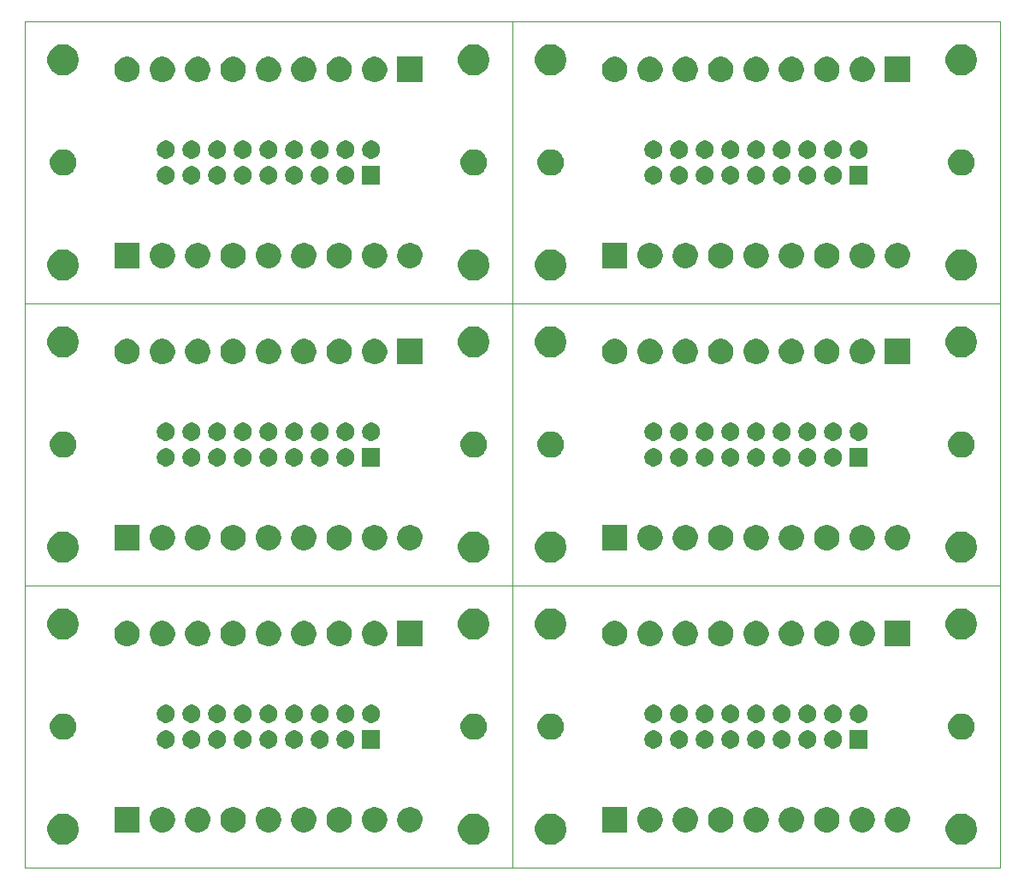
<source format=gbr>
G04 #@! TF.GenerationSoftware,KiCad,Pcbnew,5.1.5+dfsg1-2build2*
G04 #@! TF.CreationDate,2021-09-29T17:52:59-05:00*
G04 #@! TF.ProjectId,,58585858-5858-4585-9858-585858585858,rev?*
G04 #@! TF.SameCoordinates,Original*
G04 #@! TF.FileFunction,Soldermask,Top*
G04 #@! TF.FilePolarity,Negative*
%FSLAX46Y46*%
G04 Gerber Fmt 4.6, Leading zero omitted, Abs format (unit mm)*
G04 Created by KiCad (PCBNEW 5.1.5+dfsg1-2build2) date 2021-09-29 17:52:59*
%MOMM*%
%LPD*%
G04 APERTURE LIST*
%ADD10C,0.050000*%
%ADD11C,0.100000*%
G04 APERTURE END LIST*
D10*
X147254000Y-95057000D02*
X147254000Y-122997000D01*
X98994000Y-95057000D02*
X98994000Y-122997000D01*
X147254000Y-67117000D02*
X147254000Y-95057000D01*
X98994000Y-67117000D02*
X98994000Y-95057000D01*
X147254000Y-39177000D02*
X147254000Y-67117000D01*
X98994000Y-122997000D02*
X147254000Y-122997000D01*
X50734000Y-122997000D02*
X98994000Y-122997000D01*
X98994000Y-95057000D02*
X147254000Y-95057000D01*
X50734000Y-95057000D02*
X98994000Y-95057000D01*
X98994000Y-67117000D02*
X147254000Y-67117000D01*
X98994000Y-95057000D02*
X147254000Y-95057000D01*
X50734000Y-95057000D02*
X98994000Y-95057000D01*
X98994000Y-67117000D02*
X147254000Y-67117000D01*
X50734000Y-67117000D02*
X98994000Y-67117000D01*
X98994000Y-39177000D02*
X147254000Y-39177000D01*
X98994000Y-95057000D02*
X98994000Y-122997000D01*
X50734000Y-95057000D02*
X50734000Y-122997000D01*
X98994000Y-67117000D02*
X98994000Y-95057000D01*
X50734000Y-67117000D02*
X50734000Y-95057000D01*
X98994000Y-39177000D02*
X98994000Y-67117000D01*
X98994000Y-39177000D02*
X98994000Y-67117000D01*
X50734000Y-67117000D02*
X98994000Y-67117000D01*
X50734000Y-39177000D02*
X98994000Y-39177000D01*
X50734000Y-39177000D02*
X50734000Y-67117000D01*
D11*
G36*
X143746585Y-117665802D02*
G01*
X143896410Y-117695604D01*
X144178674Y-117812521D01*
X144432705Y-117982259D01*
X144648741Y-118198295D01*
X144818479Y-118452326D01*
X144883749Y-118609903D01*
X144935396Y-118734591D01*
X144995000Y-119034239D01*
X144995000Y-119339761D01*
X144973485Y-119447925D01*
X144935396Y-119639410D01*
X144818479Y-119921674D01*
X144648741Y-120175705D01*
X144432705Y-120391741D01*
X144178674Y-120561479D01*
X143896410Y-120678396D01*
X143746585Y-120708198D01*
X143596761Y-120738000D01*
X143291239Y-120738000D01*
X143141415Y-120708198D01*
X142991590Y-120678396D01*
X142709326Y-120561479D01*
X142455295Y-120391741D01*
X142239259Y-120175705D01*
X142069521Y-119921674D01*
X141952604Y-119639410D01*
X141914515Y-119447925D01*
X141893000Y-119339761D01*
X141893000Y-119034239D01*
X141952604Y-118734591D01*
X142004251Y-118609903D01*
X142069521Y-118452326D01*
X142239259Y-118198295D01*
X142455295Y-117982259D01*
X142709326Y-117812521D01*
X142991590Y-117695604D01*
X143141415Y-117665802D01*
X143291239Y-117636000D01*
X143596761Y-117636000D01*
X143746585Y-117665802D01*
G37*
G36*
X103106585Y-117665802D02*
G01*
X103256410Y-117695604D01*
X103538674Y-117812521D01*
X103792705Y-117982259D01*
X104008741Y-118198295D01*
X104178479Y-118452326D01*
X104243749Y-118609903D01*
X104295396Y-118734591D01*
X104355000Y-119034239D01*
X104355000Y-119339761D01*
X104333485Y-119447925D01*
X104295396Y-119639410D01*
X104178479Y-119921674D01*
X104008741Y-120175705D01*
X103792705Y-120391741D01*
X103538674Y-120561479D01*
X103256410Y-120678396D01*
X103106585Y-120708198D01*
X102956761Y-120738000D01*
X102651239Y-120738000D01*
X102501415Y-120708198D01*
X102351590Y-120678396D01*
X102069326Y-120561479D01*
X101815295Y-120391741D01*
X101599259Y-120175705D01*
X101429521Y-119921674D01*
X101312604Y-119639410D01*
X101274515Y-119447925D01*
X101253000Y-119339761D01*
X101253000Y-119034239D01*
X101312604Y-118734591D01*
X101364251Y-118609903D01*
X101429521Y-118452326D01*
X101599259Y-118198295D01*
X101815295Y-117982259D01*
X102069326Y-117812521D01*
X102351590Y-117695604D01*
X102501415Y-117665802D01*
X102651239Y-117636000D01*
X102956761Y-117636000D01*
X103106585Y-117665802D01*
G37*
G36*
X54846585Y-117665802D02*
G01*
X54996410Y-117695604D01*
X55278674Y-117812521D01*
X55532705Y-117982259D01*
X55748741Y-118198295D01*
X55918479Y-118452326D01*
X55983749Y-118609903D01*
X56035396Y-118734591D01*
X56095000Y-119034239D01*
X56095000Y-119339761D01*
X56073485Y-119447925D01*
X56035396Y-119639410D01*
X55918479Y-119921674D01*
X55748741Y-120175705D01*
X55532705Y-120391741D01*
X55278674Y-120561479D01*
X54996410Y-120678396D01*
X54846585Y-120708198D01*
X54696761Y-120738000D01*
X54391239Y-120738000D01*
X54241415Y-120708198D01*
X54091590Y-120678396D01*
X53809326Y-120561479D01*
X53555295Y-120391741D01*
X53339259Y-120175705D01*
X53169521Y-119921674D01*
X53052604Y-119639410D01*
X53014515Y-119447925D01*
X52993000Y-119339761D01*
X52993000Y-119034239D01*
X53052604Y-118734591D01*
X53104251Y-118609903D01*
X53169521Y-118452326D01*
X53339259Y-118198295D01*
X53555295Y-117982259D01*
X53809326Y-117812521D01*
X54091590Y-117695604D01*
X54241415Y-117665802D01*
X54391239Y-117636000D01*
X54696761Y-117636000D01*
X54846585Y-117665802D01*
G37*
G36*
X95486585Y-117665802D02*
G01*
X95636410Y-117695604D01*
X95918674Y-117812521D01*
X96172705Y-117982259D01*
X96388741Y-118198295D01*
X96558479Y-118452326D01*
X96623749Y-118609903D01*
X96675396Y-118734591D01*
X96735000Y-119034239D01*
X96735000Y-119339761D01*
X96713485Y-119447925D01*
X96675396Y-119639410D01*
X96558479Y-119921674D01*
X96388741Y-120175705D01*
X96172705Y-120391741D01*
X95918674Y-120561479D01*
X95636410Y-120678396D01*
X95486585Y-120708198D01*
X95336761Y-120738000D01*
X95031239Y-120738000D01*
X94881415Y-120708198D01*
X94731590Y-120678396D01*
X94449326Y-120561479D01*
X94195295Y-120391741D01*
X93979259Y-120175705D01*
X93809521Y-119921674D01*
X93692604Y-119639410D01*
X93654515Y-119447925D01*
X93633000Y-119339761D01*
X93633000Y-119034239D01*
X93692604Y-118734591D01*
X93744251Y-118609903D01*
X93809521Y-118452326D01*
X93979259Y-118198295D01*
X94195295Y-117982259D01*
X94449326Y-117812521D01*
X94731590Y-117695604D01*
X94881415Y-117665802D01*
X95031239Y-117636000D01*
X95336761Y-117636000D01*
X95486585Y-117665802D01*
G37*
G36*
X62115000Y-119496000D02*
G01*
X59613000Y-119496000D01*
X59613000Y-116994000D01*
X62115000Y-116994000D01*
X62115000Y-119496000D01*
G37*
G36*
X89228903Y-117042075D02*
G01*
X89456571Y-117136378D01*
X89661466Y-117273285D01*
X89835715Y-117447534D01*
X89835716Y-117447536D01*
X89972623Y-117652431D01*
X90066925Y-117880097D01*
X90087247Y-117982260D01*
X90115000Y-118121787D01*
X90115000Y-118368213D01*
X90066925Y-118609903D01*
X89972622Y-118837571D01*
X89835715Y-119042466D01*
X89661466Y-119216715D01*
X89456571Y-119353622D01*
X89456570Y-119353623D01*
X89456569Y-119353623D01*
X89228903Y-119447925D01*
X88987214Y-119496000D01*
X88740786Y-119496000D01*
X88499097Y-119447925D01*
X88271431Y-119353623D01*
X88271430Y-119353623D01*
X88271429Y-119353622D01*
X88066534Y-119216715D01*
X87892285Y-119042466D01*
X87755378Y-118837571D01*
X87661075Y-118609903D01*
X87613000Y-118368213D01*
X87613000Y-118121787D01*
X87640754Y-117982260D01*
X87661075Y-117880097D01*
X87755377Y-117652431D01*
X87892284Y-117447536D01*
X87892285Y-117447534D01*
X88066534Y-117273285D01*
X88271429Y-117136378D01*
X88499097Y-117042075D01*
X88740786Y-116994000D01*
X88987214Y-116994000D01*
X89228903Y-117042075D01*
G37*
G36*
X85728903Y-117042075D02*
G01*
X85956571Y-117136378D01*
X86161466Y-117273285D01*
X86335715Y-117447534D01*
X86335716Y-117447536D01*
X86472623Y-117652431D01*
X86566925Y-117880097D01*
X86587247Y-117982260D01*
X86615000Y-118121787D01*
X86615000Y-118368213D01*
X86566925Y-118609903D01*
X86472622Y-118837571D01*
X86335715Y-119042466D01*
X86161466Y-119216715D01*
X85956571Y-119353622D01*
X85956570Y-119353623D01*
X85956569Y-119353623D01*
X85728903Y-119447925D01*
X85487214Y-119496000D01*
X85240786Y-119496000D01*
X84999097Y-119447925D01*
X84771431Y-119353623D01*
X84771430Y-119353623D01*
X84771429Y-119353622D01*
X84566534Y-119216715D01*
X84392285Y-119042466D01*
X84255378Y-118837571D01*
X84161075Y-118609903D01*
X84113000Y-118368213D01*
X84113000Y-118121787D01*
X84140754Y-117982260D01*
X84161075Y-117880097D01*
X84255377Y-117652431D01*
X84392284Y-117447536D01*
X84392285Y-117447534D01*
X84566534Y-117273285D01*
X84771429Y-117136378D01*
X84999097Y-117042075D01*
X85240786Y-116994000D01*
X85487214Y-116994000D01*
X85728903Y-117042075D01*
G37*
G36*
X82228903Y-117042075D02*
G01*
X82456571Y-117136378D01*
X82661466Y-117273285D01*
X82835715Y-117447534D01*
X82835716Y-117447536D01*
X82972623Y-117652431D01*
X83066925Y-117880097D01*
X83087247Y-117982260D01*
X83115000Y-118121787D01*
X83115000Y-118368213D01*
X83066925Y-118609903D01*
X82972622Y-118837571D01*
X82835715Y-119042466D01*
X82661466Y-119216715D01*
X82456571Y-119353622D01*
X82456570Y-119353623D01*
X82456569Y-119353623D01*
X82228903Y-119447925D01*
X81987214Y-119496000D01*
X81740786Y-119496000D01*
X81499097Y-119447925D01*
X81271431Y-119353623D01*
X81271430Y-119353623D01*
X81271429Y-119353622D01*
X81066534Y-119216715D01*
X80892285Y-119042466D01*
X80755378Y-118837571D01*
X80661075Y-118609903D01*
X80613000Y-118368213D01*
X80613000Y-118121787D01*
X80640754Y-117982260D01*
X80661075Y-117880097D01*
X80755377Y-117652431D01*
X80892284Y-117447536D01*
X80892285Y-117447534D01*
X81066534Y-117273285D01*
X81271429Y-117136378D01*
X81499097Y-117042075D01*
X81740786Y-116994000D01*
X81987214Y-116994000D01*
X82228903Y-117042075D01*
G37*
G36*
X78728903Y-117042075D02*
G01*
X78956571Y-117136378D01*
X79161466Y-117273285D01*
X79335715Y-117447534D01*
X79335716Y-117447536D01*
X79472623Y-117652431D01*
X79566925Y-117880097D01*
X79587247Y-117982260D01*
X79615000Y-118121787D01*
X79615000Y-118368213D01*
X79566925Y-118609903D01*
X79472622Y-118837571D01*
X79335715Y-119042466D01*
X79161466Y-119216715D01*
X78956571Y-119353622D01*
X78956570Y-119353623D01*
X78956569Y-119353623D01*
X78728903Y-119447925D01*
X78487214Y-119496000D01*
X78240786Y-119496000D01*
X77999097Y-119447925D01*
X77771431Y-119353623D01*
X77771430Y-119353623D01*
X77771429Y-119353622D01*
X77566534Y-119216715D01*
X77392285Y-119042466D01*
X77255378Y-118837571D01*
X77161075Y-118609903D01*
X77113000Y-118368213D01*
X77113000Y-118121787D01*
X77140754Y-117982260D01*
X77161075Y-117880097D01*
X77255377Y-117652431D01*
X77392284Y-117447536D01*
X77392285Y-117447534D01*
X77566534Y-117273285D01*
X77771429Y-117136378D01*
X77999097Y-117042075D01*
X78240786Y-116994000D01*
X78487214Y-116994000D01*
X78728903Y-117042075D01*
G37*
G36*
X75228903Y-117042075D02*
G01*
X75456571Y-117136378D01*
X75661466Y-117273285D01*
X75835715Y-117447534D01*
X75835716Y-117447536D01*
X75972623Y-117652431D01*
X76066925Y-117880097D01*
X76087247Y-117982260D01*
X76115000Y-118121787D01*
X76115000Y-118368213D01*
X76066925Y-118609903D01*
X75972622Y-118837571D01*
X75835715Y-119042466D01*
X75661466Y-119216715D01*
X75456571Y-119353622D01*
X75456570Y-119353623D01*
X75456569Y-119353623D01*
X75228903Y-119447925D01*
X74987214Y-119496000D01*
X74740786Y-119496000D01*
X74499097Y-119447925D01*
X74271431Y-119353623D01*
X74271430Y-119353623D01*
X74271429Y-119353622D01*
X74066534Y-119216715D01*
X73892285Y-119042466D01*
X73755378Y-118837571D01*
X73661075Y-118609903D01*
X73613000Y-118368213D01*
X73613000Y-118121787D01*
X73640754Y-117982260D01*
X73661075Y-117880097D01*
X73755377Y-117652431D01*
X73892284Y-117447536D01*
X73892285Y-117447534D01*
X74066534Y-117273285D01*
X74271429Y-117136378D01*
X74499097Y-117042075D01*
X74740786Y-116994000D01*
X74987214Y-116994000D01*
X75228903Y-117042075D01*
G37*
G36*
X71728903Y-117042075D02*
G01*
X71956571Y-117136378D01*
X72161466Y-117273285D01*
X72335715Y-117447534D01*
X72335716Y-117447536D01*
X72472623Y-117652431D01*
X72566925Y-117880097D01*
X72587247Y-117982260D01*
X72615000Y-118121787D01*
X72615000Y-118368213D01*
X72566925Y-118609903D01*
X72472622Y-118837571D01*
X72335715Y-119042466D01*
X72161466Y-119216715D01*
X71956571Y-119353622D01*
X71956570Y-119353623D01*
X71956569Y-119353623D01*
X71728903Y-119447925D01*
X71487214Y-119496000D01*
X71240786Y-119496000D01*
X70999097Y-119447925D01*
X70771431Y-119353623D01*
X70771430Y-119353623D01*
X70771429Y-119353622D01*
X70566534Y-119216715D01*
X70392285Y-119042466D01*
X70255378Y-118837571D01*
X70161075Y-118609903D01*
X70113000Y-118368213D01*
X70113000Y-118121787D01*
X70140754Y-117982260D01*
X70161075Y-117880097D01*
X70255377Y-117652431D01*
X70392284Y-117447536D01*
X70392285Y-117447534D01*
X70566534Y-117273285D01*
X70771429Y-117136378D01*
X70999097Y-117042075D01*
X71240786Y-116994000D01*
X71487214Y-116994000D01*
X71728903Y-117042075D01*
G37*
G36*
X68228903Y-117042075D02*
G01*
X68456571Y-117136378D01*
X68661466Y-117273285D01*
X68835715Y-117447534D01*
X68835716Y-117447536D01*
X68972623Y-117652431D01*
X69066925Y-117880097D01*
X69087247Y-117982260D01*
X69115000Y-118121787D01*
X69115000Y-118368213D01*
X69066925Y-118609903D01*
X68972622Y-118837571D01*
X68835715Y-119042466D01*
X68661466Y-119216715D01*
X68456571Y-119353622D01*
X68456570Y-119353623D01*
X68456569Y-119353623D01*
X68228903Y-119447925D01*
X67987214Y-119496000D01*
X67740786Y-119496000D01*
X67499097Y-119447925D01*
X67271431Y-119353623D01*
X67271430Y-119353623D01*
X67271429Y-119353622D01*
X67066534Y-119216715D01*
X66892285Y-119042466D01*
X66755378Y-118837571D01*
X66661075Y-118609903D01*
X66613000Y-118368213D01*
X66613000Y-118121787D01*
X66640754Y-117982260D01*
X66661075Y-117880097D01*
X66755377Y-117652431D01*
X66892284Y-117447536D01*
X66892285Y-117447534D01*
X67066534Y-117273285D01*
X67271429Y-117136378D01*
X67499097Y-117042075D01*
X67740786Y-116994000D01*
X67987214Y-116994000D01*
X68228903Y-117042075D01*
G37*
G36*
X64728903Y-117042075D02*
G01*
X64956571Y-117136378D01*
X65161466Y-117273285D01*
X65335715Y-117447534D01*
X65335716Y-117447536D01*
X65472623Y-117652431D01*
X65566925Y-117880097D01*
X65587247Y-117982260D01*
X65615000Y-118121787D01*
X65615000Y-118368213D01*
X65566925Y-118609903D01*
X65472622Y-118837571D01*
X65335715Y-119042466D01*
X65161466Y-119216715D01*
X64956571Y-119353622D01*
X64956570Y-119353623D01*
X64956569Y-119353623D01*
X64728903Y-119447925D01*
X64487214Y-119496000D01*
X64240786Y-119496000D01*
X63999097Y-119447925D01*
X63771431Y-119353623D01*
X63771430Y-119353623D01*
X63771429Y-119353622D01*
X63566534Y-119216715D01*
X63392285Y-119042466D01*
X63255378Y-118837571D01*
X63161075Y-118609903D01*
X63113000Y-118368213D01*
X63113000Y-118121787D01*
X63140754Y-117982260D01*
X63161075Y-117880097D01*
X63255377Y-117652431D01*
X63392284Y-117447536D01*
X63392285Y-117447534D01*
X63566534Y-117273285D01*
X63771429Y-117136378D01*
X63999097Y-117042075D01*
X64240786Y-116994000D01*
X64487214Y-116994000D01*
X64728903Y-117042075D01*
G37*
G36*
X133988903Y-117042075D02*
G01*
X134216571Y-117136378D01*
X134421466Y-117273285D01*
X134595715Y-117447534D01*
X134595716Y-117447536D01*
X134732623Y-117652431D01*
X134826925Y-117880097D01*
X134847247Y-117982260D01*
X134875000Y-118121787D01*
X134875000Y-118368213D01*
X134826925Y-118609903D01*
X134732622Y-118837571D01*
X134595715Y-119042466D01*
X134421466Y-119216715D01*
X134216571Y-119353622D01*
X134216570Y-119353623D01*
X134216569Y-119353623D01*
X133988903Y-119447925D01*
X133747214Y-119496000D01*
X133500786Y-119496000D01*
X133259097Y-119447925D01*
X133031431Y-119353623D01*
X133031430Y-119353623D01*
X133031429Y-119353622D01*
X132826534Y-119216715D01*
X132652285Y-119042466D01*
X132515378Y-118837571D01*
X132421075Y-118609903D01*
X132373000Y-118368213D01*
X132373000Y-118121787D01*
X132400754Y-117982260D01*
X132421075Y-117880097D01*
X132515377Y-117652431D01*
X132652284Y-117447536D01*
X132652285Y-117447534D01*
X132826534Y-117273285D01*
X133031429Y-117136378D01*
X133259097Y-117042075D01*
X133500786Y-116994000D01*
X133747214Y-116994000D01*
X133988903Y-117042075D01*
G37*
G36*
X130488903Y-117042075D02*
G01*
X130716571Y-117136378D01*
X130921466Y-117273285D01*
X131095715Y-117447534D01*
X131095716Y-117447536D01*
X131232623Y-117652431D01*
X131326925Y-117880097D01*
X131347247Y-117982260D01*
X131375000Y-118121787D01*
X131375000Y-118368213D01*
X131326925Y-118609903D01*
X131232622Y-118837571D01*
X131095715Y-119042466D01*
X130921466Y-119216715D01*
X130716571Y-119353622D01*
X130716570Y-119353623D01*
X130716569Y-119353623D01*
X130488903Y-119447925D01*
X130247214Y-119496000D01*
X130000786Y-119496000D01*
X129759097Y-119447925D01*
X129531431Y-119353623D01*
X129531430Y-119353623D01*
X129531429Y-119353622D01*
X129326534Y-119216715D01*
X129152285Y-119042466D01*
X129015378Y-118837571D01*
X128921075Y-118609903D01*
X128873000Y-118368213D01*
X128873000Y-118121787D01*
X128900754Y-117982260D01*
X128921075Y-117880097D01*
X129015377Y-117652431D01*
X129152284Y-117447536D01*
X129152285Y-117447534D01*
X129326534Y-117273285D01*
X129531429Y-117136378D01*
X129759097Y-117042075D01*
X130000786Y-116994000D01*
X130247214Y-116994000D01*
X130488903Y-117042075D01*
G37*
G36*
X126988903Y-117042075D02*
G01*
X127216571Y-117136378D01*
X127421466Y-117273285D01*
X127595715Y-117447534D01*
X127595716Y-117447536D01*
X127732623Y-117652431D01*
X127826925Y-117880097D01*
X127847247Y-117982260D01*
X127875000Y-118121787D01*
X127875000Y-118368213D01*
X127826925Y-118609903D01*
X127732622Y-118837571D01*
X127595715Y-119042466D01*
X127421466Y-119216715D01*
X127216571Y-119353622D01*
X127216570Y-119353623D01*
X127216569Y-119353623D01*
X126988903Y-119447925D01*
X126747214Y-119496000D01*
X126500786Y-119496000D01*
X126259097Y-119447925D01*
X126031431Y-119353623D01*
X126031430Y-119353623D01*
X126031429Y-119353622D01*
X125826534Y-119216715D01*
X125652285Y-119042466D01*
X125515378Y-118837571D01*
X125421075Y-118609903D01*
X125373000Y-118368213D01*
X125373000Y-118121787D01*
X125400754Y-117982260D01*
X125421075Y-117880097D01*
X125515377Y-117652431D01*
X125652284Y-117447536D01*
X125652285Y-117447534D01*
X125826534Y-117273285D01*
X126031429Y-117136378D01*
X126259097Y-117042075D01*
X126500786Y-116994000D01*
X126747214Y-116994000D01*
X126988903Y-117042075D01*
G37*
G36*
X123488903Y-117042075D02*
G01*
X123716571Y-117136378D01*
X123921466Y-117273285D01*
X124095715Y-117447534D01*
X124095716Y-117447536D01*
X124232623Y-117652431D01*
X124326925Y-117880097D01*
X124347247Y-117982260D01*
X124375000Y-118121787D01*
X124375000Y-118368213D01*
X124326925Y-118609903D01*
X124232622Y-118837571D01*
X124095715Y-119042466D01*
X123921466Y-119216715D01*
X123716571Y-119353622D01*
X123716570Y-119353623D01*
X123716569Y-119353623D01*
X123488903Y-119447925D01*
X123247214Y-119496000D01*
X123000786Y-119496000D01*
X122759097Y-119447925D01*
X122531431Y-119353623D01*
X122531430Y-119353623D01*
X122531429Y-119353622D01*
X122326534Y-119216715D01*
X122152285Y-119042466D01*
X122015378Y-118837571D01*
X121921075Y-118609903D01*
X121873000Y-118368213D01*
X121873000Y-118121787D01*
X121900754Y-117982260D01*
X121921075Y-117880097D01*
X122015377Y-117652431D01*
X122152284Y-117447536D01*
X122152285Y-117447534D01*
X122326534Y-117273285D01*
X122531429Y-117136378D01*
X122759097Y-117042075D01*
X123000786Y-116994000D01*
X123247214Y-116994000D01*
X123488903Y-117042075D01*
G37*
G36*
X119988903Y-117042075D02*
G01*
X120216571Y-117136378D01*
X120421466Y-117273285D01*
X120595715Y-117447534D01*
X120595716Y-117447536D01*
X120732623Y-117652431D01*
X120826925Y-117880097D01*
X120847247Y-117982260D01*
X120875000Y-118121787D01*
X120875000Y-118368213D01*
X120826925Y-118609903D01*
X120732622Y-118837571D01*
X120595715Y-119042466D01*
X120421466Y-119216715D01*
X120216571Y-119353622D01*
X120216570Y-119353623D01*
X120216569Y-119353623D01*
X119988903Y-119447925D01*
X119747214Y-119496000D01*
X119500786Y-119496000D01*
X119259097Y-119447925D01*
X119031431Y-119353623D01*
X119031430Y-119353623D01*
X119031429Y-119353622D01*
X118826534Y-119216715D01*
X118652285Y-119042466D01*
X118515378Y-118837571D01*
X118421075Y-118609903D01*
X118373000Y-118368213D01*
X118373000Y-118121787D01*
X118400754Y-117982260D01*
X118421075Y-117880097D01*
X118515377Y-117652431D01*
X118652284Y-117447536D01*
X118652285Y-117447534D01*
X118826534Y-117273285D01*
X119031429Y-117136378D01*
X119259097Y-117042075D01*
X119500786Y-116994000D01*
X119747214Y-116994000D01*
X119988903Y-117042075D01*
G37*
G36*
X116488903Y-117042075D02*
G01*
X116716571Y-117136378D01*
X116921466Y-117273285D01*
X117095715Y-117447534D01*
X117095716Y-117447536D01*
X117232623Y-117652431D01*
X117326925Y-117880097D01*
X117347247Y-117982260D01*
X117375000Y-118121787D01*
X117375000Y-118368213D01*
X117326925Y-118609903D01*
X117232622Y-118837571D01*
X117095715Y-119042466D01*
X116921466Y-119216715D01*
X116716571Y-119353622D01*
X116716570Y-119353623D01*
X116716569Y-119353623D01*
X116488903Y-119447925D01*
X116247214Y-119496000D01*
X116000786Y-119496000D01*
X115759097Y-119447925D01*
X115531431Y-119353623D01*
X115531430Y-119353623D01*
X115531429Y-119353622D01*
X115326534Y-119216715D01*
X115152285Y-119042466D01*
X115015378Y-118837571D01*
X114921075Y-118609903D01*
X114873000Y-118368213D01*
X114873000Y-118121787D01*
X114900754Y-117982260D01*
X114921075Y-117880097D01*
X115015377Y-117652431D01*
X115152284Y-117447536D01*
X115152285Y-117447534D01*
X115326534Y-117273285D01*
X115531429Y-117136378D01*
X115759097Y-117042075D01*
X116000786Y-116994000D01*
X116247214Y-116994000D01*
X116488903Y-117042075D01*
G37*
G36*
X112988903Y-117042075D02*
G01*
X113216571Y-117136378D01*
X113421466Y-117273285D01*
X113595715Y-117447534D01*
X113595716Y-117447536D01*
X113732623Y-117652431D01*
X113826925Y-117880097D01*
X113847247Y-117982260D01*
X113875000Y-118121787D01*
X113875000Y-118368213D01*
X113826925Y-118609903D01*
X113732622Y-118837571D01*
X113595715Y-119042466D01*
X113421466Y-119216715D01*
X113216571Y-119353622D01*
X113216570Y-119353623D01*
X113216569Y-119353623D01*
X112988903Y-119447925D01*
X112747214Y-119496000D01*
X112500786Y-119496000D01*
X112259097Y-119447925D01*
X112031431Y-119353623D01*
X112031430Y-119353623D01*
X112031429Y-119353622D01*
X111826534Y-119216715D01*
X111652285Y-119042466D01*
X111515378Y-118837571D01*
X111421075Y-118609903D01*
X111373000Y-118368213D01*
X111373000Y-118121787D01*
X111400754Y-117982260D01*
X111421075Y-117880097D01*
X111515377Y-117652431D01*
X111652284Y-117447536D01*
X111652285Y-117447534D01*
X111826534Y-117273285D01*
X112031429Y-117136378D01*
X112259097Y-117042075D01*
X112500786Y-116994000D01*
X112747214Y-116994000D01*
X112988903Y-117042075D01*
G37*
G36*
X110375000Y-119496000D02*
G01*
X107873000Y-119496000D01*
X107873000Y-116994000D01*
X110375000Y-116994000D01*
X110375000Y-119496000D01*
G37*
G36*
X137488903Y-117042075D02*
G01*
X137716571Y-117136378D01*
X137921466Y-117273285D01*
X138095715Y-117447534D01*
X138095716Y-117447536D01*
X138232623Y-117652431D01*
X138326925Y-117880097D01*
X138347247Y-117982260D01*
X138375000Y-118121787D01*
X138375000Y-118368213D01*
X138326925Y-118609903D01*
X138232622Y-118837571D01*
X138095715Y-119042466D01*
X137921466Y-119216715D01*
X137716571Y-119353622D01*
X137716570Y-119353623D01*
X137716569Y-119353623D01*
X137488903Y-119447925D01*
X137247214Y-119496000D01*
X137000786Y-119496000D01*
X136759097Y-119447925D01*
X136531431Y-119353623D01*
X136531430Y-119353623D01*
X136531429Y-119353622D01*
X136326534Y-119216715D01*
X136152285Y-119042466D01*
X136015378Y-118837571D01*
X135921075Y-118609903D01*
X135873000Y-118368213D01*
X135873000Y-118121787D01*
X135900754Y-117982260D01*
X135921075Y-117880097D01*
X136015377Y-117652431D01*
X136152284Y-117447536D01*
X136152285Y-117447534D01*
X136326534Y-117273285D01*
X136531429Y-117136378D01*
X136759097Y-117042075D01*
X137000786Y-116994000D01*
X137247214Y-116994000D01*
X137488903Y-117042075D01*
G37*
G36*
X77517512Y-109400927D02*
G01*
X77666812Y-109430624D01*
X77830784Y-109498544D01*
X77978354Y-109597147D01*
X78103853Y-109722646D01*
X78202456Y-109870216D01*
X78270376Y-110034188D01*
X78305000Y-110208259D01*
X78305000Y-110385741D01*
X78270376Y-110559812D01*
X78202456Y-110723784D01*
X78103853Y-110871354D01*
X77978354Y-110996853D01*
X77830784Y-111095456D01*
X77666812Y-111163376D01*
X77517512Y-111193073D01*
X77492742Y-111198000D01*
X77315258Y-111198000D01*
X77290488Y-111193073D01*
X77141188Y-111163376D01*
X76977216Y-111095456D01*
X76829646Y-110996853D01*
X76704147Y-110871354D01*
X76605544Y-110723784D01*
X76537624Y-110559812D01*
X76503000Y-110385741D01*
X76503000Y-110208259D01*
X76537624Y-110034188D01*
X76605544Y-109870216D01*
X76704147Y-109722646D01*
X76829646Y-109597147D01*
X76977216Y-109498544D01*
X77141188Y-109430624D01*
X77290488Y-109400927D01*
X77315258Y-109396000D01*
X77492742Y-109396000D01*
X77517512Y-109400927D01*
G37*
G36*
X85925000Y-111198000D02*
G01*
X84123000Y-111198000D01*
X84123000Y-109396000D01*
X85925000Y-109396000D01*
X85925000Y-111198000D01*
G37*
G36*
X67357512Y-109400927D02*
G01*
X67506812Y-109430624D01*
X67670784Y-109498544D01*
X67818354Y-109597147D01*
X67943853Y-109722646D01*
X68042456Y-109870216D01*
X68110376Y-110034188D01*
X68145000Y-110208259D01*
X68145000Y-110385741D01*
X68110376Y-110559812D01*
X68042456Y-110723784D01*
X67943853Y-110871354D01*
X67818354Y-110996853D01*
X67670784Y-111095456D01*
X67506812Y-111163376D01*
X67357512Y-111193073D01*
X67332742Y-111198000D01*
X67155258Y-111198000D01*
X67130488Y-111193073D01*
X66981188Y-111163376D01*
X66817216Y-111095456D01*
X66669646Y-110996853D01*
X66544147Y-110871354D01*
X66445544Y-110723784D01*
X66377624Y-110559812D01*
X66343000Y-110385741D01*
X66343000Y-110208259D01*
X66377624Y-110034188D01*
X66445544Y-109870216D01*
X66544147Y-109722646D01*
X66669646Y-109597147D01*
X66817216Y-109498544D01*
X66981188Y-109430624D01*
X67130488Y-109400927D01*
X67155258Y-109396000D01*
X67332742Y-109396000D01*
X67357512Y-109400927D01*
G37*
G36*
X82597512Y-109400927D02*
G01*
X82746812Y-109430624D01*
X82910784Y-109498544D01*
X83058354Y-109597147D01*
X83183853Y-109722646D01*
X83282456Y-109870216D01*
X83350376Y-110034188D01*
X83385000Y-110208259D01*
X83385000Y-110385741D01*
X83350376Y-110559812D01*
X83282456Y-110723784D01*
X83183853Y-110871354D01*
X83058354Y-110996853D01*
X82910784Y-111095456D01*
X82746812Y-111163376D01*
X82597512Y-111193073D01*
X82572742Y-111198000D01*
X82395258Y-111198000D01*
X82370488Y-111193073D01*
X82221188Y-111163376D01*
X82057216Y-111095456D01*
X81909646Y-110996853D01*
X81784147Y-110871354D01*
X81685544Y-110723784D01*
X81617624Y-110559812D01*
X81583000Y-110385741D01*
X81583000Y-110208259D01*
X81617624Y-110034188D01*
X81685544Y-109870216D01*
X81784147Y-109722646D01*
X81909646Y-109597147D01*
X82057216Y-109498544D01*
X82221188Y-109430624D01*
X82370488Y-109400927D01*
X82395258Y-109396000D01*
X82572742Y-109396000D01*
X82597512Y-109400927D01*
G37*
G36*
X69897512Y-109400927D02*
G01*
X70046812Y-109430624D01*
X70210784Y-109498544D01*
X70358354Y-109597147D01*
X70483853Y-109722646D01*
X70582456Y-109870216D01*
X70650376Y-110034188D01*
X70685000Y-110208259D01*
X70685000Y-110385741D01*
X70650376Y-110559812D01*
X70582456Y-110723784D01*
X70483853Y-110871354D01*
X70358354Y-110996853D01*
X70210784Y-111095456D01*
X70046812Y-111163376D01*
X69897512Y-111193073D01*
X69872742Y-111198000D01*
X69695258Y-111198000D01*
X69670488Y-111193073D01*
X69521188Y-111163376D01*
X69357216Y-111095456D01*
X69209646Y-110996853D01*
X69084147Y-110871354D01*
X68985544Y-110723784D01*
X68917624Y-110559812D01*
X68883000Y-110385741D01*
X68883000Y-110208259D01*
X68917624Y-110034188D01*
X68985544Y-109870216D01*
X69084147Y-109722646D01*
X69209646Y-109597147D01*
X69357216Y-109498544D01*
X69521188Y-109430624D01*
X69670488Y-109400927D01*
X69695258Y-109396000D01*
X69872742Y-109396000D01*
X69897512Y-109400927D01*
G37*
G36*
X80057512Y-109400927D02*
G01*
X80206812Y-109430624D01*
X80370784Y-109498544D01*
X80518354Y-109597147D01*
X80643853Y-109722646D01*
X80742456Y-109870216D01*
X80810376Y-110034188D01*
X80845000Y-110208259D01*
X80845000Y-110385741D01*
X80810376Y-110559812D01*
X80742456Y-110723784D01*
X80643853Y-110871354D01*
X80518354Y-110996853D01*
X80370784Y-111095456D01*
X80206812Y-111163376D01*
X80057512Y-111193073D01*
X80032742Y-111198000D01*
X79855258Y-111198000D01*
X79830488Y-111193073D01*
X79681188Y-111163376D01*
X79517216Y-111095456D01*
X79369646Y-110996853D01*
X79244147Y-110871354D01*
X79145544Y-110723784D01*
X79077624Y-110559812D01*
X79043000Y-110385741D01*
X79043000Y-110208259D01*
X79077624Y-110034188D01*
X79145544Y-109870216D01*
X79244147Y-109722646D01*
X79369646Y-109597147D01*
X79517216Y-109498544D01*
X79681188Y-109430624D01*
X79830488Y-109400927D01*
X79855258Y-109396000D01*
X80032742Y-109396000D01*
X80057512Y-109400927D01*
G37*
G36*
X125777512Y-109400927D02*
G01*
X125926812Y-109430624D01*
X126090784Y-109498544D01*
X126238354Y-109597147D01*
X126363853Y-109722646D01*
X126462456Y-109870216D01*
X126530376Y-110034188D01*
X126565000Y-110208259D01*
X126565000Y-110385741D01*
X126530376Y-110559812D01*
X126462456Y-110723784D01*
X126363853Y-110871354D01*
X126238354Y-110996853D01*
X126090784Y-111095456D01*
X125926812Y-111163376D01*
X125777512Y-111193073D01*
X125752742Y-111198000D01*
X125575258Y-111198000D01*
X125550488Y-111193073D01*
X125401188Y-111163376D01*
X125237216Y-111095456D01*
X125089646Y-110996853D01*
X124964147Y-110871354D01*
X124865544Y-110723784D01*
X124797624Y-110559812D01*
X124763000Y-110385741D01*
X124763000Y-110208259D01*
X124797624Y-110034188D01*
X124865544Y-109870216D01*
X124964147Y-109722646D01*
X125089646Y-109597147D01*
X125237216Y-109498544D01*
X125401188Y-109430624D01*
X125550488Y-109400927D01*
X125575258Y-109396000D01*
X125752742Y-109396000D01*
X125777512Y-109400927D01*
G37*
G36*
X74977512Y-109400927D02*
G01*
X75126812Y-109430624D01*
X75290784Y-109498544D01*
X75438354Y-109597147D01*
X75563853Y-109722646D01*
X75662456Y-109870216D01*
X75730376Y-110034188D01*
X75765000Y-110208259D01*
X75765000Y-110385741D01*
X75730376Y-110559812D01*
X75662456Y-110723784D01*
X75563853Y-110871354D01*
X75438354Y-110996853D01*
X75290784Y-111095456D01*
X75126812Y-111163376D01*
X74977512Y-111193073D01*
X74952742Y-111198000D01*
X74775258Y-111198000D01*
X74750488Y-111193073D01*
X74601188Y-111163376D01*
X74437216Y-111095456D01*
X74289646Y-110996853D01*
X74164147Y-110871354D01*
X74065544Y-110723784D01*
X73997624Y-110559812D01*
X73963000Y-110385741D01*
X73963000Y-110208259D01*
X73997624Y-110034188D01*
X74065544Y-109870216D01*
X74164147Y-109722646D01*
X74289646Y-109597147D01*
X74437216Y-109498544D01*
X74601188Y-109430624D01*
X74750488Y-109400927D01*
X74775258Y-109396000D01*
X74952742Y-109396000D01*
X74977512Y-109400927D01*
G37*
G36*
X72437512Y-109400927D02*
G01*
X72586812Y-109430624D01*
X72750784Y-109498544D01*
X72898354Y-109597147D01*
X73023853Y-109722646D01*
X73122456Y-109870216D01*
X73190376Y-110034188D01*
X73225000Y-110208259D01*
X73225000Y-110385741D01*
X73190376Y-110559812D01*
X73122456Y-110723784D01*
X73023853Y-110871354D01*
X72898354Y-110996853D01*
X72750784Y-111095456D01*
X72586812Y-111163376D01*
X72437512Y-111193073D01*
X72412742Y-111198000D01*
X72235258Y-111198000D01*
X72210488Y-111193073D01*
X72061188Y-111163376D01*
X71897216Y-111095456D01*
X71749646Y-110996853D01*
X71624147Y-110871354D01*
X71525544Y-110723784D01*
X71457624Y-110559812D01*
X71423000Y-110385741D01*
X71423000Y-110208259D01*
X71457624Y-110034188D01*
X71525544Y-109870216D01*
X71624147Y-109722646D01*
X71749646Y-109597147D01*
X71897216Y-109498544D01*
X72061188Y-109430624D01*
X72210488Y-109400927D01*
X72235258Y-109396000D01*
X72412742Y-109396000D01*
X72437512Y-109400927D01*
G37*
G36*
X115617512Y-109400927D02*
G01*
X115766812Y-109430624D01*
X115930784Y-109498544D01*
X116078354Y-109597147D01*
X116203853Y-109722646D01*
X116302456Y-109870216D01*
X116370376Y-110034188D01*
X116405000Y-110208259D01*
X116405000Y-110385741D01*
X116370376Y-110559812D01*
X116302456Y-110723784D01*
X116203853Y-110871354D01*
X116078354Y-110996853D01*
X115930784Y-111095456D01*
X115766812Y-111163376D01*
X115617512Y-111193073D01*
X115592742Y-111198000D01*
X115415258Y-111198000D01*
X115390488Y-111193073D01*
X115241188Y-111163376D01*
X115077216Y-111095456D01*
X114929646Y-110996853D01*
X114804147Y-110871354D01*
X114705544Y-110723784D01*
X114637624Y-110559812D01*
X114603000Y-110385741D01*
X114603000Y-110208259D01*
X114637624Y-110034188D01*
X114705544Y-109870216D01*
X114804147Y-109722646D01*
X114929646Y-109597147D01*
X115077216Y-109498544D01*
X115241188Y-109430624D01*
X115390488Y-109400927D01*
X115415258Y-109396000D01*
X115592742Y-109396000D01*
X115617512Y-109400927D01*
G37*
G36*
X130857512Y-109400927D02*
G01*
X131006812Y-109430624D01*
X131170784Y-109498544D01*
X131318354Y-109597147D01*
X131443853Y-109722646D01*
X131542456Y-109870216D01*
X131610376Y-110034188D01*
X131645000Y-110208259D01*
X131645000Y-110385741D01*
X131610376Y-110559812D01*
X131542456Y-110723784D01*
X131443853Y-110871354D01*
X131318354Y-110996853D01*
X131170784Y-111095456D01*
X131006812Y-111163376D01*
X130857512Y-111193073D01*
X130832742Y-111198000D01*
X130655258Y-111198000D01*
X130630488Y-111193073D01*
X130481188Y-111163376D01*
X130317216Y-111095456D01*
X130169646Y-110996853D01*
X130044147Y-110871354D01*
X129945544Y-110723784D01*
X129877624Y-110559812D01*
X129843000Y-110385741D01*
X129843000Y-110208259D01*
X129877624Y-110034188D01*
X129945544Y-109870216D01*
X130044147Y-109722646D01*
X130169646Y-109597147D01*
X130317216Y-109498544D01*
X130481188Y-109430624D01*
X130630488Y-109400927D01*
X130655258Y-109396000D01*
X130832742Y-109396000D01*
X130857512Y-109400927D01*
G37*
G36*
X118157512Y-109400927D02*
G01*
X118306812Y-109430624D01*
X118470784Y-109498544D01*
X118618354Y-109597147D01*
X118743853Y-109722646D01*
X118842456Y-109870216D01*
X118910376Y-110034188D01*
X118945000Y-110208259D01*
X118945000Y-110385741D01*
X118910376Y-110559812D01*
X118842456Y-110723784D01*
X118743853Y-110871354D01*
X118618354Y-110996853D01*
X118470784Y-111095456D01*
X118306812Y-111163376D01*
X118157512Y-111193073D01*
X118132742Y-111198000D01*
X117955258Y-111198000D01*
X117930488Y-111193073D01*
X117781188Y-111163376D01*
X117617216Y-111095456D01*
X117469646Y-110996853D01*
X117344147Y-110871354D01*
X117245544Y-110723784D01*
X117177624Y-110559812D01*
X117143000Y-110385741D01*
X117143000Y-110208259D01*
X117177624Y-110034188D01*
X117245544Y-109870216D01*
X117344147Y-109722646D01*
X117469646Y-109597147D01*
X117617216Y-109498544D01*
X117781188Y-109430624D01*
X117930488Y-109400927D01*
X117955258Y-109396000D01*
X118132742Y-109396000D01*
X118157512Y-109400927D01*
G37*
G36*
X120697512Y-109400927D02*
G01*
X120846812Y-109430624D01*
X121010784Y-109498544D01*
X121158354Y-109597147D01*
X121283853Y-109722646D01*
X121382456Y-109870216D01*
X121450376Y-110034188D01*
X121485000Y-110208259D01*
X121485000Y-110385741D01*
X121450376Y-110559812D01*
X121382456Y-110723784D01*
X121283853Y-110871354D01*
X121158354Y-110996853D01*
X121010784Y-111095456D01*
X120846812Y-111163376D01*
X120697512Y-111193073D01*
X120672742Y-111198000D01*
X120495258Y-111198000D01*
X120470488Y-111193073D01*
X120321188Y-111163376D01*
X120157216Y-111095456D01*
X120009646Y-110996853D01*
X119884147Y-110871354D01*
X119785544Y-110723784D01*
X119717624Y-110559812D01*
X119683000Y-110385741D01*
X119683000Y-110208259D01*
X119717624Y-110034188D01*
X119785544Y-109870216D01*
X119884147Y-109722646D01*
X120009646Y-109597147D01*
X120157216Y-109498544D01*
X120321188Y-109430624D01*
X120470488Y-109400927D01*
X120495258Y-109396000D01*
X120672742Y-109396000D01*
X120697512Y-109400927D01*
G37*
G36*
X128317512Y-109400927D02*
G01*
X128466812Y-109430624D01*
X128630784Y-109498544D01*
X128778354Y-109597147D01*
X128903853Y-109722646D01*
X129002456Y-109870216D01*
X129070376Y-110034188D01*
X129105000Y-110208259D01*
X129105000Y-110385741D01*
X129070376Y-110559812D01*
X129002456Y-110723784D01*
X128903853Y-110871354D01*
X128778354Y-110996853D01*
X128630784Y-111095456D01*
X128466812Y-111163376D01*
X128317512Y-111193073D01*
X128292742Y-111198000D01*
X128115258Y-111198000D01*
X128090488Y-111193073D01*
X127941188Y-111163376D01*
X127777216Y-111095456D01*
X127629646Y-110996853D01*
X127504147Y-110871354D01*
X127405544Y-110723784D01*
X127337624Y-110559812D01*
X127303000Y-110385741D01*
X127303000Y-110208259D01*
X127337624Y-110034188D01*
X127405544Y-109870216D01*
X127504147Y-109722646D01*
X127629646Y-109597147D01*
X127777216Y-109498544D01*
X127941188Y-109430624D01*
X128090488Y-109400927D01*
X128115258Y-109396000D01*
X128292742Y-109396000D01*
X128317512Y-109400927D01*
G37*
G36*
X64817512Y-109400927D02*
G01*
X64966812Y-109430624D01*
X65130784Y-109498544D01*
X65278354Y-109597147D01*
X65403853Y-109722646D01*
X65502456Y-109870216D01*
X65570376Y-110034188D01*
X65605000Y-110208259D01*
X65605000Y-110385741D01*
X65570376Y-110559812D01*
X65502456Y-110723784D01*
X65403853Y-110871354D01*
X65278354Y-110996853D01*
X65130784Y-111095456D01*
X64966812Y-111163376D01*
X64817512Y-111193073D01*
X64792742Y-111198000D01*
X64615258Y-111198000D01*
X64590488Y-111193073D01*
X64441188Y-111163376D01*
X64277216Y-111095456D01*
X64129646Y-110996853D01*
X64004147Y-110871354D01*
X63905544Y-110723784D01*
X63837624Y-110559812D01*
X63803000Y-110385741D01*
X63803000Y-110208259D01*
X63837624Y-110034188D01*
X63905544Y-109870216D01*
X64004147Y-109722646D01*
X64129646Y-109597147D01*
X64277216Y-109498544D01*
X64441188Y-109430624D01*
X64590488Y-109400927D01*
X64615258Y-109396000D01*
X64792742Y-109396000D01*
X64817512Y-109400927D01*
G37*
G36*
X123237512Y-109400927D02*
G01*
X123386812Y-109430624D01*
X123550784Y-109498544D01*
X123698354Y-109597147D01*
X123823853Y-109722646D01*
X123922456Y-109870216D01*
X123990376Y-110034188D01*
X124025000Y-110208259D01*
X124025000Y-110385741D01*
X123990376Y-110559812D01*
X123922456Y-110723784D01*
X123823853Y-110871354D01*
X123698354Y-110996853D01*
X123550784Y-111095456D01*
X123386812Y-111163376D01*
X123237512Y-111193073D01*
X123212742Y-111198000D01*
X123035258Y-111198000D01*
X123010488Y-111193073D01*
X122861188Y-111163376D01*
X122697216Y-111095456D01*
X122549646Y-110996853D01*
X122424147Y-110871354D01*
X122325544Y-110723784D01*
X122257624Y-110559812D01*
X122223000Y-110385741D01*
X122223000Y-110208259D01*
X122257624Y-110034188D01*
X122325544Y-109870216D01*
X122424147Y-109722646D01*
X122549646Y-109597147D01*
X122697216Y-109498544D01*
X122861188Y-109430624D01*
X123010488Y-109400927D01*
X123035258Y-109396000D01*
X123212742Y-109396000D01*
X123237512Y-109400927D01*
G37*
G36*
X113077512Y-109400927D02*
G01*
X113226812Y-109430624D01*
X113390784Y-109498544D01*
X113538354Y-109597147D01*
X113663853Y-109722646D01*
X113762456Y-109870216D01*
X113830376Y-110034188D01*
X113865000Y-110208259D01*
X113865000Y-110385741D01*
X113830376Y-110559812D01*
X113762456Y-110723784D01*
X113663853Y-110871354D01*
X113538354Y-110996853D01*
X113390784Y-111095456D01*
X113226812Y-111163376D01*
X113077512Y-111193073D01*
X113052742Y-111198000D01*
X112875258Y-111198000D01*
X112850488Y-111193073D01*
X112701188Y-111163376D01*
X112537216Y-111095456D01*
X112389646Y-110996853D01*
X112264147Y-110871354D01*
X112165544Y-110723784D01*
X112097624Y-110559812D01*
X112063000Y-110385741D01*
X112063000Y-110208259D01*
X112097624Y-110034188D01*
X112165544Y-109870216D01*
X112264147Y-109722646D01*
X112389646Y-109597147D01*
X112537216Y-109498544D01*
X112701188Y-109430624D01*
X112850488Y-109400927D01*
X112875258Y-109396000D01*
X113052742Y-109396000D01*
X113077512Y-109400927D01*
G37*
G36*
X134185000Y-111198000D02*
G01*
X132383000Y-111198000D01*
X132383000Y-109396000D01*
X134185000Y-109396000D01*
X134185000Y-111198000D01*
G37*
G36*
X54923393Y-107776304D02*
G01*
X55160101Y-107874352D01*
X55160103Y-107874353D01*
X55373135Y-108016696D01*
X55554304Y-108197865D01*
X55643498Y-108331354D01*
X55696648Y-108410899D01*
X55794696Y-108647607D01*
X55844680Y-108898893D01*
X55844680Y-109155107D01*
X55794696Y-109406393D01*
X55715683Y-109597147D01*
X55696647Y-109643103D01*
X55554304Y-109856135D01*
X55373135Y-110037304D01*
X55160103Y-110179647D01*
X55160102Y-110179648D01*
X55160101Y-110179648D01*
X54923393Y-110277696D01*
X54672107Y-110327680D01*
X54415893Y-110327680D01*
X54164607Y-110277696D01*
X53927899Y-110179648D01*
X53927898Y-110179648D01*
X53927897Y-110179647D01*
X53714865Y-110037304D01*
X53533696Y-109856135D01*
X53391353Y-109643103D01*
X53372317Y-109597147D01*
X53293304Y-109406393D01*
X53243320Y-109155107D01*
X53243320Y-108898893D01*
X53293304Y-108647607D01*
X53391352Y-108410899D01*
X53444502Y-108331354D01*
X53533696Y-108197865D01*
X53714865Y-108016696D01*
X53927897Y-107874353D01*
X53927899Y-107874352D01*
X54164607Y-107776304D01*
X54415893Y-107726320D01*
X54672107Y-107726320D01*
X54923393Y-107776304D01*
G37*
G36*
X103183393Y-107776304D02*
G01*
X103420101Y-107874352D01*
X103420103Y-107874353D01*
X103633135Y-108016696D01*
X103814304Y-108197865D01*
X103903498Y-108331354D01*
X103956648Y-108410899D01*
X104054696Y-108647607D01*
X104104680Y-108898893D01*
X104104680Y-109155107D01*
X104054696Y-109406393D01*
X103975683Y-109597147D01*
X103956647Y-109643103D01*
X103814304Y-109856135D01*
X103633135Y-110037304D01*
X103420103Y-110179647D01*
X103420102Y-110179648D01*
X103420101Y-110179648D01*
X103183393Y-110277696D01*
X102932107Y-110327680D01*
X102675893Y-110327680D01*
X102424607Y-110277696D01*
X102187899Y-110179648D01*
X102187898Y-110179648D01*
X102187897Y-110179647D01*
X101974865Y-110037304D01*
X101793696Y-109856135D01*
X101651353Y-109643103D01*
X101632317Y-109597147D01*
X101553304Y-109406393D01*
X101503320Y-109155107D01*
X101503320Y-108898893D01*
X101553304Y-108647607D01*
X101651352Y-108410899D01*
X101704502Y-108331354D01*
X101793696Y-108197865D01*
X101974865Y-108016696D01*
X102187897Y-107874353D01*
X102187899Y-107874352D01*
X102424607Y-107776304D01*
X102675893Y-107726320D01*
X102932107Y-107726320D01*
X103183393Y-107776304D01*
G37*
G36*
X95563393Y-107776304D02*
G01*
X95800101Y-107874352D01*
X95800103Y-107874353D01*
X96013135Y-108016696D01*
X96194304Y-108197865D01*
X96283498Y-108331354D01*
X96336648Y-108410899D01*
X96434696Y-108647607D01*
X96484680Y-108898893D01*
X96484680Y-109155107D01*
X96434696Y-109406393D01*
X96355683Y-109597147D01*
X96336647Y-109643103D01*
X96194304Y-109856135D01*
X96013135Y-110037304D01*
X95800103Y-110179647D01*
X95800102Y-110179648D01*
X95800101Y-110179648D01*
X95563393Y-110277696D01*
X95312107Y-110327680D01*
X95055893Y-110327680D01*
X94804607Y-110277696D01*
X94567899Y-110179648D01*
X94567898Y-110179648D01*
X94567897Y-110179647D01*
X94354865Y-110037304D01*
X94173696Y-109856135D01*
X94031353Y-109643103D01*
X94012317Y-109597147D01*
X93933304Y-109406393D01*
X93883320Y-109155107D01*
X93883320Y-108898893D01*
X93933304Y-108647607D01*
X94031352Y-108410899D01*
X94084502Y-108331354D01*
X94173696Y-108197865D01*
X94354865Y-108016696D01*
X94567897Y-107874353D01*
X94567899Y-107874352D01*
X94804607Y-107776304D01*
X95055893Y-107726320D01*
X95312107Y-107726320D01*
X95563393Y-107776304D01*
G37*
G36*
X143823393Y-107776304D02*
G01*
X144060101Y-107874352D01*
X144060103Y-107874353D01*
X144273135Y-108016696D01*
X144454304Y-108197865D01*
X144543498Y-108331354D01*
X144596648Y-108410899D01*
X144694696Y-108647607D01*
X144744680Y-108898893D01*
X144744680Y-109155107D01*
X144694696Y-109406393D01*
X144615683Y-109597147D01*
X144596647Y-109643103D01*
X144454304Y-109856135D01*
X144273135Y-110037304D01*
X144060103Y-110179647D01*
X144060102Y-110179648D01*
X144060101Y-110179648D01*
X143823393Y-110277696D01*
X143572107Y-110327680D01*
X143315893Y-110327680D01*
X143064607Y-110277696D01*
X142827899Y-110179648D01*
X142827898Y-110179648D01*
X142827897Y-110179647D01*
X142614865Y-110037304D01*
X142433696Y-109856135D01*
X142291353Y-109643103D01*
X142272317Y-109597147D01*
X142193304Y-109406393D01*
X142143320Y-109155107D01*
X142143320Y-108898893D01*
X142193304Y-108647607D01*
X142291352Y-108410899D01*
X142344502Y-108331354D01*
X142433696Y-108197865D01*
X142614865Y-108016696D01*
X142827897Y-107874353D01*
X142827899Y-107874352D01*
X143064607Y-107776304D01*
X143315893Y-107726320D01*
X143572107Y-107726320D01*
X143823393Y-107776304D01*
G37*
G36*
X118157512Y-106860927D02*
G01*
X118306812Y-106890624D01*
X118470784Y-106958544D01*
X118618354Y-107057147D01*
X118743853Y-107182646D01*
X118842456Y-107330216D01*
X118910376Y-107494188D01*
X118945000Y-107668259D01*
X118945000Y-107845741D01*
X118910376Y-108019812D01*
X118842456Y-108183784D01*
X118743853Y-108331354D01*
X118618354Y-108456853D01*
X118470784Y-108555456D01*
X118306812Y-108623376D01*
X118157512Y-108653073D01*
X118132742Y-108658000D01*
X117955258Y-108658000D01*
X117930488Y-108653073D01*
X117781188Y-108623376D01*
X117617216Y-108555456D01*
X117469646Y-108456853D01*
X117344147Y-108331354D01*
X117245544Y-108183784D01*
X117177624Y-108019812D01*
X117143000Y-107845741D01*
X117143000Y-107668259D01*
X117177624Y-107494188D01*
X117245544Y-107330216D01*
X117344147Y-107182646D01*
X117469646Y-107057147D01*
X117617216Y-106958544D01*
X117781188Y-106890624D01*
X117930488Y-106860927D01*
X117955258Y-106856000D01*
X118132742Y-106856000D01*
X118157512Y-106860927D01*
G37*
G36*
X64817512Y-106860927D02*
G01*
X64966812Y-106890624D01*
X65130784Y-106958544D01*
X65278354Y-107057147D01*
X65403853Y-107182646D01*
X65502456Y-107330216D01*
X65570376Y-107494188D01*
X65605000Y-107668259D01*
X65605000Y-107845741D01*
X65570376Y-108019812D01*
X65502456Y-108183784D01*
X65403853Y-108331354D01*
X65278354Y-108456853D01*
X65130784Y-108555456D01*
X64966812Y-108623376D01*
X64817512Y-108653073D01*
X64792742Y-108658000D01*
X64615258Y-108658000D01*
X64590488Y-108653073D01*
X64441188Y-108623376D01*
X64277216Y-108555456D01*
X64129646Y-108456853D01*
X64004147Y-108331354D01*
X63905544Y-108183784D01*
X63837624Y-108019812D01*
X63803000Y-107845741D01*
X63803000Y-107668259D01*
X63837624Y-107494188D01*
X63905544Y-107330216D01*
X64004147Y-107182646D01*
X64129646Y-107057147D01*
X64277216Y-106958544D01*
X64441188Y-106890624D01*
X64590488Y-106860927D01*
X64615258Y-106856000D01*
X64792742Y-106856000D01*
X64817512Y-106860927D01*
G37*
G36*
X69897512Y-106860927D02*
G01*
X70046812Y-106890624D01*
X70210784Y-106958544D01*
X70358354Y-107057147D01*
X70483853Y-107182646D01*
X70582456Y-107330216D01*
X70650376Y-107494188D01*
X70685000Y-107668259D01*
X70685000Y-107845741D01*
X70650376Y-108019812D01*
X70582456Y-108183784D01*
X70483853Y-108331354D01*
X70358354Y-108456853D01*
X70210784Y-108555456D01*
X70046812Y-108623376D01*
X69897512Y-108653073D01*
X69872742Y-108658000D01*
X69695258Y-108658000D01*
X69670488Y-108653073D01*
X69521188Y-108623376D01*
X69357216Y-108555456D01*
X69209646Y-108456853D01*
X69084147Y-108331354D01*
X68985544Y-108183784D01*
X68917624Y-108019812D01*
X68883000Y-107845741D01*
X68883000Y-107668259D01*
X68917624Y-107494188D01*
X68985544Y-107330216D01*
X69084147Y-107182646D01*
X69209646Y-107057147D01*
X69357216Y-106958544D01*
X69521188Y-106890624D01*
X69670488Y-106860927D01*
X69695258Y-106856000D01*
X69872742Y-106856000D01*
X69897512Y-106860927D01*
G37*
G36*
X67357512Y-106860927D02*
G01*
X67506812Y-106890624D01*
X67670784Y-106958544D01*
X67818354Y-107057147D01*
X67943853Y-107182646D01*
X68042456Y-107330216D01*
X68110376Y-107494188D01*
X68145000Y-107668259D01*
X68145000Y-107845741D01*
X68110376Y-108019812D01*
X68042456Y-108183784D01*
X67943853Y-108331354D01*
X67818354Y-108456853D01*
X67670784Y-108555456D01*
X67506812Y-108623376D01*
X67357512Y-108653073D01*
X67332742Y-108658000D01*
X67155258Y-108658000D01*
X67130488Y-108653073D01*
X66981188Y-108623376D01*
X66817216Y-108555456D01*
X66669646Y-108456853D01*
X66544147Y-108331354D01*
X66445544Y-108183784D01*
X66377624Y-108019812D01*
X66343000Y-107845741D01*
X66343000Y-107668259D01*
X66377624Y-107494188D01*
X66445544Y-107330216D01*
X66544147Y-107182646D01*
X66669646Y-107057147D01*
X66817216Y-106958544D01*
X66981188Y-106890624D01*
X67130488Y-106860927D01*
X67155258Y-106856000D01*
X67332742Y-106856000D01*
X67357512Y-106860927D01*
G37*
G36*
X72437512Y-106860927D02*
G01*
X72586812Y-106890624D01*
X72750784Y-106958544D01*
X72898354Y-107057147D01*
X73023853Y-107182646D01*
X73122456Y-107330216D01*
X73190376Y-107494188D01*
X73225000Y-107668259D01*
X73225000Y-107845741D01*
X73190376Y-108019812D01*
X73122456Y-108183784D01*
X73023853Y-108331354D01*
X72898354Y-108456853D01*
X72750784Y-108555456D01*
X72586812Y-108623376D01*
X72437512Y-108653073D01*
X72412742Y-108658000D01*
X72235258Y-108658000D01*
X72210488Y-108653073D01*
X72061188Y-108623376D01*
X71897216Y-108555456D01*
X71749646Y-108456853D01*
X71624147Y-108331354D01*
X71525544Y-108183784D01*
X71457624Y-108019812D01*
X71423000Y-107845741D01*
X71423000Y-107668259D01*
X71457624Y-107494188D01*
X71525544Y-107330216D01*
X71624147Y-107182646D01*
X71749646Y-107057147D01*
X71897216Y-106958544D01*
X72061188Y-106890624D01*
X72210488Y-106860927D01*
X72235258Y-106856000D01*
X72412742Y-106856000D01*
X72437512Y-106860927D01*
G37*
G36*
X74977512Y-106860927D02*
G01*
X75126812Y-106890624D01*
X75290784Y-106958544D01*
X75438354Y-107057147D01*
X75563853Y-107182646D01*
X75662456Y-107330216D01*
X75730376Y-107494188D01*
X75765000Y-107668259D01*
X75765000Y-107845741D01*
X75730376Y-108019812D01*
X75662456Y-108183784D01*
X75563853Y-108331354D01*
X75438354Y-108456853D01*
X75290784Y-108555456D01*
X75126812Y-108623376D01*
X74977512Y-108653073D01*
X74952742Y-108658000D01*
X74775258Y-108658000D01*
X74750488Y-108653073D01*
X74601188Y-108623376D01*
X74437216Y-108555456D01*
X74289646Y-108456853D01*
X74164147Y-108331354D01*
X74065544Y-108183784D01*
X73997624Y-108019812D01*
X73963000Y-107845741D01*
X73963000Y-107668259D01*
X73997624Y-107494188D01*
X74065544Y-107330216D01*
X74164147Y-107182646D01*
X74289646Y-107057147D01*
X74437216Y-106958544D01*
X74601188Y-106890624D01*
X74750488Y-106860927D01*
X74775258Y-106856000D01*
X74952742Y-106856000D01*
X74977512Y-106860927D01*
G37*
G36*
X77517512Y-106860927D02*
G01*
X77666812Y-106890624D01*
X77830784Y-106958544D01*
X77978354Y-107057147D01*
X78103853Y-107182646D01*
X78202456Y-107330216D01*
X78270376Y-107494188D01*
X78305000Y-107668259D01*
X78305000Y-107845741D01*
X78270376Y-108019812D01*
X78202456Y-108183784D01*
X78103853Y-108331354D01*
X77978354Y-108456853D01*
X77830784Y-108555456D01*
X77666812Y-108623376D01*
X77517512Y-108653073D01*
X77492742Y-108658000D01*
X77315258Y-108658000D01*
X77290488Y-108653073D01*
X77141188Y-108623376D01*
X76977216Y-108555456D01*
X76829646Y-108456853D01*
X76704147Y-108331354D01*
X76605544Y-108183784D01*
X76537624Y-108019812D01*
X76503000Y-107845741D01*
X76503000Y-107668259D01*
X76537624Y-107494188D01*
X76605544Y-107330216D01*
X76704147Y-107182646D01*
X76829646Y-107057147D01*
X76977216Y-106958544D01*
X77141188Y-106890624D01*
X77290488Y-106860927D01*
X77315258Y-106856000D01*
X77492742Y-106856000D01*
X77517512Y-106860927D01*
G37*
G36*
X82597512Y-106860927D02*
G01*
X82746812Y-106890624D01*
X82910784Y-106958544D01*
X83058354Y-107057147D01*
X83183853Y-107182646D01*
X83282456Y-107330216D01*
X83350376Y-107494188D01*
X83385000Y-107668259D01*
X83385000Y-107845741D01*
X83350376Y-108019812D01*
X83282456Y-108183784D01*
X83183853Y-108331354D01*
X83058354Y-108456853D01*
X82910784Y-108555456D01*
X82746812Y-108623376D01*
X82597512Y-108653073D01*
X82572742Y-108658000D01*
X82395258Y-108658000D01*
X82370488Y-108653073D01*
X82221188Y-108623376D01*
X82057216Y-108555456D01*
X81909646Y-108456853D01*
X81784147Y-108331354D01*
X81685544Y-108183784D01*
X81617624Y-108019812D01*
X81583000Y-107845741D01*
X81583000Y-107668259D01*
X81617624Y-107494188D01*
X81685544Y-107330216D01*
X81784147Y-107182646D01*
X81909646Y-107057147D01*
X82057216Y-106958544D01*
X82221188Y-106890624D01*
X82370488Y-106860927D01*
X82395258Y-106856000D01*
X82572742Y-106856000D01*
X82597512Y-106860927D01*
G37*
G36*
X85137512Y-106860927D02*
G01*
X85286812Y-106890624D01*
X85450784Y-106958544D01*
X85598354Y-107057147D01*
X85723853Y-107182646D01*
X85822456Y-107330216D01*
X85890376Y-107494188D01*
X85925000Y-107668259D01*
X85925000Y-107845741D01*
X85890376Y-108019812D01*
X85822456Y-108183784D01*
X85723853Y-108331354D01*
X85598354Y-108456853D01*
X85450784Y-108555456D01*
X85286812Y-108623376D01*
X85137512Y-108653073D01*
X85112742Y-108658000D01*
X84935258Y-108658000D01*
X84910488Y-108653073D01*
X84761188Y-108623376D01*
X84597216Y-108555456D01*
X84449646Y-108456853D01*
X84324147Y-108331354D01*
X84225544Y-108183784D01*
X84157624Y-108019812D01*
X84123000Y-107845741D01*
X84123000Y-107668259D01*
X84157624Y-107494188D01*
X84225544Y-107330216D01*
X84324147Y-107182646D01*
X84449646Y-107057147D01*
X84597216Y-106958544D01*
X84761188Y-106890624D01*
X84910488Y-106860927D01*
X84935258Y-106856000D01*
X85112742Y-106856000D01*
X85137512Y-106860927D01*
G37*
G36*
X115617512Y-106860927D02*
G01*
X115766812Y-106890624D01*
X115930784Y-106958544D01*
X116078354Y-107057147D01*
X116203853Y-107182646D01*
X116302456Y-107330216D01*
X116370376Y-107494188D01*
X116405000Y-107668259D01*
X116405000Y-107845741D01*
X116370376Y-108019812D01*
X116302456Y-108183784D01*
X116203853Y-108331354D01*
X116078354Y-108456853D01*
X115930784Y-108555456D01*
X115766812Y-108623376D01*
X115617512Y-108653073D01*
X115592742Y-108658000D01*
X115415258Y-108658000D01*
X115390488Y-108653073D01*
X115241188Y-108623376D01*
X115077216Y-108555456D01*
X114929646Y-108456853D01*
X114804147Y-108331354D01*
X114705544Y-108183784D01*
X114637624Y-108019812D01*
X114603000Y-107845741D01*
X114603000Y-107668259D01*
X114637624Y-107494188D01*
X114705544Y-107330216D01*
X114804147Y-107182646D01*
X114929646Y-107057147D01*
X115077216Y-106958544D01*
X115241188Y-106890624D01*
X115390488Y-106860927D01*
X115415258Y-106856000D01*
X115592742Y-106856000D01*
X115617512Y-106860927D01*
G37*
G36*
X120697512Y-106860927D02*
G01*
X120846812Y-106890624D01*
X121010784Y-106958544D01*
X121158354Y-107057147D01*
X121283853Y-107182646D01*
X121382456Y-107330216D01*
X121450376Y-107494188D01*
X121485000Y-107668259D01*
X121485000Y-107845741D01*
X121450376Y-108019812D01*
X121382456Y-108183784D01*
X121283853Y-108331354D01*
X121158354Y-108456853D01*
X121010784Y-108555456D01*
X120846812Y-108623376D01*
X120697512Y-108653073D01*
X120672742Y-108658000D01*
X120495258Y-108658000D01*
X120470488Y-108653073D01*
X120321188Y-108623376D01*
X120157216Y-108555456D01*
X120009646Y-108456853D01*
X119884147Y-108331354D01*
X119785544Y-108183784D01*
X119717624Y-108019812D01*
X119683000Y-107845741D01*
X119683000Y-107668259D01*
X119717624Y-107494188D01*
X119785544Y-107330216D01*
X119884147Y-107182646D01*
X120009646Y-107057147D01*
X120157216Y-106958544D01*
X120321188Y-106890624D01*
X120470488Y-106860927D01*
X120495258Y-106856000D01*
X120672742Y-106856000D01*
X120697512Y-106860927D01*
G37*
G36*
X125777512Y-106860927D02*
G01*
X125926812Y-106890624D01*
X126090784Y-106958544D01*
X126238354Y-107057147D01*
X126363853Y-107182646D01*
X126462456Y-107330216D01*
X126530376Y-107494188D01*
X126565000Y-107668259D01*
X126565000Y-107845741D01*
X126530376Y-108019812D01*
X126462456Y-108183784D01*
X126363853Y-108331354D01*
X126238354Y-108456853D01*
X126090784Y-108555456D01*
X125926812Y-108623376D01*
X125777512Y-108653073D01*
X125752742Y-108658000D01*
X125575258Y-108658000D01*
X125550488Y-108653073D01*
X125401188Y-108623376D01*
X125237216Y-108555456D01*
X125089646Y-108456853D01*
X124964147Y-108331354D01*
X124865544Y-108183784D01*
X124797624Y-108019812D01*
X124763000Y-107845741D01*
X124763000Y-107668259D01*
X124797624Y-107494188D01*
X124865544Y-107330216D01*
X124964147Y-107182646D01*
X125089646Y-107057147D01*
X125237216Y-106958544D01*
X125401188Y-106890624D01*
X125550488Y-106860927D01*
X125575258Y-106856000D01*
X125752742Y-106856000D01*
X125777512Y-106860927D01*
G37*
G36*
X123237512Y-106860927D02*
G01*
X123386812Y-106890624D01*
X123550784Y-106958544D01*
X123698354Y-107057147D01*
X123823853Y-107182646D01*
X123922456Y-107330216D01*
X123990376Y-107494188D01*
X124025000Y-107668259D01*
X124025000Y-107845741D01*
X123990376Y-108019812D01*
X123922456Y-108183784D01*
X123823853Y-108331354D01*
X123698354Y-108456853D01*
X123550784Y-108555456D01*
X123386812Y-108623376D01*
X123237512Y-108653073D01*
X123212742Y-108658000D01*
X123035258Y-108658000D01*
X123010488Y-108653073D01*
X122861188Y-108623376D01*
X122697216Y-108555456D01*
X122549646Y-108456853D01*
X122424147Y-108331354D01*
X122325544Y-108183784D01*
X122257624Y-108019812D01*
X122223000Y-107845741D01*
X122223000Y-107668259D01*
X122257624Y-107494188D01*
X122325544Y-107330216D01*
X122424147Y-107182646D01*
X122549646Y-107057147D01*
X122697216Y-106958544D01*
X122861188Y-106890624D01*
X123010488Y-106860927D01*
X123035258Y-106856000D01*
X123212742Y-106856000D01*
X123237512Y-106860927D01*
G37*
G36*
X80057512Y-106860927D02*
G01*
X80206812Y-106890624D01*
X80370784Y-106958544D01*
X80518354Y-107057147D01*
X80643853Y-107182646D01*
X80742456Y-107330216D01*
X80810376Y-107494188D01*
X80845000Y-107668259D01*
X80845000Y-107845741D01*
X80810376Y-108019812D01*
X80742456Y-108183784D01*
X80643853Y-108331354D01*
X80518354Y-108456853D01*
X80370784Y-108555456D01*
X80206812Y-108623376D01*
X80057512Y-108653073D01*
X80032742Y-108658000D01*
X79855258Y-108658000D01*
X79830488Y-108653073D01*
X79681188Y-108623376D01*
X79517216Y-108555456D01*
X79369646Y-108456853D01*
X79244147Y-108331354D01*
X79145544Y-108183784D01*
X79077624Y-108019812D01*
X79043000Y-107845741D01*
X79043000Y-107668259D01*
X79077624Y-107494188D01*
X79145544Y-107330216D01*
X79244147Y-107182646D01*
X79369646Y-107057147D01*
X79517216Y-106958544D01*
X79681188Y-106890624D01*
X79830488Y-106860927D01*
X79855258Y-106856000D01*
X80032742Y-106856000D01*
X80057512Y-106860927D01*
G37*
G36*
X130857512Y-106860927D02*
G01*
X131006812Y-106890624D01*
X131170784Y-106958544D01*
X131318354Y-107057147D01*
X131443853Y-107182646D01*
X131542456Y-107330216D01*
X131610376Y-107494188D01*
X131645000Y-107668259D01*
X131645000Y-107845741D01*
X131610376Y-108019812D01*
X131542456Y-108183784D01*
X131443853Y-108331354D01*
X131318354Y-108456853D01*
X131170784Y-108555456D01*
X131006812Y-108623376D01*
X130857512Y-108653073D01*
X130832742Y-108658000D01*
X130655258Y-108658000D01*
X130630488Y-108653073D01*
X130481188Y-108623376D01*
X130317216Y-108555456D01*
X130169646Y-108456853D01*
X130044147Y-108331354D01*
X129945544Y-108183784D01*
X129877624Y-108019812D01*
X129843000Y-107845741D01*
X129843000Y-107668259D01*
X129877624Y-107494188D01*
X129945544Y-107330216D01*
X130044147Y-107182646D01*
X130169646Y-107057147D01*
X130317216Y-106958544D01*
X130481188Y-106890624D01*
X130630488Y-106860927D01*
X130655258Y-106856000D01*
X130832742Y-106856000D01*
X130857512Y-106860927D01*
G37*
G36*
X128317512Y-106860927D02*
G01*
X128466812Y-106890624D01*
X128630784Y-106958544D01*
X128778354Y-107057147D01*
X128903853Y-107182646D01*
X129002456Y-107330216D01*
X129070376Y-107494188D01*
X129105000Y-107668259D01*
X129105000Y-107845741D01*
X129070376Y-108019812D01*
X129002456Y-108183784D01*
X128903853Y-108331354D01*
X128778354Y-108456853D01*
X128630784Y-108555456D01*
X128466812Y-108623376D01*
X128317512Y-108653073D01*
X128292742Y-108658000D01*
X128115258Y-108658000D01*
X128090488Y-108653073D01*
X127941188Y-108623376D01*
X127777216Y-108555456D01*
X127629646Y-108456853D01*
X127504147Y-108331354D01*
X127405544Y-108183784D01*
X127337624Y-108019812D01*
X127303000Y-107845741D01*
X127303000Y-107668259D01*
X127337624Y-107494188D01*
X127405544Y-107330216D01*
X127504147Y-107182646D01*
X127629646Y-107057147D01*
X127777216Y-106958544D01*
X127941188Y-106890624D01*
X128090488Y-106860927D01*
X128115258Y-106856000D01*
X128292742Y-106856000D01*
X128317512Y-106860927D01*
G37*
G36*
X133397512Y-106860927D02*
G01*
X133546812Y-106890624D01*
X133710784Y-106958544D01*
X133858354Y-107057147D01*
X133983853Y-107182646D01*
X134082456Y-107330216D01*
X134150376Y-107494188D01*
X134185000Y-107668259D01*
X134185000Y-107845741D01*
X134150376Y-108019812D01*
X134082456Y-108183784D01*
X133983853Y-108331354D01*
X133858354Y-108456853D01*
X133710784Y-108555456D01*
X133546812Y-108623376D01*
X133397512Y-108653073D01*
X133372742Y-108658000D01*
X133195258Y-108658000D01*
X133170488Y-108653073D01*
X133021188Y-108623376D01*
X132857216Y-108555456D01*
X132709646Y-108456853D01*
X132584147Y-108331354D01*
X132485544Y-108183784D01*
X132417624Y-108019812D01*
X132383000Y-107845741D01*
X132383000Y-107668259D01*
X132417624Y-107494188D01*
X132485544Y-107330216D01*
X132584147Y-107182646D01*
X132709646Y-107057147D01*
X132857216Y-106958544D01*
X133021188Y-106890624D01*
X133170488Y-106860927D01*
X133195258Y-106856000D01*
X133372742Y-106856000D01*
X133397512Y-106860927D01*
G37*
G36*
X113077512Y-106860927D02*
G01*
X113226812Y-106890624D01*
X113390784Y-106958544D01*
X113538354Y-107057147D01*
X113663853Y-107182646D01*
X113762456Y-107330216D01*
X113830376Y-107494188D01*
X113865000Y-107668259D01*
X113865000Y-107845741D01*
X113830376Y-108019812D01*
X113762456Y-108183784D01*
X113663853Y-108331354D01*
X113538354Y-108456853D01*
X113390784Y-108555456D01*
X113226812Y-108623376D01*
X113077512Y-108653073D01*
X113052742Y-108658000D01*
X112875258Y-108658000D01*
X112850488Y-108653073D01*
X112701188Y-108623376D01*
X112537216Y-108555456D01*
X112389646Y-108456853D01*
X112264147Y-108331354D01*
X112165544Y-108183784D01*
X112097624Y-108019812D01*
X112063000Y-107845741D01*
X112063000Y-107668259D01*
X112097624Y-107494188D01*
X112165544Y-107330216D01*
X112264147Y-107182646D01*
X112389646Y-107057147D01*
X112537216Y-106958544D01*
X112701188Y-106890624D01*
X112850488Y-106860927D01*
X112875258Y-106856000D01*
X113052742Y-106856000D01*
X113077512Y-106860927D01*
G37*
G36*
X85728903Y-98611075D02*
G01*
X85956571Y-98705378D01*
X86161466Y-98842285D01*
X86335715Y-99016534D01*
X86472622Y-99221429D01*
X86566925Y-99449097D01*
X86615000Y-99690787D01*
X86615000Y-99937213D01*
X86566925Y-100178903D01*
X86472622Y-100406571D01*
X86335715Y-100611466D01*
X86161466Y-100785715D01*
X85956571Y-100922622D01*
X85956570Y-100922623D01*
X85956569Y-100922623D01*
X85728903Y-101016925D01*
X85487214Y-101065000D01*
X85240786Y-101065000D01*
X84999097Y-101016925D01*
X84771431Y-100922623D01*
X84771430Y-100922623D01*
X84771429Y-100922622D01*
X84566534Y-100785715D01*
X84392285Y-100611466D01*
X84255378Y-100406571D01*
X84161075Y-100178903D01*
X84113000Y-99937213D01*
X84113000Y-99690787D01*
X84161075Y-99449097D01*
X84255378Y-99221429D01*
X84392285Y-99016534D01*
X84566534Y-98842285D01*
X84771429Y-98705378D01*
X84999097Y-98611075D01*
X85240786Y-98563000D01*
X85487214Y-98563000D01*
X85728903Y-98611075D01*
G37*
G36*
X82228903Y-98611075D02*
G01*
X82456571Y-98705378D01*
X82661466Y-98842285D01*
X82835715Y-99016534D01*
X82972622Y-99221429D01*
X83066925Y-99449097D01*
X83115000Y-99690787D01*
X83115000Y-99937213D01*
X83066925Y-100178903D01*
X82972622Y-100406571D01*
X82835715Y-100611466D01*
X82661466Y-100785715D01*
X82456571Y-100922622D01*
X82456570Y-100922623D01*
X82456569Y-100922623D01*
X82228903Y-101016925D01*
X81987214Y-101065000D01*
X81740786Y-101065000D01*
X81499097Y-101016925D01*
X81271431Y-100922623D01*
X81271430Y-100922623D01*
X81271429Y-100922622D01*
X81066534Y-100785715D01*
X80892285Y-100611466D01*
X80755378Y-100406571D01*
X80661075Y-100178903D01*
X80613000Y-99937213D01*
X80613000Y-99690787D01*
X80661075Y-99449097D01*
X80755378Y-99221429D01*
X80892285Y-99016534D01*
X81066534Y-98842285D01*
X81271429Y-98705378D01*
X81499097Y-98611075D01*
X81740786Y-98563000D01*
X81987214Y-98563000D01*
X82228903Y-98611075D01*
G37*
G36*
X78728903Y-98611075D02*
G01*
X78956571Y-98705378D01*
X79161466Y-98842285D01*
X79335715Y-99016534D01*
X79472622Y-99221429D01*
X79566925Y-99449097D01*
X79615000Y-99690787D01*
X79615000Y-99937213D01*
X79566925Y-100178903D01*
X79472622Y-100406571D01*
X79335715Y-100611466D01*
X79161466Y-100785715D01*
X78956571Y-100922622D01*
X78956570Y-100922623D01*
X78956569Y-100922623D01*
X78728903Y-101016925D01*
X78487214Y-101065000D01*
X78240786Y-101065000D01*
X77999097Y-101016925D01*
X77771431Y-100922623D01*
X77771430Y-100922623D01*
X77771429Y-100922622D01*
X77566534Y-100785715D01*
X77392285Y-100611466D01*
X77255378Y-100406571D01*
X77161075Y-100178903D01*
X77113000Y-99937213D01*
X77113000Y-99690787D01*
X77161075Y-99449097D01*
X77255378Y-99221429D01*
X77392285Y-99016534D01*
X77566534Y-98842285D01*
X77771429Y-98705378D01*
X77999097Y-98611075D01*
X78240786Y-98563000D01*
X78487214Y-98563000D01*
X78728903Y-98611075D01*
G37*
G36*
X75228903Y-98611075D02*
G01*
X75456571Y-98705378D01*
X75661466Y-98842285D01*
X75835715Y-99016534D01*
X75972622Y-99221429D01*
X76066925Y-99449097D01*
X76115000Y-99690787D01*
X76115000Y-99937213D01*
X76066925Y-100178903D01*
X75972622Y-100406571D01*
X75835715Y-100611466D01*
X75661466Y-100785715D01*
X75456571Y-100922622D01*
X75456570Y-100922623D01*
X75456569Y-100922623D01*
X75228903Y-101016925D01*
X74987214Y-101065000D01*
X74740786Y-101065000D01*
X74499097Y-101016925D01*
X74271431Y-100922623D01*
X74271430Y-100922623D01*
X74271429Y-100922622D01*
X74066534Y-100785715D01*
X73892285Y-100611466D01*
X73755378Y-100406571D01*
X73661075Y-100178903D01*
X73613000Y-99937213D01*
X73613000Y-99690787D01*
X73661075Y-99449097D01*
X73755378Y-99221429D01*
X73892285Y-99016534D01*
X74066534Y-98842285D01*
X74271429Y-98705378D01*
X74499097Y-98611075D01*
X74740786Y-98563000D01*
X74987214Y-98563000D01*
X75228903Y-98611075D01*
G37*
G36*
X71728903Y-98611075D02*
G01*
X71956571Y-98705378D01*
X72161466Y-98842285D01*
X72335715Y-99016534D01*
X72472622Y-99221429D01*
X72566925Y-99449097D01*
X72615000Y-99690787D01*
X72615000Y-99937213D01*
X72566925Y-100178903D01*
X72472622Y-100406571D01*
X72335715Y-100611466D01*
X72161466Y-100785715D01*
X71956571Y-100922622D01*
X71956570Y-100922623D01*
X71956569Y-100922623D01*
X71728903Y-101016925D01*
X71487214Y-101065000D01*
X71240786Y-101065000D01*
X70999097Y-101016925D01*
X70771431Y-100922623D01*
X70771430Y-100922623D01*
X70771429Y-100922622D01*
X70566534Y-100785715D01*
X70392285Y-100611466D01*
X70255378Y-100406571D01*
X70161075Y-100178903D01*
X70113000Y-99937213D01*
X70113000Y-99690787D01*
X70161075Y-99449097D01*
X70255378Y-99221429D01*
X70392285Y-99016534D01*
X70566534Y-98842285D01*
X70771429Y-98705378D01*
X70999097Y-98611075D01*
X71240786Y-98563000D01*
X71487214Y-98563000D01*
X71728903Y-98611075D01*
G37*
G36*
X68228903Y-98611075D02*
G01*
X68456571Y-98705378D01*
X68661466Y-98842285D01*
X68835715Y-99016534D01*
X68972622Y-99221429D01*
X69066925Y-99449097D01*
X69115000Y-99690787D01*
X69115000Y-99937213D01*
X69066925Y-100178903D01*
X68972622Y-100406571D01*
X68835715Y-100611466D01*
X68661466Y-100785715D01*
X68456571Y-100922622D01*
X68456570Y-100922623D01*
X68456569Y-100922623D01*
X68228903Y-101016925D01*
X67987214Y-101065000D01*
X67740786Y-101065000D01*
X67499097Y-101016925D01*
X67271431Y-100922623D01*
X67271430Y-100922623D01*
X67271429Y-100922622D01*
X67066534Y-100785715D01*
X66892285Y-100611466D01*
X66755378Y-100406571D01*
X66661075Y-100178903D01*
X66613000Y-99937213D01*
X66613000Y-99690787D01*
X66661075Y-99449097D01*
X66755378Y-99221429D01*
X66892285Y-99016534D01*
X67066534Y-98842285D01*
X67271429Y-98705378D01*
X67499097Y-98611075D01*
X67740786Y-98563000D01*
X67987214Y-98563000D01*
X68228903Y-98611075D01*
G37*
G36*
X130488903Y-98611075D02*
G01*
X130716571Y-98705378D01*
X130921466Y-98842285D01*
X131095715Y-99016534D01*
X131232622Y-99221429D01*
X131326925Y-99449097D01*
X131375000Y-99690787D01*
X131375000Y-99937213D01*
X131326925Y-100178903D01*
X131232622Y-100406571D01*
X131095715Y-100611466D01*
X130921466Y-100785715D01*
X130716571Y-100922622D01*
X130716570Y-100922623D01*
X130716569Y-100922623D01*
X130488903Y-101016925D01*
X130247214Y-101065000D01*
X130000786Y-101065000D01*
X129759097Y-101016925D01*
X129531431Y-100922623D01*
X129531430Y-100922623D01*
X129531429Y-100922622D01*
X129326534Y-100785715D01*
X129152285Y-100611466D01*
X129015378Y-100406571D01*
X128921075Y-100178903D01*
X128873000Y-99937213D01*
X128873000Y-99690787D01*
X128921075Y-99449097D01*
X129015378Y-99221429D01*
X129152285Y-99016534D01*
X129326534Y-98842285D01*
X129531429Y-98705378D01*
X129759097Y-98611075D01*
X130000786Y-98563000D01*
X130247214Y-98563000D01*
X130488903Y-98611075D01*
G37*
G36*
X64728903Y-98611075D02*
G01*
X64956571Y-98705378D01*
X65161466Y-98842285D01*
X65335715Y-99016534D01*
X65472622Y-99221429D01*
X65566925Y-99449097D01*
X65615000Y-99690787D01*
X65615000Y-99937213D01*
X65566925Y-100178903D01*
X65472622Y-100406571D01*
X65335715Y-100611466D01*
X65161466Y-100785715D01*
X64956571Y-100922622D01*
X64956570Y-100922623D01*
X64956569Y-100922623D01*
X64728903Y-101016925D01*
X64487214Y-101065000D01*
X64240786Y-101065000D01*
X63999097Y-101016925D01*
X63771431Y-100922623D01*
X63771430Y-100922623D01*
X63771429Y-100922622D01*
X63566534Y-100785715D01*
X63392285Y-100611466D01*
X63255378Y-100406571D01*
X63161075Y-100178903D01*
X63113000Y-99937213D01*
X63113000Y-99690787D01*
X63161075Y-99449097D01*
X63255378Y-99221429D01*
X63392285Y-99016534D01*
X63566534Y-98842285D01*
X63771429Y-98705378D01*
X63999097Y-98611075D01*
X64240786Y-98563000D01*
X64487214Y-98563000D01*
X64728903Y-98611075D01*
G37*
G36*
X61228903Y-98611075D02*
G01*
X61456571Y-98705378D01*
X61661466Y-98842285D01*
X61835715Y-99016534D01*
X61972622Y-99221429D01*
X62066925Y-99449097D01*
X62115000Y-99690787D01*
X62115000Y-99937213D01*
X62066925Y-100178903D01*
X61972622Y-100406571D01*
X61835715Y-100611466D01*
X61661466Y-100785715D01*
X61456571Y-100922622D01*
X61456570Y-100922623D01*
X61456569Y-100922623D01*
X61228903Y-101016925D01*
X60987214Y-101065000D01*
X60740786Y-101065000D01*
X60499097Y-101016925D01*
X60271431Y-100922623D01*
X60271430Y-100922623D01*
X60271429Y-100922622D01*
X60066534Y-100785715D01*
X59892285Y-100611466D01*
X59755378Y-100406571D01*
X59661075Y-100178903D01*
X59613000Y-99937213D01*
X59613000Y-99690787D01*
X59661075Y-99449097D01*
X59755378Y-99221429D01*
X59892285Y-99016534D01*
X60066534Y-98842285D01*
X60271429Y-98705378D01*
X60499097Y-98611075D01*
X60740786Y-98563000D01*
X60987214Y-98563000D01*
X61228903Y-98611075D01*
G37*
G36*
X109488903Y-98611075D02*
G01*
X109716571Y-98705378D01*
X109921466Y-98842285D01*
X110095715Y-99016534D01*
X110232622Y-99221429D01*
X110326925Y-99449097D01*
X110375000Y-99690787D01*
X110375000Y-99937213D01*
X110326925Y-100178903D01*
X110232622Y-100406571D01*
X110095715Y-100611466D01*
X109921466Y-100785715D01*
X109716571Y-100922622D01*
X109716570Y-100922623D01*
X109716569Y-100922623D01*
X109488903Y-101016925D01*
X109247214Y-101065000D01*
X109000786Y-101065000D01*
X108759097Y-101016925D01*
X108531431Y-100922623D01*
X108531430Y-100922623D01*
X108531429Y-100922622D01*
X108326534Y-100785715D01*
X108152285Y-100611466D01*
X108015378Y-100406571D01*
X107921075Y-100178903D01*
X107873000Y-99937213D01*
X107873000Y-99690787D01*
X107921075Y-99449097D01*
X108015378Y-99221429D01*
X108152285Y-99016534D01*
X108326534Y-98842285D01*
X108531429Y-98705378D01*
X108759097Y-98611075D01*
X109000786Y-98563000D01*
X109247214Y-98563000D01*
X109488903Y-98611075D01*
G37*
G36*
X112988903Y-98611075D02*
G01*
X113216571Y-98705378D01*
X113421466Y-98842285D01*
X113595715Y-99016534D01*
X113732622Y-99221429D01*
X113826925Y-99449097D01*
X113875000Y-99690787D01*
X113875000Y-99937213D01*
X113826925Y-100178903D01*
X113732622Y-100406571D01*
X113595715Y-100611466D01*
X113421466Y-100785715D01*
X113216571Y-100922622D01*
X113216570Y-100922623D01*
X113216569Y-100922623D01*
X112988903Y-101016925D01*
X112747214Y-101065000D01*
X112500786Y-101065000D01*
X112259097Y-101016925D01*
X112031431Y-100922623D01*
X112031430Y-100922623D01*
X112031429Y-100922622D01*
X111826534Y-100785715D01*
X111652285Y-100611466D01*
X111515378Y-100406571D01*
X111421075Y-100178903D01*
X111373000Y-99937213D01*
X111373000Y-99690787D01*
X111421075Y-99449097D01*
X111515378Y-99221429D01*
X111652285Y-99016534D01*
X111826534Y-98842285D01*
X112031429Y-98705378D01*
X112259097Y-98611075D01*
X112500786Y-98563000D01*
X112747214Y-98563000D01*
X112988903Y-98611075D01*
G37*
G36*
X116488903Y-98611075D02*
G01*
X116716571Y-98705378D01*
X116921466Y-98842285D01*
X117095715Y-99016534D01*
X117232622Y-99221429D01*
X117326925Y-99449097D01*
X117375000Y-99690787D01*
X117375000Y-99937213D01*
X117326925Y-100178903D01*
X117232622Y-100406571D01*
X117095715Y-100611466D01*
X116921466Y-100785715D01*
X116716571Y-100922622D01*
X116716570Y-100922623D01*
X116716569Y-100922623D01*
X116488903Y-101016925D01*
X116247214Y-101065000D01*
X116000786Y-101065000D01*
X115759097Y-101016925D01*
X115531431Y-100922623D01*
X115531430Y-100922623D01*
X115531429Y-100922622D01*
X115326534Y-100785715D01*
X115152285Y-100611466D01*
X115015378Y-100406571D01*
X114921075Y-100178903D01*
X114873000Y-99937213D01*
X114873000Y-99690787D01*
X114921075Y-99449097D01*
X115015378Y-99221429D01*
X115152285Y-99016534D01*
X115326534Y-98842285D01*
X115531429Y-98705378D01*
X115759097Y-98611075D01*
X116000786Y-98563000D01*
X116247214Y-98563000D01*
X116488903Y-98611075D01*
G37*
G36*
X119988903Y-98611075D02*
G01*
X120216571Y-98705378D01*
X120421466Y-98842285D01*
X120595715Y-99016534D01*
X120732622Y-99221429D01*
X120826925Y-99449097D01*
X120875000Y-99690787D01*
X120875000Y-99937213D01*
X120826925Y-100178903D01*
X120732622Y-100406571D01*
X120595715Y-100611466D01*
X120421466Y-100785715D01*
X120216571Y-100922622D01*
X120216570Y-100922623D01*
X120216569Y-100922623D01*
X119988903Y-101016925D01*
X119747214Y-101065000D01*
X119500786Y-101065000D01*
X119259097Y-101016925D01*
X119031431Y-100922623D01*
X119031430Y-100922623D01*
X119031429Y-100922622D01*
X118826534Y-100785715D01*
X118652285Y-100611466D01*
X118515378Y-100406571D01*
X118421075Y-100178903D01*
X118373000Y-99937213D01*
X118373000Y-99690787D01*
X118421075Y-99449097D01*
X118515378Y-99221429D01*
X118652285Y-99016534D01*
X118826534Y-98842285D01*
X119031429Y-98705378D01*
X119259097Y-98611075D01*
X119500786Y-98563000D01*
X119747214Y-98563000D01*
X119988903Y-98611075D01*
G37*
G36*
X123488903Y-98611075D02*
G01*
X123716571Y-98705378D01*
X123921466Y-98842285D01*
X124095715Y-99016534D01*
X124232622Y-99221429D01*
X124326925Y-99449097D01*
X124375000Y-99690787D01*
X124375000Y-99937213D01*
X124326925Y-100178903D01*
X124232622Y-100406571D01*
X124095715Y-100611466D01*
X123921466Y-100785715D01*
X123716571Y-100922622D01*
X123716570Y-100922623D01*
X123716569Y-100922623D01*
X123488903Y-101016925D01*
X123247214Y-101065000D01*
X123000786Y-101065000D01*
X122759097Y-101016925D01*
X122531431Y-100922623D01*
X122531430Y-100922623D01*
X122531429Y-100922622D01*
X122326534Y-100785715D01*
X122152285Y-100611466D01*
X122015378Y-100406571D01*
X121921075Y-100178903D01*
X121873000Y-99937213D01*
X121873000Y-99690787D01*
X121921075Y-99449097D01*
X122015378Y-99221429D01*
X122152285Y-99016534D01*
X122326534Y-98842285D01*
X122531429Y-98705378D01*
X122759097Y-98611075D01*
X123000786Y-98563000D01*
X123247214Y-98563000D01*
X123488903Y-98611075D01*
G37*
G36*
X126988903Y-98611075D02*
G01*
X127216571Y-98705378D01*
X127421466Y-98842285D01*
X127595715Y-99016534D01*
X127732622Y-99221429D01*
X127826925Y-99449097D01*
X127875000Y-99690787D01*
X127875000Y-99937213D01*
X127826925Y-100178903D01*
X127732622Y-100406571D01*
X127595715Y-100611466D01*
X127421466Y-100785715D01*
X127216571Y-100922622D01*
X127216570Y-100922623D01*
X127216569Y-100922623D01*
X126988903Y-101016925D01*
X126747214Y-101065000D01*
X126500786Y-101065000D01*
X126259097Y-101016925D01*
X126031431Y-100922623D01*
X126031430Y-100922623D01*
X126031429Y-100922622D01*
X125826534Y-100785715D01*
X125652285Y-100611466D01*
X125515378Y-100406571D01*
X125421075Y-100178903D01*
X125373000Y-99937213D01*
X125373000Y-99690787D01*
X125421075Y-99449097D01*
X125515378Y-99221429D01*
X125652285Y-99016534D01*
X125826534Y-98842285D01*
X126031429Y-98705378D01*
X126259097Y-98611075D01*
X126500786Y-98563000D01*
X126747214Y-98563000D01*
X126988903Y-98611075D01*
G37*
G36*
X133988903Y-98611075D02*
G01*
X134216571Y-98705378D01*
X134421466Y-98842285D01*
X134595715Y-99016534D01*
X134732622Y-99221429D01*
X134826925Y-99449097D01*
X134875000Y-99690787D01*
X134875000Y-99937213D01*
X134826925Y-100178903D01*
X134732622Y-100406571D01*
X134595715Y-100611466D01*
X134421466Y-100785715D01*
X134216571Y-100922622D01*
X134216570Y-100922623D01*
X134216569Y-100922623D01*
X133988903Y-101016925D01*
X133747214Y-101065000D01*
X133500786Y-101065000D01*
X133259097Y-101016925D01*
X133031431Y-100922623D01*
X133031430Y-100922623D01*
X133031429Y-100922622D01*
X132826534Y-100785715D01*
X132652285Y-100611466D01*
X132515378Y-100406571D01*
X132421075Y-100178903D01*
X132373000Y-99937213D01*
X132373000Y-99690787D01*
X132421075Y-99449097D01*
X132515378Y-99221429D01*
X132652285Y-99016534D01*
X132826534Y-98842285D01*
X133031429Y-98705378D01*
X133259097Y-98611075D01*
X133500786Y-98563000D01*
X133747214Y-98563000D01*
X133988903Y-98611075D01*
G37*
G36*
X138375000Y-101065000D02*
G01*
X135873000Y-101065000D01*
X135873000Y-98563000D01*
X138375000Y-98563000D01*
X138375000Y-101065000D01*
G37*
G36*
X90115000Y-101065000D02*
G01*
X87613000Y-101065000D01*
X87613000Y-98563000D01*
X90115000Y-98563000D01*
X90115000Y-101065000D01*
G37*
G36*
X143746585Y-97345802D02*
G01*
X143896410Y-97375604D01*
X144178674Y-97492521D01*
X144432705Y-97662259D01*
X144648741Y-97878295D01*
X144818479Y-98132326D01*
X144935396Y-98414590D01*
X144995000Y-98714240D01*
X144995000Y-99019760D01*
X144935396Y-99319410D01*
X144818479Y-99601674D01*
X144648741Y-99855705D01*
X144432705Y-100071741D01*
X144178674Y-100241479D01*
X143896410Y-100358396D01*
X143746585Y-100388198D01*
X143596761Y-100418000D01*
X143291239Y-100418000D01*
X143141415Y-100388198D01*
X142991590Y-100358396D01*
X142709326Y-100241479D01*
X142455295Y-100071741D01*
X142239259Y-99855705D01*
X142069521Y-99601674D01*
X141952604Y-99319410D01*
X141893000Y-99019760D01*
X141893000Y-98714240D01*
X141952604Y-98414590D01*
X142069521Y-98132326D01*
X142239259Y-97878295D01*
X142455295Y-97662259D01*
X142709326Y-97492521D01*
X142991590Y-97375604D01*
X143141415Y-97345802D01*
X143291239Y-97316000D01*
X143596761Y-97316000D01*
X143746585Y-97345802D01*
G37*
G36*
X103106585Y-97345802D02*
G01*
X103256410Y-97375604D01*
X103538674Y-97492521D01*
X103792705Y-97662259D01*
X104008741Y-97878295D01*
X104178479Y-98132326D01*
X104295396Y-98414590D01*
X104355000Y-98714240D01*
X104355000Y-99019760D01*
X104295396Y-99319410D01*
X104178479Y-99601674D01*
X104008741Y-99855705D01*
X103792705Y-100071741D01*
X103538674Y-100241479D01*
X103256410Y-100358396D01*
X103106585Y-100388198D01*
X102956761Y-100418000D01*
X102651239Y-100418000D01*
X102501415Y-100388198D01*
X102351590Y-100358396D01*
X102069326Y-100241479D01*
X101815295Y-100071741D01*
X101599259Y-99855705D01*
X101429521Y-99601674D01*
X101312604Y-99319410D01*
X101253000Y-99019760D01*
X101253000Y-98714240D01*
X101312604Y-98414590D01*
X101429521Y-98132326D01*
X101599259Y-97878295D01*
X101815295Y-97662259D01*
X102069326Y-97492521D01*
X102351590Y-97375604D01*
X102501415Y-97345802D01*
X102651239Y-97316000D01*
X102956761Y-97316000D01*
X103106585Y-97345802D01*
G37*
G36*
X54846585Y-97345802D02*
G01*
X54996410Y-97375604D01*
X55278674Y-97492521D01*
X55532705Y-97662259D01*
X55748741Y-97878295D01*
X55918479Y-98132326D01*
X56035396Y-98414590D01*
X56095000Y-98714240D01*
X56095000Y-99019760D01*
X56035396Y-99319410D01*
X55918479Y-99601674D01*
X55748741Y-99855705D01*
X55532705Y-100071741D01*
X55278674Y-100241479D01*
X54996410Y-100358396D01*
X54846585Y-100388198D01*
X54696761Y-100418000D01*
X54391239Y-100418000D01*
X54241415Y-100388198D01*
X54091590Y-100358396D01*
X53809326Y-100241479D01*
X53555295Y-100071741D01*
X53339259Y-99855705D01*
X53169521Y-99601674D01*
X53052604Y-99319410D01*
X52993000Y-99019760D01*
X52993000Y-98714240D01*
X53052604Y-98414590D01*
X53169521Y-98132326D01*
X53339259Y-97878295D01*
X53555295Y-97662259D01*
X53809326Y-97492521D01*
X54091590Y-97375604D01*
X54241415Y-97345802D01*
X54391239Y-97316000D01*
X54696761Y-97316000D01*
X54846585Y-97345802D01*
G37*
G36*
X95486585Y-97345802D02*
G01*
X95636410Y-97375604D01*
X95918674Y-97492521D01*
X96172705Y-97662259D01*
X96388741Y-97878295D01*
X96558479Y-98132326D01*
X96675396Y-98414590D01*
X96735000Y-98714240D01*
X96735000Y-99019760D01*
X96675396Y-99319410D01*
X96558479Y-99601674D01*
X96388741Y-99855705D01*
X96172705Y-100071741D01*
X95918674Y-100241479D01*
X95636410Y-100358396D01*
X95486585Y-100388198D01*
X95336761Y-100418000D01*
X95031239Y-100418000D01*
X94881415Y-100388198D01*
X94731590Y-100358396D01*
X94449326Y-100241479D01*
X94195295Y-100071741D01*
X93979259Y-99855705D01*
X93809521Y-99601674D01*
X93692604Y-99319410D01*
X93633000Y-99019760D01*
X93633000Y-98714240D01*
X93692604Y-98414590D01*
X93809521Y-98132326D01*
X93979259Y-97878295D01*
X94195295Y-97662259D01*
X94449326Y-97492521D01*
X94731590Y-97375604D01*
X94881415Y-97345802D01*
X95031239Y-97316000D01*
X95336761Y-97316000D01*
X95486585Y-97345802D01*
G37*
G36*
X143746585Y-89725802D02*
G01*
X143896410Y-89755604D01*
X144178674Y-89872521D01*
X144432705Y-90042259D01*
X144648741Y-90258295D01*
X144818479Y-90512326D01*
X144883749Y-90669903D01*
X144935396Y-90794591D01*
X144995000Y-91094239D01*
X144995000Y-91399761D01*
X144973485Y-91507925D01*
X144935396Y-91699410D01*
X144818479Y-91981674D01*
X144648741Y-92235705D01*
X144432705Y-92451741D01*
X144178674Y-92621479D01*
X143896410Y-92738396D01*
X143746585Y-92768198D01*
X143596761Y-92798000D01*
X143291239Y-92798000D01*
X143141415Y-92768198D01*
X142991590Y-92738396D01*
X142709326Y-92621479D01*
X142455295Y-92451741D01*
X142239259Y-92235705D01*
X142069521Y-91981674D01*
X141952604Y-91699410D01*
X141914515Y-91507925D01*
X141893000Y-91399761D01*
X141893000Y-91094239D01*
X141952604Y-90794591D01*
X142004251Y-90669903D01*
X142069521Y-90512326D01*
X142239259Y-90258295D01*
X142455295Y-90042259D01*
X142709326Y-89872521D01*
X142991590Y-89755604D01*
X143141415Y-89725802D01*
X143291239Y-89696000D01*
X143596761Y-89696000D01*
X143746585Y-89725802D01*
G37*
G36*
X54846585Y-89725802D02*
G01*
X54996410Y-89755604D01*
X55278674Y-89872521D01*
X55532705Y-90042259D01*
X55748741Y-90258295D01*
X55918479Y-90512326D01*
X55983749Y-90669903D01*
X56035396Y-90794591D01*
X56095000Y-91094239D01*
X56095000Y-91399761D01*
X56073485Y-91507925D01*
X56035396Y-91699410D01*
X55918479Y-91981674D01*
X55748741Y-92235705D01*
X55532705Y-92451741D01*
X55278674Y-92621479D01*
X54996410Y-92738396D01*
X54846585Y-92768198D01*
X54696761Y-92798000D01*
X54391239Y-92798000D01*
X54241415Y-92768198D01*
X54091590Y-92738396D01*
X53809326Y-92621479D01*
X53555295Y-92451741D01*
X53339259Y-92235705D01*
X53169521Y-91981674D01*
X53052604Y-91699410D01*
X53014515Y-91507925D01*
X52993000Y-91399761D01*
X52993000Y-91094239D01*
X53052604Y-90794591D01*
X53104251Y-90669903D01*
X53169521Y-90512326D01*
X53339259Y-90258295D01*
X53555295Y-90042259D01*
X53809326Y-89872521D01*
X54091590Y-89755604D01*
X54241415Y-89725802D01*
X54391239Y-89696000D01*
X54696761Y-89696000D01*
X54846585Y-89725802D01*
G37*
G36*
X95486585Y-89725802D02*
G01*
X95636410Y-89755604D01*
X95918674Y-89872521D01*
X96172705Y-90042259D01*
X96388741Y-90258295D01*
X96558479Y-90512326D01*
X96623749Y-90669903D01*
X96675396Y-90794591D01*
X96735000Y-91094239D01*
X96735000Y-91399761D01*
X96713485Y-91507925D01*
X96675396Y-91699410D01*
X96558479Y-91981674D01*
X96388741Y-92235705D01*
X96172705Y-92451741D01*
X95918674Y-92621479D01*
X95636410Y-92738396D01*
X95486585Y-92768198D01*
X95336761Y-92798000D01*
X95031239Y-92798000D01*
X94881415Y-92768198D01*
X94731590Y-92738396D01*
X94449326Y-92621479D01*
X94195295Y-92451741D01*
X93979259Y-92235705D01*
X93809521Y-91981674D01*
X93692604Y-91699410D01*
X93654515Y-91507925D01*
X93633000Y-91399761D01*
X93633000Y-91094239D01*
X93692604Y-90794591D01*
X93744251Y-90669903D01*
X93809521Y-90512326D01*
X93979259Y-90258295D01*
X94195295Y-90042259D01*
X94449326Y-89872521D01*
X94731590Y-89755604D01*
X94881415Y-89725802D01*
X95031239Y-89696000D01*
X95336761Y-89696000D01*
X95486585Y-89725802D01*
G37*
G36*
X103106585Y-89725802D02*
G01*
X103256410Y-89755604D01*
X103538674Y-89872521D01*
X103792705Y-90042259D01*
X104008741Y-90258295D01*
X104178479Y-90512326D01*
X104243749Y-90669903D01*
X104295396Y-90794591D01*
X104355000Y-91094239D01*
X104355000Y-91399761D01*
X104333485Y-91507925D01*
X104295396Y-91699410D01*
X104178479Y-91981674D01*
X104008741Y-92235705D01*
X103792705Y-92451741D01*
X103538674Y-92621479D01*
X103256410Y-92738396D01*
X103106585Y-92768198D01*
X102956761Y-92798000D01*
X102651239Y-92798000D01*
X102501415Y-92768198D01*
X102351590Y-92738396D01*
X102069326Y-92621479D01*
X101815295Y-92451741D01*
X101599259Y-92235705D01*
X101429521Y-91981674D01*
X101312604Y-91699410D01*
X101274515Y-91507925D01*
X101253000Y-91399761D01*
X101253000Y-91094239D01*
X101312604Y-90794591D01*
X101364251Y-90669903D01*
X101429521Y-90512326D01*
X101599259Y-90258295D01*
X101815295Y-90042259D01*
X102069326Y-89872521D01*
X102351590Y-89755604D01*
X102501415Y-89725802D01*
X102651239Y-89696000D01*
X102956761Y-89696000D01*
X103106585Y-89725802D01*
G37*
G36*
X89228903Y-89102075D02*
G01*
X89456571Y-89196378D01*
X89661466Y-89333285D01*
X89835715Y-89507534D01*
X89835716Y-89507536D01*
X89972623Y-89712431D01*
X90066925Y-89940097D01*
X90087247Y-90042260D01*
X90115000Y-90181787D01*
X90115000Y-90428213D01*
X90066925Y-90669903D01*
X89972622Y-90897571D01*
X89835715Y-91102466D01*
X89661466Y-91276715D01*
X89456571Y-91413622D01*
X89456570Y-91413623D01*
X89456569Y-91413623D01*
X89228903Y-91507925D01*
X88987214Y-91556000D01*
X88740786Y-91556000D01*
X88499097Y-91507925D01*
X88271431Y-91413623D01*
X88271430Y-91413623D01*
X88271429Y-91413622D01*
X88066534Y-91276715D01*
X87892285Y-91102466D01*
X87755378Y-90897571D01*
X87661075Y-90669903D01*
X87613000Y-90428213D01*
X87613000Y-90181787D01*
X87640754Y-90042260D01*
X87661075Y-89940097D01*
X87755377Y-89712431D01*
X87892284Y-89507536D01*
X87892285Y-89507534D01*
X88066534Y-89333285D01*
X88271429Y-89196378D01*
X88499097Y-89102075D01*
X88740786Y-89054000D01*
X88987214Y-89054000D01*
X89228903Y-89102075D01*
G37*
G36*
X85728903Y-89102075D02*
G01*
X85956571Y-89196378D01*
X86161466Y-89333285D01*
X86335715Y-89507534D01*
X86335716Y-89507536D01*
X86472623Y-89712431D01*
X86566925Y-89940097D01*
X86587247Y-90042260D01*
X86615000Y-90181787D01*
X86615000Y-90428213D01*
X86566925Y-90669903D01*
X86472622Y-90897571D01*
X86335715Y-91102466D01*
X86161466Y-91276715D01*
X85956571Y-91413622D01*
X85956570Y-91413623D01*
X85956569Y-91413623D01*
X85728903Y-91507925D01*
X85487214Y-91556000D01*
X85240786Y-91556000D01*
X84999097Y-91507925D01*
X84771431Y-91413623D01*
X84771430Y-91413623D01*
X84771429Y-91413622D01*
X84566534Y-91276715D01*
X84392285Y-91102466D01*
X84255378Y-90897571D01*
X84161075Y-90669903D01*
X84113000Y-90428213D01*
X84113000Y-90181787D01*
X84140754Y-90042260D01*
X84161075Y-89940097D01*
X84255377Y-89712431D01*
X84392284Y-89507536D01*
X84392285Y-89507534D01*
X84566534Y-89333285D01*
X84771429Y-89196378D01*
X84999097Y-89102075D01*
X85240786Y-89054000D01*
X85487214Y-89054000D01*
X85728903Y-89102075D01*
G37*
G36*
X82228903Y-89102075D02*
G01*
X82456571Y-89196378D01*
X82661466Y-89333285D01*
X82835715Y-89507534D01*
X82835716Y-89507536D01*
X82972623Y-89712431D01*
X83066925Y-89940097D01*
X83087247Y-90042260D01*
X83115000Y-90181787D01*
X83115000Y-90428213D01*
X83066925Y-90669903D01*
X82972622Y-90897571D01*
X82835715Y-91102466D01*
X82661466Y-91276715D01*
X82456571Y-91413622D01*
X82456570Y-91413623D01*
X82456569Y-91413623D01*
X82228903Y-91507925D01*
X81987214Y-91556000D01*
X81740786Y-91556000D01*
X81499097Y-91507925D01*
X81271431Y-91413623D01*
X81271430Y-91413623D01*
X81271429Y-91413622D01*
X81066534Y-91276715D01*
X80892285Y-91102466D01*
X80755378Y-90897571D01*
X80661075Y-90669903D01*
X80613000Y-90428213D01*
X80613000Y-90181787D01*
X80640754Y-90042260D01*
X80661075Y-89940097D01*
X80755377Y-89712431D01*
X80892284Y-89507536D01*
X80892285Y-89507534D01*
X81066534Y-89333285D01*
X81271429Y-89196378D01*
X81499097Y-89102075D01*
X81740786Y-89054000D01*
X81987214Y-89054000D01*
X82228903Y-89102075D01*
G37*
G36*
X78728903Y-89102075D02*
G01*
X78956571Y-89196378D01*
X79161466Y-89333285D01*
X79335715Y-89507534D01*
X79335716Y-89507536D01*
X79472623Y-89712431D01*
X79566925Y-89940097D01*
X79587247Y-90042260D01*
X79615000Y-90181787D01*
X79615000Y-90428213D01*
X79566925Y-90669903D01*
X79472622Y-90897571D01*
X79335715Y-91102466D01*
X79161466Y-91276715D01*
X78956571Y-91413622D01*
X78956570Y-91413623D01*
X78956569Y-91413623D01*
X78728903Y-91507925D01*
X78487214Y-91556000D01*
X78240786Y-91556000D01*
X77999097Y-91507925D01*
X77771431Y-91413623D01*
X77771430Y-91413623D01*
X77771429Y-91413622D01*
X77566534Y-91276715D01*
X77392285Y-91102466D01*
X77255378Y-90897571D01*
X77161075Y-90669903D01*
X77113000Y-90428213D01*
X77113000Y-90181787D01*
X77140754Y-90042260D01*
X77161075Y-89940097D01*
X77255377Y-89712431D01*
X77392284Y-89507536D01*
X77392285Y-89507534D01*
X77566534Y-89333285D01*
X77771429Y-89196378D01*
X77999097Y-89102075D01*
X78240786Y-89054000D01*
X78487214Y-89054000D01*
X78728903Y-89102075D01*
G37*
G36*
X75228903Y-89102075D02*
G01*
X75456571Y-89196378D01*
X75661466Y-89333285D01*
X75835715Y-89507534D01*
X75835716Y-89507536D01*
X75972623Y-89712431D01*
X76066925Y-89940097D01*
X76087247Y-90042260D01*
X76115000Y-90181787D01*
X76115000Y-90428213D01*
X76066925Y-90669903D01*
X75972622Y-90897571D01*
X75835715Y-91102466D01*
X75661466Y-91276715D01*
X75456571Y-91413622D01*
X75456570Y-91413623D01*
X75456569Y-91413623D01*
X75228903Y-91507925D01*
X74987214Y-91556000D01*
X74740786Y-91556000D01*
X74499097Y-91507925D01*
X74271431Y-91413623D01*
X74271430Y-91413623D01*
X74271429Y-91413622D01*
X74066534Y-91276715D01*
X73892285Y-91102466D01*
X73755378Y-90897571D01*
X73661075Y-90669903D01*
X73613000Y-90428213D01*
X73613000Y-90181787D01*
X73640754Y-90042260D01*
X73661075Y-89940097D01*
X73755377Y-89712431D01*
X73892284Y-89507536D01*
X73892285Y-89507534D01*
X74066534Y-89333285D01*
X74271429Y-89196378D01*
X74499097Y-89102075D01*
X74740786Y-89054000D01*
X74987214Y-89054000D01*
X75228903Y-89102075D01*
G37*
G36*
X137488903Y-89102075D02*
G01*
X137716571Y-89196378D01*
X137921466Y-89333285D01*
X138095715Y-89507534D01*
X138095716Y-89507536D01*
X138232623Y-89712431D01*
X138326925Y-89940097D01*
X138347247Y-90042260D01*
X138375000Y-90181787D01*
X138375000Y-90428213D01*
X138326925Y-90669903D01*
X138232622Y-90897571D01*
X138095715Y-91102466D01*
X137921466Y-91276715D01*
X137716571Y-91413622D01*
X137716570Y-91413623D01*
X137716569Y-91413623D01*
X137488903Y-91507925D01*
X137247214Y-91556000D01*
X137000786Y-91556000D01*
X136759097Y-91507925D01*
X136531431Y-91413623D01*
X136531430Y-91413623D01*
X136531429Y-91413622D01*
X136326534Y-91276715D01*
X136152285Y-91102466D01*
X136015378Y-90897571D01*
X135921075Y-90669903D01*
X135873000Y-90428213D01*
X135873000Y-90181787D01*
X135900754Y-90042260D01*
X135921075Y-89940097D01*
X136015377Y-89712431D01*
X136152284Y-89507536D01*
X136152285Y-89507534D01*
X136326534Y-89333285D01*
X136531429Y-89196378D01*
X136759097Y-89102075D01*
X137000786Y-89054000D01*
X137247214Y-89054000D01*
X137488903Y-89102075D01*
G37*
G36*
X133988903Y-89102075D02*
G01*
X134216571Y-89196378D01*
X134421466Y-89333285D01*
X134595715Y-89507534D01*
X134595716Y-89507536D01*
X134732623Y-89712431D01*
X134826925Y-89940097D01*
X134847247Y-90042260D01*
X134875000Y-90181787D01*
X134875000Y-90428213D01*
X134826925Y-90669903D01*
X134732622Y-90897571D01*
X134595715Y-91102466D01*
X134421466Y-91276715D01*
X134216571Y-91413622D01*
X134216570Y-91413623D01*
X134216569Y-91413623D01*
X133988903Y-91507925D01*
X133747214Y-91556000D01*
X133500786Y-91556000D01*
X133259097Y-91507925D01*
X133031431Y-91413623D01*
X133031430Y-91413623D01*
X133031429Y-91413622D01*
X132826534Y-91276715D01*
X132652285Y-91102466D01*
X132515378Y-90897571D01*
X132421075Y-90669903D01*
X132373000Y-90428213D01*
X132373000Y-90181787D01*
X132400754Y-90042260D01*
X132421075Y-89940097D01*
X132515377Y-89712431D01*
X132652284Y-89507536D01*
X132652285Y-89507534D01*
X132826534Y-89333285D01*
X133031429Y-89196378D01*
X133259097Y-89102075D01*
X133500786Y-89054000D01*
X133747214Y-89054000D01*
X133988903Y-89102075D01*
G37*
G36*
X130488903Y-89102075D02*
G01*
X130716571Y-89196378D01*
X130921466Y-89333285D01*
X131095715Y-89507534D01*
X131095716Y-89507536D01*
X131232623Y-89712431D01*
X131326925Y-89940097D01*
X131347247Y-90042260D01*
X131375000Y-90181787D01*
X131375000Y-90428213D01*
X131326925Y-90669903D01*
X131232622Y-90897571D01*
X131095715Y-91102466D01*
X130921466Y-91276715D01*
X130716571Y-91413622D01*
X130716570Y-91413623D01*
X130716569Y-91413623D01*
X130488903Y-91507925D01*
X130247214Y-91556000D01*
X130000786Y-91556000D01*
X129759097Y-91507925D01*
X129531431Y-91413623D01*
X129531430Y-91413623D01*
X129531429Y-91413622D01*
X129326534Y-91276715D01*
X129152285Y-91102466D01*
X129015378Y-90897571D01*
X128921075Y-90669903D01*
X128873000Y-90428213D01*
X128873000Y-90181787D01*
X128900754Y-90042260D01*
X128921075Y-89940097D01*
X129015377Y-89712431D01*
X129152284Y-89507536D01*
X129152285Y-89507534D01*
X129326534Y-89333285D01*
X129531429Y-89196378D01*
X129759097Y-89102075D01*
X130000786Y-89054000D01*
X130247214Y-89054000D01*
X130488903Y-89102075D01*
G37*
G36*
X110375000Y-91556000D02*
G01*
X107873000Y-91556000D01*
X107873000Y-89054000D01*
X110375000Y-89054000D01*
X110375000Y-91556000D01*
G37*
G36*
X68228903Y-89102075D02*
G01*
X68456571Y-89196378D01*
X68661466Y-89333285D01*
X68835715Y-89507534D01*
X68835716Y-89507536D01*
X68972623Y-89712431D01*
X69066925Y-89940097D01*
X69087247Y-90042260D01*
X69115000Y-90181787D01*
X69115000Y-90428213D01*
X69066925Y-90669903D01*
X68972622Y-90897571D01*
X68835715Y-91102466D01*
X68661466Y-91276715D01*
X68456571Y-91413622D01*
X68456570Y-91413623D01*
X68456569Y-91413623D01*
X68228903Y-91507925D01*
X67987214Y-91556000D01*
X67740786Y-91556000D01*
X67499097Y-91507925D01*
X67271431Y-91413623D01*
X67271430Y-91413623D01*
X67271429Y-91413622D01*
X67066534Y-91276715D01*
X66892285Y-91102466D01*
X66755378Y-90897571D01*
X66661075Y-90669903D01*
X66613000Y-90428213D01*
X66613000Y-90181787D01*
X66640754Y-90042260D01*
X66661075Y-89940097D01*
X66755377Y-89712431D01*
X66892284Y-89507536D01*
X66892285Y-89507534D01*
X67066534Y-89333285D01*
X67271429Y-89196378D01*
X67499097Y-89102075D01*
X67740786Y-89054000D01*
X67987214Y-89054000D01*
X68228903Y-89102075D01*
G37*
G36*
X64728903Y-89102075D02*
G01*
X64956571Y-89196378D01*
X65161466Y-89333285D01*
X65335715Y-89507534D01*
X65335716Y-89507536D01*
X65472623Y-89712431D01*
X65566925Y-89940097D01*
X65587247Y-90042260D01*
X65615000Y-90181787D01*
X65615000Y-90428213D01*
X65566925Y-90669903D01*
X65472622Y-90897571D01*
X65335715Y-91102466D01*
X65161466Y-91276715D01*
X64956571Y-91413622D01*
X64956570Y-91413623D01*
X64956569Y-91413623D01*
X64728903Y-91507925D01*
X64487214Y-91556000D01*
X64240786Y-91556000D01*
X63999097Y-91507925D01*
X63771431Y-91413623D01*
X63771430Y-91413623D01*
X63771429Y-91413622D01*
X63566534Y-91276715D01*
X63392285Y-91102466D01*
X63255378Y-90897571D01*
X63161075Y-90669903D01*
X63113000Y-90428213D01*
X63113000Y-90181787D01*
X63140754Y-90042260D01*
X63161075Y-89940097D01*
X63255377Y-89712431D01*
X63392284Y-89507536D01*
X63392285Y-89507534D01*
X63566534Y-89333285D01*
X63771429Y-89196378D01*
X63999097Y-89102075D01*
X64240786Y-89054000D01*
X64487214Y-89054000D01*
X64728903Y-89102075D01*
G37*
G36*
X62115000Y-91556000D02*
G01*
X59613000Y-91556000D01*
X59613000Y-89054000D01*
X62115000Y-89054000D01*
X62115000Y-91556000D01*
G37*
G36*
X123488903Y-89102075D02*
G01*
X123716571Y-89196378D01*
X123921466Y-89333285D01*
X124095715Y-89507534D01*
X124095716Y-89507536D01*
X124232623Y-89712431D01*
X124326925Y-89940097D01*
X124347247Y-90042260D01*
X124375000Y-90181787D01*
X124375000Y-90428213D01*
X124326925Y-90669903D01*
X124232622Y-90897571D01*
X124095715Y-91102466D01*
X123921466Y-91276715D01*
X123716571Y-91413622D01*
X123716570Y-91413623D01*
X123716569Y-91413623D01*
X123488903Y-91507925D01*
X123247214Y-91556000D01*
X123000786Y-91556000D01*
X122759097Y-91507925D01*
X122531431Y-91413623D01*
X122531430Y-91413623D01*
X122531429Y-91413622D01*
X122326534Y-91276715D01*
X122152285Y-91102466D01*
X122015378Y-90897571D01*
X121921075Y-90669903D01*
X121873000Y-90428213D01*
X121873000Y-90181787D01*
X121900754Y-90042260D01*
X121921075Y-89940097D01*
X122015377Y-89712431D01*
X122152284Y-89507536D01*
X122152285Y-89507534D01*
X122326534Y-89333285D01*
X122531429Y-89196378D01*
X122759097Y-89102075D01*
X123000786Y-89054000D01*
X123247214Y-89054000D01*
X123488903Y-89102075D01*
G37*
G36*
X126988903Y-89102075D02*
G01*
X127216571Y-89196378D01*
X127421466Y-89333285D01*
X127595715Y-89507534D01*
X127595716Y-89507536D01*
X127732623Y-89712431D01*
X127826925Y-89940097D01*
X127847247Y-90042260D01*
X127875000Y-90181787D01*
X127875000Y-90428213D01*
X127826925Y-90669903D01*
X127732622Y-90897571D01*
X127595715Y-91102466D01*
X127421466Y-91276715D01*
X127216571Y-91413622D01*
X127216570Y-91413623D01*
X127216569Y-91413623D01*
X126988903Y-91507925D01*
X126747214Y-91556000D01*
X126500786Y-91556000D01*
X126259097Y-91507925D01*
X126031431Y-91413623D01*
X126031430Y-91413623D01*
X126031429Y-91413622D01*
X125826534Y-91276715D01*
X125652285Y-91102466D01*
X125515378Y-90897571D01*
X125421075Y-90669903D01*
X125373000Y-90428213D01*
X125373000Y-90181787D01*
X125400754Y-90042260D01*
X125421075Y-89940097D01*
X125515377Y-89712431D01*
X125652284Y-89507536D01*
X125652285Y-89507534D01*
X125826534Y-89333285D01*
X126031429Y-89196378D01*
X126259097Y-89102075D01*
X126500786Y-89054000D01*
X126747214Y-89054000D01*
X126988903Y-89102075D01*
G37*
G36*
X119988903Y-89102075D02*
G01*
X120216571Y-89196378D01*
X120421466Y-89333285D01*
X120595715Y-89507534D01*
X120595716Y-89507536D01*
X120732623Y-89712431D01*
X120826925Y-89940097D01*
X120847247Y-90042260D01*
X120875000Y-90181787D01*
X120875000Y-90428213D01*
X120826925Y-90669903D01*
X120732622Y-90897571D01*
X120595715Y-91102466D01*
X120421466Y-91276715D01*
X120216571Y-91413622D01*
X120216570Y-91413623D01*
X120216569Y-91413623D01*
X119988903Y-91507925D01*
X119747214Y-91556000D01*
X119500786Y-91556000D01*
X119259097Y-91507925D01*
X119031431Y-91413623D01*
X119031430Y-91413623D01*
X119031429Y-91413622D01*
X118826534Y-91276715D01*
X118652285Y-91102466D01*
X118515378Y-90897571D01*
X118421075Y-90669903D01*
X118373000Y-90428213D01*
X118373000Y-90181787D01*
X118400754Y-90042260D01*
X118421075Y-89940097D01*
X118515377Y-89712431D01*
X118652284Y-89507536D01*
X118652285Y-89507534D01*
X118826534Y-89333285D01*
X119031429Y-89196378D01*
X119259097Y-89102075D01*
X119500786Y-89054000D01*
X119747214Y-89054000D01*
X119988903Y-89102075D01*
G37*
G36*
X116488903Y-89102075D02*
G01*
X116716571Y-89196378D01*
X116921466Y-89333285D01*
X117095715Y-89507534D01*
X117095716Y-89507536D01*
X117232623Y-89712431D01*
X117326925Y-89940097D01*
X117347247Y-90042260D01*
X117375000Y-90181787D01*
X117375000Y-90428213D01*
X117326925Y-90669903D01*
X117232622Y-90897571D01*
X117095715Y-91102466D01*
X116921466Y-91276715D01*
X116716571Y-91413622D01*
X116716570Y-91413623D01*
X116716569Y-91413623D01*
X116488903Y-91507925D01*
X116247214Y-91556000D01*
X116000786Y-91556000D01*
X115759097Y-91507925D01*
X115531431Y-91413623D01*
X115531430Y-91413623D01*
X115531429Y-91413622D01*
X115326534Y-91276715D01*
X115152285Y-91102466D01*
X115015378Y-90897571D01*
X114921075Y-90669903D01*
X114873000Y-90428213D01*
X114873000Y-90181787D01*
X114900754Y-90042260D01*
X114921075Y-89940097D01*
X115015377Y-89712431D01*
X115152284Y-89507536D01*
X115152285Y-89507534D01*
X115326534Y-89333285D01*
X115531429Y-89196378D01*
X115759097Y-89102075D01*
X116000786Y-89054000D01*
X116247214Y-89054000D01*
X116488903Y-89102075D01*
G37*
G36*
X112988903Y-89102075D02*
G01*
X113216571Y-89196378D01*
X113421466Y-89333285D01*
X113595715Y-89507534D01*
X113595716Y-89507536D01*
X113732623Y-89712431D01*
X113826925Y-89940097D01*
X113847247Y-90042260D01*
X113875000Y-90181787D01*
X113875000Y-90428213D01*
X113826925Y-90669903D01*
X113732622Y-90897571D01*
X113595715Y-91102466D01*
X113421466Y-91276715D01*
X113216571Y-91413622D01*
X113216570Y-91413623D01*
X113216569Y-91413623D01*
X112988903Y-91507925D01*
X112747214Y-91556000D01*
X112500786Y-91556000D01*
X112259097Y-91507925D01*
X112031431Y-91413623D01*
X112031430Y-91413623D01*
X112031429Y-91413622D01*
X111826534Y-91276715D01*
X111652285Y-91102466D01*
X111515378Y-90897571D01*
X111421075Y-90669903D01*
X111373000Y-90428213D01*
X111373000Y-90181787D01*
X111400754Y-90042260D01*
X111421075Y-89940097D01*
X111515377Y-89712431D01*
X111652284Y-89507536D01*
X111652285Y-89507534D01*
X111826534Y-89333285D01*
X112031429Y-89196378D01*
X112259097Y-89102075D01*
X112500786Y-89054000D01*
X112747214Y-89054000D01*
X112988903Y-89102075D01*
G37*
G36*
X71728903Y-89102075D02*
G01*
X71956571Y-89196378D01*
X72161466Y-89333285D01*
X72335715Y-89507534D01*
X72335716Y-89507536D01*
X72472623Y-89712431D01*
X72566925Y-89940097D01*
X72587247Y-90042260D01*
X72615000Y-90181787D01*
X72615000Y-90428213D01*
X72566925Y-90669903D01*
X72472622Y-90897571D01*
X72335715Y-91102466D01*
X72161466Y-91276715D01*
X71956571Y-91413622D01*
X71956570Y-91413623D01*
X71956569Y-91413623D01*
X71728903Y-91507925D01*
X71487214Y-91556000D01*
X71240786Y-91556000D01*
X70999097Y-91507925D01*
X70771431Y-91413623D01*
X70771430Y-91413623D01*
X70771429Y-91413622D01*
X70566534Y-91276715D01*
X70392285Y-91102466D01*
X70255378Y-90897571D01*
X70161075Y-90669903D01*
X70113000Y-90428213D01*
X70113000Y-90181787D01*
X70140754Y-90042260D01*
X70161075Y-89940097D01*
X70255377Y-89712431D01*
X70392284Y-89507536D01*
X70392285Y-89507534D01*
X70566534Y-89333285D01*
X70771429Y-89196378D01*
X70999097Y-89102075D01*
X71240786Y-89054000D01*
X71487214Y-89054000D01*
X71728903Y-89102075D01*
G37*
G36*
X123237512Y-81460927D02*
G01*
X123386812Y-81490624D01*
X123550784Y-81558544D01*
X123698354Y-81657147D01*
X123823853Y-81782646D01*
X123922456Y-81930216D01*
X123990376Y-82094188D01*
X124025000Y-82268259D01*
X124025000Y-82445741D01*
X123990376Y-82619812D01*
X123922456Y-82783784D01*
X123823853Y-82931354D01*
X123698354Y-83056853D01*
X123550784Y-83155456D01*
X123386812Y-83223376D01*
X123237512Y-83253073D01*
X123212742Y-83258000D01*
X123035258Y-83258000D01*
X123010488Y-83253073D01*
X122861188Y-83223376D01*
X122697216Y-83155456D01*
X122549646Y-83056853D01*
X122424147Y-82931354D01*
X122325544Y-82783784D01*
X122257624Y-82619812D01*
X122223000Y-82445741D01*
X122223000Y-82268259D01*
X122257624Y-82094188D01*
X122325544Y-81930216D01*
X122424147Y-81782646D01*
X122549646Y-81657147D01*
X122697216Y-81558544D01*
X122861188Y-81490624D01*
X123010488Y-81460927D01*
X123035258Y-81456000D01*
X123212742Y-81456000D01*
X123237512Y-81460927D01*
G37*
G36*
X74977512Y-81460927D02*
G01*
X75126812Y-81490624D01*
X75290784Y-81558544D01*
X75438354Y-81657147D01*
X75563853Y-81782646D01*
X75662456Y-81930216D01*
X75730376Y-82094188D01*
X75765000Y-82268259D01*
X75765000Y-82445741D01*
X75730376Y-82619812D01*
X75662456Y-82783784D01*
X75563853Y-82931354D01*
X75438354Y-83056853D01*
X75290784Y-83155456D01*
X75126812Y-83223376D01*
X74977512Y-83253073D01*
X74952742Y-83258000D01*
X74775258Y-83258000D01*
X74750488Y-83253073D01*
X74601188Y-83223376D01*
X74437216Y-83155456D01*
X74289646Y-83056853D01*
X74164147Y-82931354D01*
X74065544Y-82783784D01*
X73997624Y-82619812D01*
X73963000Y-82445741D01*
X73963000Y-82268259D01*
X73997624Y-82094188D01*
X74065544Y-81930216D01*
X74164147Y-81782646D01*
X74289646Y-81657147D01*
X74437216Y-81558544D01*
X74601188Y-81490624D01*
X74750488Y-81460927D01*
X74775258Y-81456000D01*
X74952742Y-81456000D01*
X74977512Y-81460927D01*
G37*
G36*
X120697512Y-81460927D02*
G01*
X120846812Y-81490624D01*
X121010784Y-81558544D01*
X121158354Y-81657147D01*
X121283853Y-81782646D01*
X121382456Y-81930216D01*
X121450376Y-82094188D01*
X121485000Y-82268259D01*
X121485000Y-82445741D01*
X121450376Y-82619812D01*
X121382456Y-82783784D01*
X121283853Y-82931354D01*
X121158354Y-83056853D01*
X121010784Y-83155456D01*
X120846812Y-83223376D01*
X120697512Y-83253073D01*
X120672742Y-83258000D01*
X120495258Y-83258000D01*
X120470488Y-83253073D01*
X120321188Y-83223376D01*
X120157216Y-83155456D01*
X120009646Y-83056853D01*
X119884147Y-82931354D01*
X119785544Y-82783784D01*
X119717624Y-82619812D01*
X119683000Y-82445741D01*
X119683000Y-82268259D01*
X119717624Y-82094188D01*
X119785544Y-81930216D01*
X119884147Y-81782646D01*
X120009646Y-81657147D01*
X120157216Y-81558544D01*
X120321188Y-81490624D01*
X120470488Y-81460927D01*
X120495258Y-81456000D01*
X120672742Y-81456000D01*
X120697512Y-81460927D01*
G37*
G36*
X118157512Y-81460927D02*
G01*
X118306812Y-81490624D01*
X118470784Y-81558544D01*
X118618354Y-81657147D01*
X118743853Y-81782646D01*
X118842456Y-81930216D01*
X118910376Y-82094188D01*
X118945000Y-82268259D01*
X118945000Y-82445741D01*
X118910376Y-82619812D01*
X118842456Y-82783784D01*
X118743853Y-82931354D01*
X118618354Y-83056853D01*
X118470784Y-83155456D01*
X118306812Y-83223376D01*
X118157512Y-83253073D01*
X118132742Y-83258000D01*
X117955258Y-83258000D01*
X117930488Y-83253073D01*
X117781188Y-83223376D01*
X117617216Y-83155456D01*
X117469646Y-83056853D01*
X117344147Y-82931354D01*
X117245544Y-82783784D01*
X117177624Y-82619812D01*
X117143000Y-82445741D01*
X117143000Y-82268259D01*
X117177624Y-82094188D01*
X117245544Y-81930216D01*
X117344147Y-81782646D01*
X117469646Y-81657147D01*
X117617216Y-81558544D01*
X117781188Y-81490624D01*
X117930488Y-81460927D01*
X117955258Y-81456000D01*
X118132742Y-81456000D01*
X118157512Y-81460927D01*
G37*
G36*
X115617512Y-81460927D02*
G01*
X115766812Y-81490624D01*
X115930784Y-81558544D01*
X116078354Y-81657147D01*
X116203853Y-81782646D01*
X116302456Y-81930216D01*
X116370376Y-82094188D01*
X116405000Y-82268259D01*
X116405000Y-82445741D01*
X116370376Y-82619812D01*
X116302456Y-82783784D01*
X116203853Y-82931354D01*
X116078354Y-83056853D01*
X115930784Y-83155456D01*
X115766812Y-83223376D01*
X115617512Y-83253073D01*
X115592742Y-83258000D01*
X115415258Y-83258000D01*
X115390488Y-83253073D01*
X115241188Y-83223376D01*
X115077216Y-83155456D01*
X114929646Y-83056853D01*
X114804147Y-82931354D01*
X114705544Y-82783784D01*
X114637624Y-82619812D01*
X114603000Y-82445741D01*
X114603000Y-82268259D01*
X114637624Y-82094188D01*
X114705544Y-81930216D01*
X114804147Y-81782646D01*
X114929646Y-81657147D01*
X115077216Y-81558544D01*
X115241188Y-81490624D01*
X115390488Y-81460927D01*
X115415258Y-81456000D01*
X115592742Y-81456000D01*
X115617512Y-81460927D01*
G37*
G36*
X113077512Y-81460927D02*
G01*
X113226812Y-81490624D01*
X113390784Y-81558544D01*
X113538354Y-81657147D01*
X113663853Y-81782646D01*
X113762456Y-81930216D01*
X113830376Y-82094188D01*
X113865000Y-82268259D01*
X113865000Y-82445741D01*
X113830376Y-82619812D01*
X113762456Y-82783784D01*
X113663853Y-82931354D01*
X113538354Y-83056853D01*
X113390784Y-83155456D01*
X113226812Y-83223376D01*
X113077512Y-83253073D01*
X113052742Y-83258000D01*
X112875258Y-83258000D01*
X112850488Y-83253073D01*
X112701188Y-83223376D01*
X112537216Y-83155456D01*
X112389646Y-83056853D01*
X112264147Y-82931354D01*
X112165544Y-82783784D01*
X112097624Y-82619812D01*
X112063000Y-82445741D01*
X112063000Y-82268259D01*
X112097624Y-82094188D01*
X112165544Y-81930216D01*
X112264147Y-81782646D01*
X112389646Y-81657147D01*
X112537216Y-81558544D01*
X112701188Y-81490624D01*
X112850488Y-81460927D01*
X112875258Y-81456000D01*
X113052742Y-81456000D01*
X113077512Y-81460927D01*
G37*
G36*
X85925000Y-83258000D02*
G01*
X84123000Y-83258000D01*
X84123000Y-81456000D01*
X85925000Y-81456000D01*
X85925000Y-83258000D01*
G37*
G36*
X64817512Y-81460927D02*
G01*
X64966812Y-81490624D01*
X65130784Y-81558544D01*
X65278354Y-81657147D01*
X65403853Y-81782646D01*
X65502456Y-81930216D01*
X65570376Y-82094188D01*
X65605000Y-82268259D01*
X65605000Y-82445741D01*
X65570376Y-82619812D01*
X65502456Y-82783784D01*
X65403853Y-82931354D01*
X65278354Y-83056853D01*
X65130784Y-83155456D01*
X64966812Y-83223376D01*
X64817512Y-83253073D01*
X64792742Y-83258000D01*
X64615258Y-83258000D01*
X64590488Y-83253073D01*
X64441188Y-83223376D01*
X64277216Y-83155456D01*
X64129646Y-83056853D01*
X64004147Y-82931354D01*
X63905544Y-82783784D01*
X63837624Y-82619812D01*
X63803000Y-82445741D01*
X63803000Y-82268259D01*
X63837624Y-82094188D01*
X63905544Y-81930216D01*
X64004147Y-81782646D01*
X64129646Y-81657147D01*
X64277216Y-81558544D01*
X64441188Y-81490624D01*
X64590488Y-81460927D01*
X64615258Y-81456000D01*
X64792742Y-81456000D01*
X64817512Y-81460927D01*
G37*
G36*
X67357512Y-81460927D02*
G01*
X67506812Y-81490624D01*
X67670784Y-81558544D01*
X67818354Y-81657147D01*
X67943853Y-81782646D01*
X68042456Y-81930216D01*
X68110376Y-82094188D01*
X68145000Y-82268259D01*
X68145000Y-82445741D01*
X68110376Y-82619812D01*
X68042456Y-82783784D01*
X67943853Y-82931354D01*
X67818354Y-83056853D01*
X67670784Y-83155456D01*
X67506812Y-83223376D01*
X67357512Y-83253073D01*
X67332742Y-83258000D01*
X67155258Y-83258000D01*
X67130488Y-83253073D01*
X66981188Y-83223376D01*
X66817216Y-83155456D01*
X66669646Y-83056853D01*
X66544147Y-82931354D01*
X66445544Y-82783784D01*
X66377624Y-82619812D01*
X66343000Y-82445741D01*
X66343000Y-82268259D01*
X66377624Y-82094188D01*
X66445544Y-81930216D01*
X66544147Y-81782646D01*
X66669646Y-81657147D01*
X66817216Y-81558544D01*
X66981188Y-81490624D01*
X67130488Y-81460927D01*
X67155258Y-81456000D01*
X67332742Y-81456000D01*
X67357512Y-81460927D01*
G37*
G36*
X125777512Y-81460927D02*
G01*
X125926812Y-81490624D01*
X126090784Y-81558544D01*
X126238354Y-81657147D01*
X126363853Y-81782646D01*
X126462456Y-81930216D01*
X126530376Y-82094188D01*
X126565000Y-82268259D01*
X126565000Y-82445741D01*
X126530376Y-82619812D01*
X126462456Y-82783784D01*
X126363853Y-82931354D01*
X126238354Y-83056853D01*
X126090784Y-83155456D01*
X125926812Y-83223376D01*
X125777512Y-83253073D01*
X125752742Y-83258000D01*
X125575258Y-83258000D01*
X125550488Y-83253073D01*
X125401188Y-83223376D01*
X125237216Y-83155456D01*
X125089646Y-83056853D01*
X124964147Y-82931354D01*
X124865544Y-82783784D01*
X124797624Y-82619812D01*
X124763000Y-82445741D01*
X124763000Y-82268259D01*
X124797624Y-82094188D01*
X124865544Y-81930216D01*
X124964147Y-81782646D01*
X125089646Y-81657147D01*
X125237216Y-81558544D01*
X125401188Y-81490624D01*
X125550488Y-81460927D01*
X125575258Y-81456000D01*
X125752742Y-81456000D01*
X125777512Y-81460927D01*
G37*
G36*
X128317512Y-81460927D02*
G01*
X128466812Y-81490624D01*
X128630784Y-81558544D01*
X128778354Y-81657147D01*
X128903853Y-81782646D01*
X129002456Y-81930216D01*
X129070376Y-82094188D01*
X129105000Y-82268259D01*
X129105000Y-82445741D01*
X129070376Y-82619812D01*
X129002456Y-82783784D01*
X128903853Y-82931354D01*
X128778354Y-83056853D01*
X128630784Y-83155456D01*
X128466812Y-83223376D01*
X128317512Y-83253073D01*
X128292742Y-83258000D01*
X128115258Y-83258000D01*
X128090488Y-83253073D01*
X127941188Y-83223376D01*
X127777216Y-83155456D01*
X127629646Y-83056853D01*
X127504147Y-82931354D01*
X127405544Y-82783784D01*
X127337624Y-82619812D01*
X127303000Y-82445741D01*
X127303000Y-82268259D01*
X127337624Y-82094188D01*
X127405544Y-81930216D01*
X127504147Y-81782646D01*
X127629646Y-81657147D01*
X127777216Y-81558544D01*
X127941188Y-81490624D01*
X128090488Y-81460927D01*
X128115258Y-81456000D01*
X128292742Y-81456000D01*
X128317512Y-81460927D01*
G37*
G36*
X130857512Y-81460927D02*
G01*
X131006812Y-81490624D01*
X131170784Y-81558544D01*
X131318354Y-81657147D01*
X131443853Y-81782646D01*
X131542456Y-81930216D01*
X131610376Y-82094188D01*
X131645000Y-82268259D01*
X131645000Y-82445741D01*
X131610376Y-82619812D01*
X131542456Y-82783784D01*
X131443853Y-82931354D01*
X131318354Y-83056853D01*
X131170784Y-83155456D01*
X131006812Y-83223376D01*
X130857512Y-83253073D01*
X130832742Y-83258000D01*
X130655258Y-83258000D01*
X130630488Y-83253073D01*
X130481188Y-83223376D01*
X130317216Y-83155456D01*
X130169646Y-83056853D01*
X130044147Y-82931354D01*
X129945544Y-82783784D01*
X129877624Y-82619812D01*
X129843000Y-82445741D01*
X129843000Y-82268259D01*
X129877624Y-82094188D01*
X129945544Y-81930216D01*
X130044147Y-81782646D01*
X130169646Y-81657147D01*
X130317216Y-81558544D01*
X130481188Y-81490624D01*
X130630488Y-81460927D01*
X130655258Y-81456000D01*
X130832742Y-81456000D01*
X130857512Y-81460927D01*
G37*
G36*
X134185000Y-83258000D02*
G01*
X132383000Y-83258000D01*
X132383000Y-81456000D01*
X134185000Y-81456000D01*
X134185000Y-83258000D01*
G37*
G36*
X77517512Y-81460927D02*
G01*
X77666812Y-81490624D01*
X77830784Y-81558544D01*
X77978354Y-81657147D01*
X78103853Y-81782646D01*
X78202456Y-81930216D01*
X78270376Y-82094188D01*
X78305000Y-82268259D01*
X78305000Y-82445741D01*
X78270376Y-82619812D01*
X78202456Y-82783784D01*
X78103853Y-82931354D01*
X77978354Y-83056853D01*
X77830784Y-83155456D01*
X77666812Y-83223376D01*
X77517512Y-83253073D01*
X77492742Y-83258000D01*
X77315258Y-83258000D01*
X77290488Y-83253073D01*
X77141188Y-83223376D01*
X76977216Y-83155456D01*
X76829646Y-83056853D01*
X76704147Y-82931354D01*
X76605544Y-82783784D01*
X76537624Y-82619812D01*
X76503000Y-82445741D01*
X76503000Y-82268259D01*
X76537624Y-82094188D01*
X76605544Y-81930216D01*
X76704147Y-81782646D01*
X76829646Y-81657147D01*
X76977216Y-81558544D01*
X77141188Y-81490624D01*
X77290488Y-81460927D01*
X77315258Y-81456000D01*
X77492742Y-81456000D01*
X77517512Y-81460927D01*
G37*
G36*
X72437512Y-81460927D02*
G01*
X72586812Y-81490624D01*
X72750784Y-81558544D01*
X72898354Y-81657147D01*
X73023853Y-81782646D01*
X73122456Y-81930216D01*
X73190376Y-82094188D01*
X73225000Y-82268259D01*
X73225000Y-82445741D01*
X73190376Y-82619812D01*
X73122456Y-82783784D01*
X73023853Y-82931354D01*
X72898354Y-83056853D01*
X72750784Y-83155456D01*
X72586812Y-83223376D01*
X72437512Y-83253073D01*
X72412742Y-83258000D01*
X72235258Y-83258000D01*
X72210488Y-83253073D01*
X72061188Y-83223376D01*
X71897216Y-83155456D01*
X71749646Y-83056853D01*
X71624147Y-82931354D01*
X71525544Y-82783784D01*
X71457624Y-82619812D01*
X71423000Y-82445741D01*
X71423000Y-82268259D01*
X71457624Y-82094188D01*
X71525544Y-81930216D01*
X71624147Y-81782646D01*
X71749646Y-81657147D01*
X71897216Y-81558544D01*
X72061188Y-81490624D01*
X72210488Y-81460927D01*
X72235258Y-81456000D01*
X72412742Y-81456000D01*
X72437512Y-81460927D01*
G37*
G36*
X69897512Y-81460927D02*
G01*
X70046812Y-81490624D01*
X70210784Y-81558544D01*
X70358354Y-81657147D01*
X70483853Y-81782646D01*
X70582456Y-81930216D01*
X70650376Y-82094188D01*
X70685000Y-82268259D01*
X70685000Y-82445741D01*
X70650376Y-82619812D01*
X70582456Y-82783784D01*
X70483853Y-82931354D01*
X70358354Y-83056853D01*
X70210784Y-83155456D01*
X70046812Y-83223376D01*
X69897512Y-83253073D01*
X69872742Y-83258000D01*
X69695258Y-83258000D01*
X69670488Y-83253073D01*
X69521188Y-83223376D01*
X69357216Y-83155456D01*
X69209646Y-83056853D01*
X69084147Y-82931354D01*
X68985544Y-82783784D01*
X68917624Y-82619812D01*
X68883000Y-82445741D01*
X68883000Y-82268259D01*
X68917624Y-82094188D01*
X68985544Y-81930216D01*
X69084147Y-81782646D01*
X69209646Y-81657147D01*
X69357216Y-81558544D01*
X69521188Y-81490624D01*
X69670488Y-81460927D01*
X69695258Y-81456000D01*
X69872742Y-81456000D01*
X69897512Y-81460927D01*
G37*
G36*
X80057512Y-81460927D02*
G01*
X80206812Y-81490624D01*
X80370784Y-81558544D01*
X80518354Y-81657147D01*
X80643853Y-81782646D01*
X80742456Y-81930216D01*
X80810376Y-82094188D01*
X80845000Y-82268259D01*
X80845000Y-82445741D01*
X80810376Y-82619812D01*
X80742456Y-82783784D01*
X80643853Y-82931354D01*
X80518354Y-83056853D01*
X80370784Y-83155456D01*
X80206812Y-83223376D01*
X80057512Y-83253073D01*
X80032742Y-83258000D01*
X79855258Y-83258000D01*
X79830488Y-83253073D01*
X79681188Y-83223376D01*
X79517216Y-83155456D01*
X79369646Y-83056853D01*
X79244147Y-82931354D01*
X79145544Y-82783784D01*
X79077624Y-82619812D01*
X79043000Y-82445741D01*
X79043000Y-82268259D01*
X79077624Y-82094188D01*
X79145544Y-81930216D01*
X79244147Y-81782646D01*
X79369646Y-81657147D01*
X79517216Y-81558544D01*
X79681188Y-81490624D01*
X79830488Y-81460927D01*
X79855258Y-81456000D01*
X80032742Y-81456000D01*
X80057512Y-81460927D01*
G37*
G36*
X82597512Y-81460927D02*
G01*
X82746812Y-81490624D01*
X82910784Y-81558544D01*
X83058354Y-81657147D01*
X83183853Y-81782646D01*
X83282456Y-81930216D01*
X83350376Y-82094188D01*
X83385000Y-82268259D01*
X83385000Y-82445741D01*
X83350376Y-82619812D01*
X83282456Y-82783784D01*
X83183853Y-82931354D01*
X83058354Y-83056853D01*
X82910784Y-83155456D01*
X82746812Y-83223376D01*
X82597512Y-83253073D01*
X82572742Y-83258000D01*
X82395258Y-83258000D01*
X82370488Y-83253073D01*
X82221188Y-83223376D01*
X82057216Y-83155456D01*
X81909646Y-83056853D01*
X81784147Y-82931354D01*
X81685544Y-82783784D01*
X81617624Y-82619812D01*
X81583000Y-82445741D01*
X81583000Y-82268259D01*
X81617624Y-82094188D01*
X81685544Y-81930216D01*
X81784147Y-81782646D01*
X81909646Y-81657147D01*
X82057216Y-81558544D01*
X82221188Y-81490624D01*
X82370488Y-81460927D01*
X82395258Y-81456000D01*
X82572742Y-81456000D01*
X82597512Y-81460927D01*
G37*
G36*
X95563393Y-79836304D02*
G01*
X95800101Y-79934352D01*
X95800103Y-79934353D01*
X96013135Y-80076696D01*
X96194304Y-80257865D01*
X96283498Y-80391354D01*
X96336648Y-80470899D01*
X96434696Y-80707607D01*
X96484680Y-80958893D01*
X96484680Y-81215107D01*
X96434696Y-81466393D01*
X96355683Y-81657147D01*
X96336647Y-81703103D01*
X96194304Y-81916135D01*
X96013135Y-82097304D01*
X95800103Y-82239647D01*
X95800102Y-82239648D01*
X95800101Y-82239648D01*
X95563393Y-82337696D01*
X95312107Y-82387680D01*
X95055893Y-82387680D01*
X94804607Y-82337696D01*
X94567899Y-82239648D01*
X94567898Y-82239648D01*
X94567897Y-82239647D01*
X94354865Y-82097304D01*
X94173696Y-81916135D01*
X94031353Y-81703103D01*
X94012317Y-81657147D01*
X93933304Y-81466393D01*
X93883320Y-81215107D01*
X93883320Y-80958893D01*
X93933304Y-80707607D01*
X94031352Y-80470899D01*
X94084502Y-80391354D01*
X94173696Y-80257865D01*
X94354865Y-80076696D01*
X94567897Y-79934353D01*
X94567899Y-79934352D01*
X94804607Y-79836304D01*
X95055893Y-79786320D01*
X95312107Y-79786320D01*
X95563393Y-79836304D01*
G37*
G36*
X103183393Y-79836304D02*
G01*
X103420101Y-79934352D01*
X103420103Y-79934353D01*
X103633135Y-80076696D01*
X103814304Y-80257865D01*
X103903498Y-80391354D01*
X103956648Y-80470899D01*
X104054696Y-80707607D01*
X104104680Y-80958893D01*
X104104680Y-81215107D01*
X104054696Y-81466393D01*
X103975683Y-81657147D01*
X103956647Y-81703103D01*
X103814304Y-81916135D01*
X103633135Y-82097304D01*
X103420103Y-82239647D01*
X103420102Y-82239648D01*
X103420101Y-82239648D01*
X103183393Y-82337696D01*
X102932107Y-82387680D01*
X102675893Y-82387680D01*
X102424607Y-82337696D01*
X102187899Y-82239648D01*
X102187898Y-82239648D01*
X102187897Y-82239647D01*
X101974865Y-82097304D01*
X101793696Y-81916135D01*
X101651353Y-81703103D01*
X101632317Y-81657147D01*
X101553304Y-81466393D01*
X101503320Y-81215107D01*
X101503320Y-80958893D01*
X101553304Y-80707607D01*
X101651352Y-80470899D01*
X101704502Y-80391354D01*
X101793696Y-80257865D01*
X101974865Y-80076696D01*
X102187897Y-79934353D01*
X102187899Y-79934352D01*
X102424607Y-79836304D01*
X102675893Y-79786320D01*
X102932107Y-79786320D01*
X103183393Y-79836304D01*
G37*
G36*
X143823393Y-79836304D02*
G01*
X144060101Y-79934352D01*
X144060103Y-79934353D01*
X144273135Y-80076696D01*
X144454304Y-80257865D01*
X144543498Y-80391354D01*
X144596648Y-80470899D01*
X144694696Y-80707607D01*
X144744680Y-80958893D01*
X144744680Y-81215107D01*
X144694696Y-81466393D01*
X144615683Y-81657147D01*
X144596647Y-81703103D01*
X144454304Y-81916135D01*
X144273135Y-82097304D01*
X144060103Y-82239647D01*
X144060102Y-82239648D01*
X144060101Y-82239648D01*
X143823393Y-82337696D01*
X143572107Y-82387680D01*
X143315893Y-82387680D01*
X143064607Y-82337696D01*
X142827899Y-82239648D01*
X142827898Y-82239648D01*
X142827897Y-82239647D01*
X142614865Y-82097304D01*
X142433696Y-81916135D01*
X142291353Y-81703103D01*
X142272317Y-81657147D01*
X142193304Y-81466393D01*
X142143320Y-81215107D01*
X142143320Y-80958893D01*
X142193304Y-80707607D01*
X142291352Y-80470899D01*
X142344502Y-80391354D01*
X142433696Y-80257865D01*
X142614865Y-80076696D01*
X142827897Y-79934353D01*
X142827899Y-79934352D01*
X143064607Y-79836304D01*
X143315893Y-79786320D01*
X143572107Y-79786320D01*
X143823393Y-79836304D01*
G37*
G36*
X54923393Y-79836304D02*
G01*
X55160101Y-79934352D01*
X55160103Y-79934353D01*
X55373135Y-80076696D01*
X55554304Y-80257865D01*
X55643498Y-80391354D01*
X55696648Y-80470899D01*
X55794696Y-80707607D01*
X55844680Y-80958893D01*
X55844680Y-81215107D01*
X55794696Y-81466393D01*
X55715683Y-81657147D01*
X55696647Y-81703103D01*
X55554304Y-81916135D01*
X55373135Y-82097304D01*
X55160103Y-82239647D01*
X55160102Y-82239648D01*
X55160101Y-82239648D01*
X54923393Y-82337696D01*
X54672107Y-82387680D01*
X54415893Y-82387680D01*
X54164607Y-82337696D01*
X53927899Y-82239648D01*
X53927898Y-82239648D01*
X53927897Y-82239647D01*
X53714865Y-82097304D01*
X53533696Y-81916135D01*
X53391353Y-81703103D01*
X53372317Y-81657147D01*
X53293304Y-81466393D01*
X53243320Y-81215107D01*
X53243320Y-80958893D01*
X53293304Y-80707607D01*
X53391352Y-80470899D01*
X53444502Y-80391354D01*
X53533696Y-80257865D01*
X53714865Y-80076696D01*
X53927897Y-79934353D01*
X53927899Y-79934352D01*
X54164607Y-79836304D01*
X54415893Y-79786320D01*
X54672107Y-79786320D01*
X54923393Y-79836304D01*
G37*
G36*
X120697512Y-78920927D02*
G01*
X120846812Y-78950624D01*
X121010784Y-79018544D01*
X121158354Y-79117147D01*
X121283853Y-79242646D01*
X121382456Y-79390216D01*
X121450376Y-79554188D01*
X121485000Y-79728259D01*
X121485000Y-79905741D01*
X121450376Y-80079812D01*
X121382456Y-80243784D01*
X121283853Y-80391354D01*
X121158354Y-80516853D01*
X121010784Y-80615456D01*
X120846812Y-80683376D01*
X120697512Y-80713073D01*
X120672742Y-80718000D01*
X120495258Y-80718000D01*
X120470488Y-80713073D01*
X120321188Y-80683376D01*
X120157216Y-80615456D01*
X120009646Y-80516853D01*
X119884147Y-80391354D01*
X119785544Y-80243784D01*
X119717624Y-80079812D01*
X119683000Y-79905741D01*
X119683000Y-79728259D01*
X119717624Y-79554188D01*
X119785544Y-79390216D01*
X119884147Y-79242646D01*
X120009646Y-79117147D01*
X120157216Y-79018544D01*
X120321188Y-78950624D01*
X120470488Y-78920927D01*
X120495258Y-78916000D01*
X120672742Y-78916000D01*
X120697512Y-78920927D01*
G37*
G36*
X133397512Y-78920927D02*
G01*
X133546812Y-78950624D01*
X133710784Y-79018544D01*
X133858354Y-79117147D01*
X133983853Y-79242646D01*
X134082456Y-79390216D01*
X134150376Y-79554188D01*
X134185000Y-79728259D01*
X134185000Y-79905741D01*
X134150376Y-80079812D01*
X134082456Y-80243784D01*
X133983853Y-80391354D01*
X133858354Y-80516853D01*
X133710784Y-80615456D01*
X133546812Y-80683376D01*
X133397512Y-80713073D01*
X133372742Y-80718000D01*
X133195258Y-80718000D01*
X133170488Y-80713073D01*
X133021188Y-80683376D01*
X132857216Y-80615456D01*
X132709646Y-80516853D01*
X132584147Y-80391354D01*
X132485544Y-80243784D01*
X132417624Y-80079812D01*
X132383000Y-79905741D01*
X132383000Y-79728259D01*
X132417624Y-79554188D01*
X132485544Y-79390216D01*
X132584147Y-79242646D01*
X132709646Y-79117147D01*
X132857216Y-79018544D01*
X133021188Y-78950624D01*
X133170488Y-78920927D01*
X133195258Y-78916000D01*
X133372742Y-78916000D01*
X133397512Y-78920927D01*
G37*
G36*
X130857512Y-78920927D02*
G01*
X131006812Y-78950624D01*
X131170784Y-79018544D01*
X131318354Y-79117147D01*
X131443853Y-79242646D01*
X131542456Y-79390216D01*
X131610376Y-79554188D01*
X131645000Y-79728259D01*
X131645000Y-79905741D01*
X131610376Y-80079812D01*
X131542456Y-80243784D01*
X131443853Y-80391354D01*
X131318354Y-80516853D01*
X131170784Y-80615456D01*
X131006812Y-80683376D01*
X130857512Y-80713073D01*
X130832742Y-80718000D01*
X130655258Y-80718000D01*
X130630488Y-80713073D01*
X130481188Y-80683376D01*
X130317216Y-80615456D01*
X130169646Y-80516853D01*
X130044147Y-80391354D01*
X129945544Y-80243784D01*
X129877624Y-80079812D01*
X129843000Y-79905741D01*
X129843000Y-79728259D01*
X129877624Y-79554188D01*
X129945544Y-79390216D01*
X130044147Y-79242646D01*
X130169646Y-79117147D01*
X130317216Y-79018544D01*
X130481188Y-78950624D01*
X130630488Y-78920927D01*
X130655258Y-78916000D01*
X130832742Y-78916000D01*
X130857512Y-78920927D01*
G37*
G36*
X128317512Y-78920927D02*
G01*
X128466812Y-78950624D01*
X128630784Y-79018544D01*
X128778354Y-79117147D01*
X128903853Y-79242646D01*
X129002456Y-79390216D01*
X129070376Y-79554188D01*
X129105000Y-79728259D01*
X129105000Y-79905741D01*
X129070376Y-80079812D01*
X129002456Y-80243784D01*
X128903853Y-80391354D01*
X128778354Y-80516853D01*
X128630784Y-80615456D01*
X128466812Y-80683376D01*
X128317512Y-80713073D01*
X128292742Y-80718000D01*
X128115258Y-80718000D01*
X128090488Y-80713073D01*
X127941188Y-80683376D01*
X127777216Y-80615456D01*
X127629646Y-80516853D01*
X127504147Y-80391354D01*
X127405544Y-80243784D01*
X127337624Y-80079812D01*
X127303000Y-79905741D01*
X127303000Y-79728259D01*
X127337624Y-79554188D01*
X127405544Y-79390216D01*
X127504147Y-79242646D01*
X127629646Y-79117147D01*
X127777216Y-79018544D01*
X127941188Y-78950624D01*
X128090488Y-78920927D01*
X128115258Y-78916000D01*
X128292742Y-78916000D01*
X128317512Y-78920927D01*
G37*
G36*
X125777512Y-78920927D02*
G01*
X125926812Y-78950624D01*
X126090784Y-79018544D01*
X126238354Y-79117147D01*
X126363853Y-79242646D01*
X126462456Y-79390216D01*
X126530376Y-79554188D01*
X126565000Y-79728259D01*
X126565000Y-79905741D01*
X126530376Y-80079812D01*
X126462456Y-80243784D01*
X126363853Y-80391354D01*
X126238354Y-80516853D01*
X126090784Y-80615456D01*
X125926812Y-80683376D01*
X125777512Y-80713073D01*
X125752742Y-80718000D01*
X125575258Y-80718000D01*
X125550488Y-80713073D01*
X125401188Y-80683376D01*
X125237216Y-80615456D01*
X125089646Y-80516853D01*
X124964147Y-80391354D01*
X124865544Y-80243784D01*
X124797624Y-80079812D01*
X124763000Y-79905741D01*
X124763000Y-79728259D01*
X124797624Y-79554188D01*
X124865544Y-79390216D01*
X124964147Y-79242646D01*
X125089646Y-79117147D01*
X125237216Y-79018544D01*
X125401188Y-78950624D01*
X125550488Y-78920927D01*
X125575258Y-78916000D01*
X125752742Y-78916000D01*
X125777512Y-78920927D01*
G37*
G36*
X123237512Y-78920927D02*
G01*
X123386812Y-78950624D01*
X123550784Y-79018544D01*
X123698354Y-79117147D01*
X123823853Y-79242646D01*
X123922456Y-79390216D01*
X123990376Y-79554188D01*
X124025000Y-79728259D01*
X124025000Y-79905741D01*
X123990376Y-80079812D01*
X123922456Y-80243784D01*
X123823853Y-80391354D01*
X123698354Y-80516853D01*
X123550784Y-80615456D01*
X123386812Y-80683376D01*
X123237512Y-80713073D01*
X123212742Y-80718000D01*
X123035258Y-80718000D01*
X123010488Y-80713073D01*
X122861188Y-80683376D01*
X122697216Y-80615456D01*
X122549646Y-80516853D01*
X122424147Y-80391354D01*
X122325544Y-80243784D01*
X122257624Y-80079812D01*
X122223000Y-79905741D01*
X122223000Y-79728259D01*
X122257624Y-79554188D01*
X122325544Y-79390216D01*
X122424147Y-79242646D01*
X122549646Y-79117147D01*
X122697216Y-79018544D01*
X122861188Y-78950624D01*
X123010488Y-78920927D01*
X123035258Y-78916000D01*
X123212742Y-78916000D01*
X123237512Y-78920927D01*
G37*
G36*
X118157512Y-78920927D02*
G01*
X118306812Y-78950624D01*
X118470784Y-79018544D01*
X118618354Y-79117147D01*
X118743853Y-79242646D01*
X118842456Y-79390216D01*
X118910376Y-79554188D01*
X118945000Y-79728259D01*
X118945000Y-79905741D01*
X118910376Y-80079812D01*
X118842456Y-80243784D01*
X118743853Y-80391354D01*
X118618354Y-80516853D01*
X118470784Y-80615456D01*
X118306812Y-80683376D01*
X118157512Y-80713073D01*
X118132742Y-80718000D01*
X117955258Y-80718000D01*
X117930488Y-80713073D01*
X117781188Y-80683376D01*
X117617216Y-80615456D01*
X117469646Y-80516853D01*
X117344147Y-80391354D01*
X117245544Y-80243784D01*
X117177624Y-80079812D01*
X117143000Y-79905741D01*
X117143000Y-79728259D01*
X117177624Y-79554188D01*
X117245544Y-79390216D01*
X117344147Y-79242646D01*
X117469646Y-79117147D01*
X117617216Y-79018544D01*
X117781188Y-78950624D01*
X117930488Y-78920927D01*
X117955258Y-78916000D01*
X118132742Y-78916000D01*
X118157512Y-78920927D01*
G37*
G36*
X115617512Y-78920927D02*
G01*
X115766812Y-78950624D01*
X115930784Y-79018544D01*
X116078354Y-79117147D01*
X116203853Y-79242646D01*
X116302456Y-79390216D01*
X116370376Y-79554188D01*
X116405000Y-79728259D01*
X116405000Y-79905741D01*
X116370376Y-80079812D01*
X116302456Y-80243784D01*
X116203853Y-80391354D01*
X116078354Y-80516853D01*
X115930784Y-80615456D01*
X115766812Y-80683376D01*
X115617512Y-80713073D01*
X115592742Y-80718000D01*
X115415258Y-80718000D01*
X115390488Y-80713073D01*
X115241188Y-80683376D01*
X115077216Y-80615456D01*
X114929646Y-80516853D01*
X114804147Y-80391354D01*
X114705544Y-80243784D01*
X114637624Y-80079812D01*
X114603000Y-79905741D01*
X114603000Y-79728259D01*
X114637624Y-79554188D01*
X114705544Y-79390216D01*
X114804147Y-79242646D01*
X114929646Y-79117147D01*
X115077216Y-79018544D01*
X115241188Y-78950624D01*
X115390488Y-78920927D01*
X115415258Y-78916000D01*
X115592742Y-78916000D01*
X115617512Y-78920927D01*
G37*
G36*
X113077512Y-78920927D02*
G01*
X113226812Y-78950624D01*
X113390784Y-79018544D01*
X113538354Y-79117147D01*
X113663853Y-79242646D01*
X113762456Y-79390216D01*
X113830376Y-79554188D01*
X113865000Y-79728259D01*
X113865000Y-79905741D01*
X113830376Y-80079812D01*
X113762456Y-80243784D01*
X113663853Y-80391354D01*
X113538354Y-80516853D01*
X113390784Y-80615456D01*
X113226812Y-80683376D01*
X113077512Y-80713073D01*
X113052742Y-80718000D01*
X112875258Y-80718000D01*
X112850488Y-80713073D01*
X112701188Y-80683376D01*
X112537216Y-80615456D01*
X112389646Y-80516853D01*
X112264147Y-80391354D01*
X112165544Y-80243784D01*
X112097624Y-80079812D01*
X112063000Y-79905741D01*
X112063000Y-79728259D01*
X112097624Y-79554188D01*
X112165544Y-79390216D01*
X112264147Y-79242646D01*
X112389646Y-79117147D01*
X112537216Y-79018544D01*
X112701188Y-78950624D01*
X112850488Y-78920927D01*
X112875258Y-78916000D01*
X113052742Y-78916000D01*
X113077512Y-78920927D01*
G37*
G36*
X82597512Y-78920927D02*
G01*
X82746812Y-78950624D01*
X82910784Y-79018544D01*
X83058354Y-79117147D01*
X83183853Y-79242646D01*
X83282456Y-79390216D01*
X83350376Y-79554188D01*
X83385000Y-79728259D01*
X83385000Y-79905741D01*
X83350376Y-80079812D01*
X83282456Y-80243784D01*
X83183853Y-80391354D01*
X83058354Y-80516853D01*
X82910784Y-80615456D01*
X82746812Y-80683376D01*
X82597512Y-80713073D01*
X82572742Y-80718000D01*
X82395258Y-80718000D01*
X82370488Y-80713073D01*
X82221188Y-80683376D01*
X82057216Y-80615456D01*
X81909646Y-80516853D01*
X81784147Y-80391354D01*
X81685544Y-80243784D01*
X81617624Y-80079812D01*
X81583000Y-79905741D01*
X81583000Y-79728259D01*
X81617624Y-79554188D01*
X81685544Y-79390216D01*
X81784147Y-79242646D01*
X81909646Y-79117147D01*
X82057216Y-79018544D01*
X82221188Y-78950624D01*
X82370488Y-78920927D01*
X82395258Y-78916000D01*
X82572742Y-78916000D01*
X82597512Y-78920927D01*
G37*
G36*
X64817512Y-78920927D02*
G01*
X64966812Y-78950624D01*
X65130784Y-79018544D01*
X65278354Y-79117147D01*
X65403853Y-79242646D01*
X65502456Y-79390216D01*
X65570376Y-79554188D01*
X65605000Y-79728259D01*
X65605000Y-79905741D01*
X65570376Y-80079812D01*
X65502456Y-80243784D01*
X65403853Y-80391354D01*
X65278354Y-80516853D01*
X65130784Y-80615456D01*
X64966812Y-80683376D01*
X64817512Y-80713073D01*
X64792742Y-80718000D01*
X64615258Y-80718000D01*
X64590488Y-80713073D01*
X64441188Y-80683376D01*
X64277216Y-80615456D01*
X64129646Y-80516853D01*
X64004147Y-80391354D01*
X63905544Y-80243784D01*
X63837624Y-80079812D01*
X63803000Y-79905741D01*
X63803000Y-79728259D01*
X63837624Y-79554188D01*
X63905544Y-79390216D01*
X64004147Y-79242646D01*
X64129646Y-79117147D01*
X64277216Y-79018544D01*
X64441188Y-78950624D01*
X64590488Y-78920927D01*
X64615258Y-78916000D01*
X64792742Y-78916000D01*
X64817512Y-78920927D01*
G37*
G36*
X69897512Y-78920927D02*
G01*
X70046812Y-78950624D01*
X70210784Y-79018544D01*
X70358354Y-79117147D01*
X70483853Y-79242646D01*
X70582456Y-79390216D01*
X70650376Y-79554188D01*
X70685000Y-79728259D01*
X70685000Y-79905741D01*
X70650376Y-80079812D01*
X70582456Y-80243784D01*
X70483853Y-80391354D01*
X70358354Y-80516853D01*
X70210784Y-80615456D01*
X70046812Y-80683376D01*
X69897512Y-80713073D01*
X69872742Y-80718000D01*
X69695258Y-80718000D01*
X69670488Y-80713073D01*
X69521188Y-80683376D01*
X69357216Y-80615456D01*
X69209646Y-80516853D01*
X69084147Y-80391354D01*
X68985544Y-80243784D01*
X68917624Y-80079812D01*
X68883000Y-79905741D01*
X68883000Y-79728259D01*
X68917624Y-79554188D01*
X68985544Y-79390216D01*
X69084147Y-79242646D01*
X69209646Y-79117147D01*
X69357216Y-79018544D01*
X69521188Y-78950624D01*
X69670488Y-78920927D01*
X69695258Y-78916000D01*
X69872742Y-78916000D01*
X69897512Y-78920927D01*
G37*
G36*
X67357512Y-78920927D02*
G01*
X67506812Y-78950624D01*
X67670784Y-79018544D01*
X67818354Y-79117147D01*
X67943853Y-79242646D01*
X68042456Y-79390216D01*
X68110376Y-79554188D01*
X68145000Y-79728259D01*
X68145000Y-79905741D01*
X68110376Y-80079812D01*
X68042456Y-80243784D01*
X67943853Y-80391354D01*
X67818354Y-80516853D01*
X67670784Y-80615456D01*
X67506812Y-80683376D01*
X67357512Y-80713073D01*
X67332742Y-80718000D01*
X67155258Y-80718000D01*
X67130488Y-80713073D01*
X66981188Y-80683376D01*
X66817216Y-80615456D01*
X66669646Y-80516853D01*
X66544147Y-80391354D01*
X66445544Y-80243784D01*
X66377624Y-80079812D01*
X66343000Y-79905741D01*
X66343000Y-79728259D01*
X66377624Y-79554188D01*
X66445544Y-79390216D01*
X66544147Y-79242646D01*
X66669646Y-79117147D01*
X66817216Y-79018544D01*
X66981188Y-78950624D01*
X67130488Y-78920927D01*
X67155258Y-78916000D01*
X67332742Y-78916000D01*
X67357512Y-78920927D01*
G37*
G36*
X72437512Y-78920927D02*
G01*
X72586812Y-78950624D01*
X72750784Y-79018544D01*
X72898354Y-79117147D01*
X73023853Y-79242646D01*
X73122456Y-79390216D01*
X73190376Y-79554188D01*
X73225000Y-79728259D01*
X73225000Y-79905741D01*
X73190376Y-80079812D01*
X73122456Y-80243784D01*
X73023853Y-80391354D01*
X72898354Y-80516853D01*
X72750784Y-80615456D01*
X72586812Y-80683376D01*
X72437512Y-80713073D01*
X72412742Y-80718000D01*
X72235258Y-80718000D01*
X72210488Y-80713073D01*
X72061188Y-80683376D01*
X71897216Y-80615456D01*
X71749646Y-80516853D01*
X71624147Y-80391354D01*
X71525544Y-80243784D01*
X71457624Y-80079812D01*
X71423000Y-79905741D01*
X71423000Y-79728259D01*
X71457624Y-79554188D01*
X71525544Y-79390216D01*
X71624147Y-79242646D01*
X71749646Y-79117147D01*
X71897216Y-79018544D01*
X72061188Y-78950624D01*
X72210488Y-78920927D01*
X72235258Y-78916000D01*
X72412742Y-78916000D01*
X72437512Y-78920927D01*
G37*
G36*
X74977512Y-78920927D02*
G01*
X75126812Y-78950624D01*
X75290784Y-79018544D01*
X75438354Y-79117147D01*
X75563853Y-79242646D01*
X75662456Y-79390216D01*
X75730376Y-79554188D01*
X75765000Y-79728259D01*
X75765000Y-79905741D01*
X75730376Y-80079812D01*
X75662456Y-80243784D01*
X75563853Y-80391354D01*
X75438354Y-80516853D01*
X75290784Y-80615456D01*
X75126812Y-80683376D01*
X74977512Y-80713073D01*
X74952742Y-80718000D01*
X74775258Y-80718000D01*
X74750488Y-80713073D01*
X74601188Y-80683376D01*
X74437216Y-80615456D01*
X74289646Y-80516853D01*
X74164147Y-80391354D01*
X74065544Y-80243784D01*
X73997624Y-80079812D01*
X73963000Y-79905741D01*
X73963000Y-79728259D01*
X73997624Y-79554188D01*
X74065544Y-79390216D01*
X74164147Y-79242646D01*
X74289646Y-79117147D01*
X74437216Y-79018544D01*
X74601188Y-78950624D01*
X74750488Y-78920927D01*
X74775258Y-78916000D01*
X74952742Y-78916000D01*
X74977512Y-78920927D01*
G37*
G36*
X77517512Y-78920927D02*
G01*
X77666812Y-78950624D01*
X77830784Y-79018544D01*
X77978354Y-79117147D01*
X78103853Y-79242646D01*
X78202456Y-79390216D01*
X78270376Y-79554188D01*
X78305000Y-79728259D01*
X78305000Y-79905741D01*
X78270376Y-80079812D01*
X78202456Y-80243784D01*
X78103853Y-80391354D01*
X77978354Y-80516853D01*
X77830784Y-80615456D01*
X77666812Y-80683376D01*
X77517512Y-80713073D01*
X77492742Y-80718000D01*
X77315258Y-80718000D01*
X77290488Y-80713073D01*
X77141188Y-80683376D01*
X76977216Y-80615456D01*
X76829646Y-80516853D01*
X76704147Y-80391354D01*
X76605544Y-80243784D01*
X76537624Y-80079812D01*
X76503000Y-79905741D01*
X76503000Y-79728259D01*
X76537624Y-79554188D01*
X76605544Y-79390216D01*
X76704147Y-79242646D01*
X76829646Y-79117147D01*
X76977216Y-79018544D01*
X77141188Y-78950624D01*
X77290488Y-78920927D01*
X77315258Y-78916000D01*
X77492742Y-78916000D01*
X77517512Y-78920927D01*
G37*
G36*
X80057512Y-78920927D02*
G01*
X80206812Y-78950624D01*
X80370784Y-79018544D01*
X80518354Y-79117147D01*
X80643853Y-79242646D01*
X80742456Y-79390216D01*
X80810376Y-79554188D01*
X80845000Y-79728259D01*
X80845000Y-79905741D01*
X80810376Y-80079812D01*
X80742456Y-80243784D01*
X80643853Y-80391354D01*
X80518354Y-80516853D01*
X80370784Y-80615456D01*
X80206812Y-80683376D01*
X80057512Y-80713073D01*
X80032742Y-80718000D01*
X79855258Y-80718000D01*
X79830488Y-80713073D01*
X79681188Y-80683376D01*
X79517216Y-80615456D01*
X79369646Y-80516853D01*
X79244147Y-80391354D01*
X79145544Y-80243784D01*
X79077624Y-80079812D01*
X79043000Y-79905741D01*
X79043000Y-79728259D01*
X79077624Y-79554188D01*
X79145544Y-79390216D01*
X79244147Y-79242646D01*
X79369646Y-79117147D01*
X79517216Y-79018544D01*
X79681188Y-78950624D01*
X79830488Y-78920927D01*
X79855258Y-78916000D01*
X80032742Y-78916000D01*
X80057512Y-78920927D01*
G37*
G36*
X85137512Y-78920927D02*
G01*
X85286812Y-78950624D01*
X85450784Y-79018544D01*
X85598354Y-79117147D01*
X85723853Y-79242646D01*
X85822456Y-79390216D01*
X85890376Y-79554188D01*
X85925000Y-79728259D01*
X85925000Y-79905741D01*
X85890376Y-80079812D01*
X85822456Y-80243784D01*
X85723853Y-80391354D01*
X85598354Y-80516853D01*
X85450784Y-80615456D01*
X85286812Y-80683376D01*
X85137512Y-80713073D01*
X85112742Y-80718000D01*
X84935258Y-80718000D01*
X84910488Y-80713073D01*
X84761188Y-80683376D01*
X84597216Y-80615456D01*
X84449646Y-80516853D01*
X84324147Y-80391354D01*
X84225544Y-80243784D01*
X84157624Y-80079812D01*
X84123000Y-79905741D01*
X84123000Y-79728259D01*
X84157624Y-79554188D01*
X84225544Y-79390216D01*
X84324147Y-79242646D01*
X84449646Y-79117147D01*
X84597216Y-79018544D01*
X84761188Y-78950624D01*
X84910488Y-78920927D01*
X84935258Y-78916000D01*
X85112742Y-78916000D01*
X85137512Y-78920927D01*
G37*
G36*
X78728903Y-70671075D02*
G01*
X78956571Y-70765378D01*
X79161466Y-70902285D01*
X79335715Y-71076534D01*
X79472622Y-71281429D01*
X79566925Y-71509097D01*
X79615000Y-71750787D01*
X79615000Y-71997213D01*
X79566925Y-72238903D01*
X79472622Y-72466571D01*
X79335715Y-72671466D01*
X79161466Y-72845715D01*
X78956571Y-72982622D01*
X78956570Y-72982623D01*
X78956569Y-72982623D01*
X78728903Y-73076925D01*
X78487214Y-73125000D01*
X78240786Y-73125000D01*
X77999097Y-73076925D01*
X77771431Y-72982623D01*
X77771430Y-72982623D01*
X77771429Y-72982622D01*
X77566534Y-72845715D01*
X77392285Y-72671466D01*
X77255378Y-72466571D01*
X77161075Y-72238903D01*
X77113000Y-71997213D01*
X77113000Y-71750787D01*
X77161075Y-71509097D01*
X77255378Y-71281429D01*
X77392285Y-71076534D01*
X77566534Y-70902285D01*
X77771429Y-70765378D01*
X77999097Y-70671075D01*
X78240786Y-70623000D01*
X78487214Y-70623000D01*
X78728903Y-70671075D01*
G37*
G36*
X133988903Y-70671075D02*
G01*
X134216571Y-70765378D01*
X134421466Y-70902285D01*
X134595715Y-71076534D01*
X134732622Y-71281429D01*
X134826925Y-71509097D01*
X134875000Y-71750787D01*
X134875000Y-71997213D01*
X134826925Y-72238903D01*
X134732622Y-72466571D01*
X134595715Y-72671466D01*
X134421466Y-72845715D01*
X134216571Y-72982622D01*
X134216570Y-72982623D01*
X134216569Y-72982623D01*
X133988903Y-73076925D01*
X133747214Y-73125000D01*
X133500786Y-73125000D01*
X133259097Y-73076925D01*
X133031431Y-72982623D01*
X133031430Y-72982623D01*
X133031429Y-72982622D01*
X132826534Y-72845715D01*
X132652285Y-72671466D01*
X132515378Y-72466571D01*
X132421075Y-72238903D01*
X132373000Y-71997213D01*
X132373000Y-71750787D01*
X132421075Y-71509097D01*
X132515378Y-71281429D01*
X132652285Y-71076534D01*
X132826534Y-70902285D01*
X133031429Y-70765378D01*
X133259097Y-70671075D01*
X133500786Y-70623000D01*
X133747214Y-70623000D01*
X133988903Y-70671075D01*
G37*
G36*
X130488903Y-70671075D02*
G01*
X130716571Y-70765378D01*
X130921466Y-70902285D01*
X131095715Y-71076534D01*
X131232622Y-71281429D01*
X131326925Y-71509097D01*
X131375000Y-71750787D01*
X131375000Y-71997213D01*
X131326925Y-72238903D01*
X131232622Y-72466571D01*
X131095715Y-72671466D01*
X130921466Y-72845715D01*
X130716571Y-72982622D01*
X130716570Y-72982623D01*
X130716569Y-72982623D01*
X130488903Y-73076925D01*
X130247214Y-73125000D01*
X130000786Y-73125000D01*
X129759097Y-73076925D01*
X129531431Y-72982623D01*
X129531430Y-72982623D01*
X129531429Y-72982622D01*
X129326534Y-72845715D01*
X129152285Y-72671466D01*
X129015378Y-72466571D01*
X128921075Y-72238903D01*
X128873000Y-71997213D01*
X128873000Y-71750787D01*
X128921075Y-71509097D01*
X129015378Y-71281429D01*
X129152285Y-71076534D01*
X129326534Y-70902285D01*
X129531429Y-70765378D01*
X129759097Y-70671075D01*
X130000786Y-70623000D01*
X130247214Y-70623000D01*
X130488903Y-70671075D01*
G37*
G36*
X61228903Y-70671075D02*
G01*
X61456571Y-70765378D01*
X61661466Y-70902285D01*
X61835715Y-71076534D01*
X61972622Y-71281429D01*
X62066925Y-71509097D01*
X62115000Y-71750787D01*
X62115000Y-71997213D01*
X62066925Y-72238903D01*
X61972622Y-72466571D01*
X61835715Y-72671466D01*
X61661466Y-72845715D01*
X61456571Y-72982622D01*
X61456570Y-72982623D01*
X61456569Y-72982623D01*
X61228903Y-73076925D01*
X60987214Y-73125000D01*
X60740786Y-73125000D01*
X60499097Y-73076925D01*
X60271431Y-72982623D01*
X60271430Y-72982623D01*
X60271429Y-72982622D01*
X60066534Y-72845715D01*
X59892285Y-72671466D01*
X59755378Y-72466571D01*
X59661075Y-72238903D01*
X59613000Y-71997213D01*
X59613000Y-71750787D01*
X59661075Y-71509097D01*
X59755378Y-71281429D01*
X59892285Y-71076534D01*
X60066534Y-70902285D01*
X60271429Y-70765378D01*
X60499097Y-70671075D01*
X60740786Y-70623000D01*
X60987214Y-70623000D01*
X61228903Y-70671075D01*
G37*
G36*
X126988903Y-70671075D02*
G01*
X127216571Y-70765378D01*
X127421466Y-70902285D01*
X127595715Y-71076534D01*
X127732622Y-71281429D01*
X127826925Y-71509097D01*
X127875000Y-71750787D01*
X127875000Y-71997213D01*
X127826925Y-72238903D01*
X127732622Y-72466571D01*
X127595715Y-72671466D01*
X127421466Y-72845715D01*
X127216571Y-72982622D01*
X127216570Y-72982623D01*
X127216569Y-72982623D01*
X126988903Y-73076925D01*
X126747214Y-73125000D01*
X126500786Y-73125000D01*
X126259097Y-73076925D01*
X126031431Y-72982623D01*
X126031430Y-72982623D01*
X126031429Y-72982622D01*
X125826534Y-72845715D01*
X125652285Y-72671466D01*
X125515378Y-72466571D01*
X125421075Y-72238903D01*
X125373000Y-71997213D01*
X125373000Y-71750787D01*
X125421075Y-71509097D01*
X125515378Y-71281429D01*
X125652285Y-71076534D01*
X125826534Y-70902285D01*
X126031429Y-70765378D01*
X126259097Y-70671075D01*
X126500786Y-70623000D01*
X126747214Y-70623000D01*
X126988903Y-70671075D01*
G37*
G36*
X123488903Y-70671075D02*
G01*
X123716571Y-70765378D01*
X123921466Y-70902285D01*
X124095715Y-71076534D01*
X124232622Y-71281429D01*
X124326925Y-71509097D01*
X124375000Y-71750787D01*
X124375000Y-71997213D01*
X124326925Y-72238903D01*
X124232622Y-72466571D01*
X124095715Y-72671466D01*
X123921466Y-72845715D01*
X123716571Y-72982622D01*
X123716570Y-72982623D01*
X123716569Y-72982623D01*
X123488903Y-73076925D01*
X123247214Y-73125000D01*
X123000786Y-73125000D01*
X122759097Y-73076925D01*
X122531431Y-72982623D01*
X122531430Y-72982623D01*
X122531429Y-72982622D01*
X122326534Y-72845715D01*
X122152285Y-72671466D01*
X122015378Y-72466571D01*
X121921075Y-72238903D01*
X121873000Y-71997213D01*
X121873000Y-71750787D01*
X121921075Y-71509097D01*
X122015378Y-71281429D01*
X122152285Y-71076534D01*
X122326534Y-70902285D01*
X122531429Y-70765378D01*
X122759097Y-70671075D01*
X123000786Y-70623000D01*
X123247214Y-70623000D01*
X123488903Y-70671075D01*
G37*
G36*
X119988903Y-70671075D02*
G01*
X120216571Y-70765378D01*
X120421466Y-70902285D01*
X120595715Y-71076534D01*
X120732622Y-71281429D01*
X120826925Y-71509097D01*
X120875000Y-71750787D01*
X120875000Y-71997213D01*
X120826925Y-72238903D01*
X120732622Y-72466571D01*
X120595715Y-72671466D01*
X120421466Y-72845715D01*
X120216571Y-72982622D01*
X120216570Y-72982623D01*
X120216569Y-72982623D01*
X119988903Y-73076925D01*
X119747214Y-73125000D01*
X119500786Y-73125000D01*
X119259097Y-73076925D01*
X119031431Y-72982623D01*
X119031430Y-72982623D01*
X119031429Y-72982622D01*
X118826534Y-72845715D01*
X118652285Y-72671466D01*
X118515378Y-72466571D01*
X118421075Y-72238903D01*
X118373000Y-71997213D01*
X118373000Y-71750787D01*
X118421075Y-71509097D01*
X118515378Y-71281429D01*
X118652285Y-71076534D01*
X118826534Y-70902285D01*
X119031429Y-70765378D01*
X119259097Y-70671075D01*
X119500786Y-70623000D01*
X119747214Y-70623000D01*
X119988903Y-70671075D01*
G37*
G36*
X64728903Y-70671075D02*
G01*
X64956571Y-70765378D01*
X65161466Y-70902285D01*
X65335715Y-71076534D01*
X65472622Y-71281429D01*
X65566925Y-71509097D01*
X65615000Y-71750787D01*
X65615000Y-71997213D01*
X65566925Y-72238903D01*
X65472622Y-72466571D01*
X65335715Y-72671466D01*
X65161466Y-72845715D01*
X64956571Y-72982622D01*
X64956570Y-72982623D01*
X64956569Y-72982623D01*
X64728903Y-73076925D01*
X64487214Y-73125000D01*
X64240786Y-73125000D01*
X63999097Y-73076925D01*
X63771431Y-72982623D01*
X63771430Y-72982623D01*
X63771429Y-72982622D01*
X63566534Y-72845715D01*
X63392285Y-72671466D01*
X63255378Y-72466571D01*
X63161075Y-72238903D01*
X63113000Y-71997213D01*
X63113000Y-71750787D01*
X63161075Y-71509097D01*
X63255378Y-71281429D01*
X63392285Y-71076534D01*
X63566534Y-70902285D01*
X63771429Y-70765378D01*
X63999097Y-70671075D01*
X64240786Y-70623000D01*
X64487214Y-70623000D01*
X64728903Y-70671075D01*
G37*
G36*
X138375000Y-73125000D02*
G01*
X135873000Y-73125000D01*
X135873000Y-70623000D01*
X138375000Y-70623000D01*
X138375000Y-73125000D01*
G37*
G36*
X75228903Y-70671075D02*
G01*
X75456571Y-70765378D01*
X75661466Y-70902285D01*
X75835715Y-71076534D01*
X75972622Y-71281429D01*
X76066925Y-71509097D01*
X76115000Y-71750787D01*
X76115000Y-71997213D01*
X76066925Y-72238903D01*
X75972622Y-72466571D01*
X75835715Y-72671466D01*
X75661466Y-72845715D01*
X75456571Y-72982622D01*
X75456570Y-72982623D01*
X75456569Y-72982623D01*
X75228903Y-73076925D01*
X74987214Y-73125000D01*
X74740786Y-73125000D01*
X74499097Y-73076925D01*
X74271431Y-72982623D01*
X74271430Y-72982623D01*
X74271429Y-72982622D01*
X74066534Y-72845715D01*
X73892285Y-72671466D01*
X73755378Y-72466571D01*
X73661075Y-72238903D01*
X73613000Y-71997213D01*
X73613000Y-71750787D01*
X73661075Y-71509097D01*
X73755378Y-71281429D01*
X73892285Y-71076534D01*
X74066534Y-70902285D01*
X74271429Y-70765378D01*
X74499097Y-70671075D01*
X74740786Y-70623000D01*
X74987214Y-70623000D01*
X75228903Y-70671075D01*
G37*
G36*
X68228903Y-70671075D02*
G01*
X68456571Y-70765378D01*
X68661466Y-70902285D01*
X68835715Y-71076534D01*
X68972622Y-71281429D01*
X69066925Y-71509097D01*
X69115000Y-71750787D01*
X69115000Y-71997213D01*
X69066925Y-72238903D01*
X68972622Y-72466571D01*
X68835715Y-72671466D01*
X68661466Y-72845715D01*
X68456571Y-72982622D01*
X68456570Y-72982623D01*
X68456569Y-72982623D01*
X68228903Y-73076925D01*
X67987214Y-73125000D01*
X67740786Y-73125000D01*
X67499097Y-73076925D01*
X67271431Y-72982623D01*
X67271430Y-72982623D01*
X67271429Y-72982622D01*
X67066534Y-72845715D01*
X66892285Y-72671466D01*
X66755378Y-72466571D01*
X66661075Y-72238903D01*
X66613000Y-71997213D01*
X66613000Y-71750787D01*
X66661075Y-71509097D01*
X66755378Y-71281429D01*
X66892285Y-71076534D01*
X67066534Y-70902285D01*
X67271429Y-70765378D01*
X67499097Y-70671075D01*
X67740786Y-70623000D01*
X67987214Y-70623000D01*
X68228903Y-70671075D01*
G37*
G36*
X82228903Y-70671075D02*
G01*
X82456571Y-70765378D01*
X82661466Y-70902285D01*
X82835715Y-71076534D01*
X82972622Y-71281429D01*
X83066925Y-71509097D01*
X83115000Y-71750787D01*
X83115000Y-71997213D01*
X83066925Y-72238903D01*
X82972622Y-72466571D01*
X82835715Y-72671466D01*
X82661466Y-72845715D01*
X82456571Y-72982622D01*
X82456570Y-72982623D01*
X82456569Y-72982623D01*
X82228903Y-73076925D01*
X81987214Y-73125000D01*
X81740786Y-73125000D01*
X81499097Y-73076925D01*
X81271431Y-72982623D01*
X81271430Y-72982623D01*
X81271429Y-72982622D01*
X81066534Y-72845715D01*
X80892285Y-72671466D01*
X80755378Y-72466571D01*
X80661075Y-72238903D01*
X80613000Y-71997213D01*
X80613000Y-71750787D01*
X80661075Y-71509097D01*
X80755378Y-71281429D01*
X80892285Y-71076534D01*
X81066534Y-70902285D01*
X81271429Y-70765378D01*
X81499097Y-70671075D01*
X81740786Y-70623000D01*
X81987214Y-70623000D01*
X82228903Y-70671075D01*
G37*
G36*
X85728903Y-70671075D02*
G01*
X85956571Y-70765378D01*
X86161466Y-70902285D01*
X86335715Y-71076534D01*
X86472622Y-71281429D01*
X86566925Y-71509097D01*
X86615000Y-71750787D01*
X86615000Y-71997213D01*
X86566925Y-72238903D01*
X86472622Y-72466571D01*
X86335715Y-72671466D01*
X86161466Y-72845715D01*
X85956571Y-72982622D01*
X85956570Y-72982623D01*
X85956569Y-72982623D01*
X85728903Y-73076925D01*
X85487214Y-73125000D01*
X85240786Y-73125000D01*
X84999097Y-73076925D01*
X84771431Y-72982623D01*
X84771430Y-72982623D01*
X84771429Y-72982622D01*
X84566534Y-72845715D01*
X84392285Y-72671466D01*
X84255378Y-72466571D01*
X84161075Y-72238903D01*
X84113000Y-71997213D01*
X84113000Y-71750787D01*
X84161075Y-71509097D01*
X84255378Y-71281429D01*
X84392285Y-71076534D01*
X84566534Y-70902285D01*
X84771429Y-70765378D01*
X84999097Y-70671075D01*
X85240786Y-70623000D01*
X85487214Y-70623000D01*
X85728903Y-70671075D01*
G37*
G36*
X116488903Y-70671075D02*
G01*
X116716571Y-70765378D01*
X116921466Y-70902285D01*
X117095715Y-71076534D01*
X117232622Y-71281429D01*
X117326925Y-71509097D01*
X117375000Y-71750787D01*
X117375000Y-71997213D01*
X117326925Y-72238903D01*
X117232622Y-72466571D01*
X117095715Y-72671466D01*
X116921466Y-72845715D01*
X116716571Y-72982622D01*
X116716570Y-72982623D01*
X116716569Y-72982623D01*
X116488903Y-73076925D01*
X116247214Y-73125000D01*
X116000786Y-73125000D01*
X115759097Y-73076925D01*
X115531431Y-72982623D01*
X115531430Y-72982623D01*
X115531429Y-72982622D01*
X115326534Y-72845715D01*
X115152285Y-72671466D01*
X115015378Y-72466571D01*
X114921075Y-72238903D01*
X114873000Y-71997213D01*
X114873000Y-71750787D01*
X114921075Y-71509097D01*
X115015378Y-71281429D01*
X115152285Y-71076534D01*
X115326534Y-70902285D01*
X115531429Y-70765378D01*
X115759097Y-70671075D01*
X116000786Y-70623000D01*
X116247214Y-70623000D01*
X116488903Y-70671075D01*
G37*
G36*
X112988903Y-70671075D02*
G01*
X113216571Y-70765378D01*
X113421466Y-70902285D01*
X113595715Y-71076534D01*
X113732622Y-71281429D01*
X113826925Y-71509097D01*
X113875000Y-71750787D01*
X113875000Y-71997213D01*
X113826925Y-72238903D01*
X113732622Y-72466571D01*
X113595715Y-72671466D01*
X113421466Y-72845715D01*
X113216571Y-72982622D01*
X113216570Y-72982623D01*
X113216569Y-72982623D01*
X112988903Y-73076925D01*
X112747214Y-73125000D01*
X112500786Y-73125000D01*
X112259097Y-73076925D01*
X112031431Y-72982623D01*
X112031430Y-72982623D01*
X112031429Y-72982622D01*
X111826534Y-72845715D01*
X111652285Y-72671466D01*
X111515378Y-72466571D01*
X111421075Y-72238903D01*
X111373000Y-71997213D01*
X111373000Y-71750787D01*
X111421075Y-71509097D01*
X111515378Y-71281429D01*
X111652285Y-71076534D01*
X111826534Y-70902285D01*
X112031429Y-70765378D01*
X112259097Y-70671075D01*
X112500786Y-70623000D01*
X112747214Y-70623000D01*
X112988903Y-70671075D01*
G37*
G36*
X109488903Y-70671075D02*
G01*
X109716571Y-70765378D01*
X109921466Y-70902285D01*
X110095715Y-71076534D01*
X110232622Y-71281429D01*
X110326925Y-71509097D01*
X110375000Y-71750787D01*
X110375000Y-71997213D01*
X110326925Y-72238903D01*
X110232622Y-72466571D01*
X110095715Y-72671466D01*
X109921466Y-72845715D01*
X109716571Y-72982622D01*
X109716570Y-72982623D01*
X109716569Y-72982623D01*
X109488903Y-73076925D01*
X109247214Y-73125000D01*
X109000786Y-73125000D01*
X108759097Y-73076925D01*
X108531431Y-72982623D01*
X108531430Y-72982623D01*
X108531429Y-72982622D01*
X108326534Y-72845715D01*
X108152285Y-72671466D01*
X108015378Y-72466571D01*
X107921075Y-72238903D01*
X107873000Y-71997213D01*
X107873000Y-71750787D01*
X107921075Y-71509097D01*
X108015378Y-71281429D01*
X108152285Y-71076534D01*
X108326534Y-70902285D01*
X108531429Y-70765378D01*
X108759097Y-70671075D01*
X109000786Y-70623000D01*
X109247214Y-70623000D01*
X109488903Y-70671075D01*
G37*
G36*
X90115000Y-73125000D02*
G01*
X87613000Y-73125000D01*
X87613000Y-70623000D01*
X90115000Y-70623000D01*
X90115000Y-73125000D01*
G37*
G36*
X71728903Y-70671075D02*
G01*
X71956571Y-70765378D01*
X72161466Y-70902285D01*
X72335715Y-71076534D01*
X72472622Y-71281429D01*
X72566925Y-71509097D01*
X72615000Y-71750787D01*
X72615000Y-71997213D01*
X72566925Y-72238903D01*
X72472622Y-72466571D01*
X72335715Y-72671466D01*
X72161466Y-72845715D01*
X71956571Y-72982622D01*
X71956570Y-72982623D01*
X71956569Y-72982623D01*
X71728903Y-73076925D01*
X71487214Y-73125000D01*
X71240786Y-73125000D01*
X70999097Y-73076925D01*
X70771431Y-72982623D01*
X70771430Y-72982623D01*
X70771429Y-72982622D01*
X70566534Y-72845715D01*
X70392285Y-72671466D01*
X70255378Y-72466571D01*
X70161075Y-72238903D01*
X70113000Y-71997213D01*
X70113000Y-71750787D01*
X70161075Y-71509097D01*
X70255378Y-71281429D01*
X70392285Y-71076534D01*
X70566534Y-70902285D01*
X70771429Y-70765378D01*
X70999097Y-70671075D01*
X71240786Y-70623000D01*
X71487214Y-70623000D01*
X71728903Y-70671075D01*
G37*
G36*
X143746585Y-69405802D02*
G01*
X143896410Y-69435604D01*
X144178674Y-69552521D01*
X144432705Y-69722259D01*
X144648741Y-69938295D01*
X144818479Y-70192326D01*
X144935396Y-70474590D01*
X144995000Y-70774240D01*
X144995000Y-71079760D01*
X144935396Y-71379410D01*
X144818479Y-71661674D01*
X144648741Y-71915705D01*
X144432705Y-72131741D01*
X144178674Y-72301479D01*
X143896410Y-72418396D01*
X143746585Y-72448198D01*
X143596761Y-72478000D01*
X143291239Y-72478000D01*
X143141415Y-72448198D01*
X142991590Y-72418396D01*
X142709326Y-72301479D01*
X142455295Y-72131741D01*
X142239259Y-71915705D01*
X142069521Y-71661674D01*
X141952604Y-71379410D01*
X141893000Y-71079760D01*
X141893000Y-70774240D01*
X141952604Y-70474590D01*
X142069521Y-70192326D01*
X142239259Y-69938295D01*
X142455295Y-69722259D01*
X142709326Y-69552521D01*
X142991590Y-69435604D01*
X143141415Y-69405802D01*
X143291239Y-69376000D01*
X143596761Y-69376000D01*
X143746585Y-69405802D01*
G37*
G36*
X103106585Y-69405802D02*
G01*
X103256410Y-69435604D01*
X103538674Y-69552521D01*
X103792705Y-69722259D01*
X104008741Y-69938295D01*
X104178479Y-70192326D01*
X104295396Y-70474590D01*
X104355000Y-70774240D01*
X104355000Y-71079760D01*
X104295396Y-71379410D01*
X104178479Y-71661674D01*
X104008741Y-71915705D01*
X103792705Y-72131741D01*
X103538674Y-72301479D01*
X103256410Y-72418396D01*
X103106585Y-72448198D01*
X102956761Y-72478000D01*
X102651239Y-72478000D01*
X102501415Y-72448198D01*
X102351590Y-72418396D01*
X102069326Y-72301479D01*
X101815295Y-72131741D01*
X101599259Y-71915705D01*
X101429521Y-71661674D01*
X101312604Y-71379410D01*
X101253000Y-71079760D01*
X101253000Y-70774240D01*
X101312604Y-70474590D01*
X101429521Y-70192326D01*
X101599259Y-69938295D01*
X101815295Y-69722259D01*
X102069326Y-69552521D01*
X102351590Y-69435604D01*
X102501415Y-69405802D01*
X102651239Y-69376000D01*
X102956761Y-69376000D01*
X103106585Y-69405802D01*
G37*
G36*
X95486585Y-69405802D02*
G01*
X95636410Y-69435604D01*
X95918674Y-69552521D01*
X96172705Y-69722259D01*
X96388741Y-69938295D01*
X96558479Y-70192326D01*
X96675396Y-70474590D01*
X96735000Y-70774240D01*
X96735000Y-71079760D01*
X96675396Y-71379410D01*
X96558479Y-71661674D01*
X96388741Y-71915705D01*
X96172705Y-72131741D01*
X95918674Y-72301479D01*
X95636410Y-72418396D01*
X95486585Y-72448198D01*
X95336761Y-72478000D01*
X95031239Y-72478000D01*
X94881415Y-72448198D01*
X94731590Y-72418396D01*
X94449326Y-72301479D01*
X94195295Y-72131741D01*
X93979259Y-71915705D01*
X93809521Y-71661674D01*
X93692604Y-71379410D01*
X93633000Y-71079760D01*
X93633000Y-70774240D01*
X93692604Y-70474590D01*
X93809521Y-70192326D01*
X93979259Y-69938295D01*
X94195295Y-69722259D01*
X94449326Y-69552521D01*
X94731590Y-69435604D01*
X94881415Y-69405802D01*
X95031239Y-69376000D01*
X95336761Y-69376000D01*
X95486585Y-69405802D01*
G37*
G36*
X54846585Y-69405802D02*
G01*
X54996410Y-69435604D01*
X55278674Y-69552521D01*
X55532705Y-69722259D01*
X55748741Y-69938295D01*
X55918479Y-70192326D01*
X56035396Y-70474590D01*
X56095000Y-70774240D01*
X56095000Y-71079760D01*
X56035396Y-71379410D01*
X55918479Y-71661674D01*
X55748741Y-71915705D01*
X55532705Y-72131741D01*
X55278674Y-72301479D01*
X54996410Y-72418396D01*
X54846585Y-72448198D01*
X54696761Y-72478000D01*
X54391239Y-72478000D01*
X54241415Y-72448198D01*
X54091590Y-72418396D01*
X53809326Y-72301479D01*
X53555295Y-72131741D01*
X53339259Y-71915705D01*
X53169521Y-71661674D01*
X53052604Y-71379410D01*
X52993000Y-71079760D01*
X52993000Y-70774240D01*
X53052604Y-70474590D01*
X53169521Y-70192326D01*
X53339259Y-69938295D01*
X53555295Y-69722259D01*
X53809326Y-69552521D01*
X54091590Y-69435604D01*
X54241415Y-69405802D01*
X54391239Y-69376000D01*
X54696761Y-69376000D01*
X54846585Y-69405802D01*
G37*
G36*
X54846585Y-61785802D02*
G01*
X54996410Y-61815604D01*
X55278674Y-61932521D01*
X55532705Y-62102259D01*
X55748741Y-62318295D01*
X55918479Y-62572326D01*
X55983749Y-62729903D01*
X56035396Y-62854591D01*
X56095000Y-63154239D01*
X56095000Y-63459761D01*
X56073485Y-63567925D01*
X56035396Y-63759410D01*
X55918479Y-64041674D01*
X55748741Y-64295705D01*
X55532705Y-64511741D01*
X55278674Y-64681479D01*
X54996410Y-64798396D01*
X54846585Y-64828198D01*
X54696761Y-64858000D01*
X54391239Y-64858000D01*
X54241415Y-64828198D01*
X54091590Y-64798396D01*
X53809326Y-64681479D01*
X53555295Y-64511741D01*
X53339259Y-64295705D01*
X53169521Y-64041674D01*
X53052604Y-63759410D01*
X53014515Y-63567925D01*
X52993000Y-63459761D01*
X52993000Y-63154239D01*
X53052604Y-62854591D01*
X53104251Y-62729903D01*
X53169521Y-62572326D01*
X53339259Y-62318295D01*
X53555295Y-62102259D01*
X53809326Y-61932521D01*
X54091590Y-61815604D01*
X54241415Y-61785802D01*
X54391239Y-61756000D01*
X54696761Y-61756000D01*
X54846585Y-61785802D01*
G37*
G36*
X143746585Y-61785802D02*
G01*
X143896410Y-61815604D01*
X144178674Y-61932521D01*
X144432705Y-62102259D01*
X144648741Y-62318295D01*
X144818479Y-62572326D01*
X144883749Y-62729903D01*
X144935396Y-62854591D01*
X144995000Y-63154239D01*
X144995000Y-63459761D01*
X144973485Y-63567925D01*
X144935396Y-63759410D01*
X144818479Y-64041674D01*
X144648741Y-64295705D01*
X144432705Y-64511741D01*
X144178674Y-64681479D01*
X143896410Y-64798396D01*
X143746585Y-64828198D01*
X143596761Y-64858000D01*
X143291239Y-64858000D01*
X143141415Y-64828198D01*
X142991590Y-64798396D01*
X142709326Y-64681479D01*
X142455295Y-64511741D01*
X142239259Y-64295705D01*
X142069521Y-64041674D01*
X141952604Y-63759410D01*
X141914515Y-63567925D01*
X141893000Y-63459761D01*
X141893000Y-63154239D01*
X141952604Y-62854591D01*
X142004251Y-62729903D01*
X142069521Y-62572326D01*
X142239259Y-62318295D01*
X142455295Y-62102259D01*
X142709326Y-61932521D01*
X142991590Y-61815604D01*
X143141415Y-61785802D01*
X143291239Y-61756000D01*
X143596761Y-61756000D01*
X143746585Y-61785802D01*
G37*
G36*
X95486585Y-61785802D02*
G01*
X95636410Y-61815604D01*
X95918674Y-61932521D01*
X96172705Y-62102259D01*
X96388741Y-62318295D01*
X96558479Y-62572326D01*
X96623749Y-62729903D01*
X96675396Y-62854591D01*
X96735000Y-63154239D01*
X96735000Y-63459761D01*
X96713485Y-63567925D01*
X96675396Y-63759410D01*
X96558479Y-64041674D01*
X96388741Y-64295705D01*
X96172705Y-64511741D01*
X95918674Y-64681479D01*
X95636410Y-64798396D01*
X95486585Y-64828198D01*
X95336761Y-64858000D01*
X95031239Y-64858000D01*
X94881415Y-64828198D01*
X94731590Y-64798396D01*
X94449326Y-64681479D01*
X94195295Y-64511741D01*
X93979259Y-64295705D01*
X93809521Y-64041674D01*
X93692604Y-63759410D01*
X93654515Y-63567925D01*
X93633000Y-63459761D01*
X93633000Y-63154239D01*
X93692604Y-62854591D01*
X93744251Y-62729903D01*
X93809521Y-62572326D01*
X93979259Y-62318295D01*
X94195295Y-62102259D01*
X94449326Y-61932521D01*
X94731590Y-61815604D01*
X94881415Y-61785802D01*
X95031239Y-61756000D01*
X95336761Y-61756000D01*
X95486585Y-61785802D01*
G37*
G36*
X103106585Y-61785802D02*
G01*
X103256410Y-61815604D01*
X103538674Y-61932521D01*
X103792705Y-62102259D01*
X104008741Y-62318295D01*
X104178479Y-62572326D01*
X104243749Y-62729903D01*
X104295396Y-62854591D01*
X104355000Y-63154239D01*
X104355000Y-63459761D01*
X104333485Y-63567925D01*
X104295396Y-63759410D01*
X104178479Y-64041674D01*
X104008741Y-64295705D01*
X103792705Y-64511741D01*
X103538674Y-64681479D01*
X103256410Y-64798396D01*
X103106585Y-64828198D01*
X102956761Y-64858000D01*
X102651239Y-64858000D01*
X102501415Y-64828198D01*
X102351590Y-64798396D01*
X102069326Y-64681479D01*
X101815295Y-64511741D01*
X101599259Y-64295705D01*
X101429521Y-64041674D01*
X101312604Y-63759410D01*
X101274515Y-63567925D01*
X101253000Y-63459761D01*
X101253000Y-63154239D01*
X101312604Y-62854591D01*
X101364251Y-62729903D01*
X101429521Y-62572326D01*
X101599259Y-62318295D01*
X101815295Y-62102259D01*
X102069326Y-61932521D01*
X102351590Y-61815604D01*
X102501415Y-61785802D01*
X102651239Y-61756000D01*
X102956761Y-61756000D01*
X103106585Y-61785802D01*
G37*
G36*
X78728903Y-61162075D02*
G01*
X78956571Y-61256378D01*
X79161466Y-61393285D01*
X79335715Y-61567534D01*
X79335716Y-61567536D01*
X79472623Y-61772431D01*
X79566925Y-62000097D01*
X79587247Y-62102260D01*
X79615000Y-62241787D01*
X79615000Y-62488213D01*
X79566925Y-62729903D01*
X79472622Y-62957571D01*
X79335715Y-63162466D01*
X79161466Y-63336715D01*
X78956571Y-63473622D01*
X78956570Y-63473623D01*
X78956569Y-63473623D01*
X78728903Y-63567925D01*
X78487214Y-63616000D01*
X78240786Y-63616000D01*
X77999097Y-63567925D01*
X77771431Y-63473623D01*
X77771430Y-63473623D01*
X77771429Y-63473622D01*
X77566534Y-63336715D01*
X77392285Y-63162466D01*
X77255378Y-62957571D01*
X77161075Y-62729903D01*
X77113000Y-62488213D01*
X77113000Y-62241787D01*
X77140754Y-62102260D01*
X77161075Y-62000097D01*
X77255377Y-61772431D01*
X77392284Y-61567536D01*
X77392285Y-61567534D01*
X77566534Y-61393285D01*
X77771429Y-61256378D01*
X77999097Y-61162075D01*
X78240786Y-61114000D01*
X78487214Y-61114000D01*
X78728903Y-61162075D01*
G37*
G36*
X75228903Y-61162075D02*
G01*
X75456571Y-61256378D01*
X75661466Y-61393285D01*
X75835715Y-61567534D01*
X75835716Y-61567536D01*
X75972623Y-61772431D01*
X76066925Y-62000097D01*
X76087247Y-62102260D01*
X76115000Y-62241787D01*
X76115000Y-62488213D01*
X76066925Y-62729903D01*
X75972622Y-62957571D01*
X75835715Y-63162466D01*
X75661466Y-63336715D01*
X75456571Y-63473622D01*
X75456570Y-63473623D01*
X75456569Y-63473623D01*
X75228903Y-63567925D01*
X74987214Y-63616000D01*
X74740786Y-63616000D01*
X74499097Y-63567925D01*
X74271431Y-63473623D01*
X74271430Y-63473623D01*
X74271429Y-63473622D01*
X74066534Y-63336715D01*
X73892285Y-63162466D01*
X73755378Y-62957571D01*
X73661075Y-62729903D01*
X73613000Y-62488213D01*
X73613000Y-62241787D01*
X73640754Y-62102260D01*
X73661075Y-62000097D01*
X73755377Y-61772431D01*
X73892284Y-61567536D01*
X73892285Y-61567534D01*
X74066534Y-61393285D01*
X74271429Y-61256378D01*
X74499097Y-61162075D01*
X74740786Y-61114000D01*
X74987214Y-61114000D01*
X75228903Y-61162075D01*
G37*
G36*
X71728903Y-61162075D02*
G01*
X71956571Y-61256378D01*
X72161466Y-61393285D01*
X72335715Y-61567534D01*
X72335716Y-61567536D01*
X72472623Y-61772431D01*
X72566925Y-62000097D01*
X72587247Y-62102260D01*
X72615000Y-62241787D01*
X72615000Y-62488213D01*
X72566925Y-62729903D01*
X72472622Y-62957571D01*
X72335715Y-63162466D01*
X72161466Y-63336715D01*
X71956571Y-63473622D01*
X71956570Y-63473623D01*
X71956569Y-63473623D01*
X71728903Y-63567925D01*
X71487214Y-63616000D01*
X71240786Y-63616000D01*
X70999097Y-63567925D01*
X70771431Y-63473623D01*
X70771430Y-63473623D01*
X70771429Y-63473622D01*
X70566534Y-63336715D01*
X70392285Y-63162466D01*
X70255378Y-62957571D01*
X70161075Y-62729903D01*
X70113000Y-62488213D01*
X70113000Y-62241787D01*
X70140754Y-62102260D01*
X70161075Y-62000097D01*
X70255377Y-61772431D01*
X70392284Y-61567536D01*
X70392285Y-61567534D01*
X70566534Y-61393285D01*
X70771429Y-61256378D01*
X70999097Y-61162075D01*
X71240786Y-61114000D01*
X71487214Y-61114000D01*
X71728903Y-61162075D01*
G37*
G36*
X68228903Y-61162075D02*
G01*
X68456571Y-61256378D01*
X68661466Y-61393285D01*
X68835715Y-61567534D01*
X68835716Y-61567536D01*
X68972623Y-61772431D01*
X69066925Y-62000097D01*
X69087247Y-62102260D01*
X69115000Y-62241787D01*
X69115000Y-62488213D01*
X69066925Y-62729903D01*
X68972622Y-62957571D01*
X68835715Y-63162466D01*
X68661466Y-63336715D01*
X68456571Y-63473622D01*
X68456570Y-63473623D01*
X68456569Y-63473623D01*
X68228903Y-63567925D01*
X67987214Y-63616000D01*
X67740786Y-63616000D01*
X67499097Y-63567925D01*
X67271431Y-63473623D01*
X67271430Y-63473623D01*
X67271429Y-63473622D01*
X67066534Y-63336715D01*
X66892285Y-63162466D01*
X66755378Y-62957571D01*
X66661075Y-62729903D01*
X66613000Y-62488213D01*
X66613000Y-62241787D01*
X66640754Y-62102260D01*
X66661075Y-62000097D01*
X66755377Y-61772431D01*
X66892284Y-61567536D01*
X66892285Y-61567534D01*
X67066534Y-61393285D01*
X67271429Y-61256378D01*
X67499097Y-61162075D01*
X67740786Y-61114000D01*
X67987214Y-61114000D01*
X68228903Y-61162075D01*
G37*
G36*
X62115000Y-63616000D02*
G01*
X59613000Y-63616000D01*
X59613000Y-61114000D01*
X62115000Y-61114000D01*
X62115000Y-63616000D01*
G37*
G36*
X85728903Y-61162075D02*
G01*
X85956571Y-61256378D01*
X86161466Y-61393285D01*
X86335715Y-61567534D01*
X86335716Y-61567536D01*
X86472623Y-61772431D01*
X86566925Y-62000097D01*
X86587247Y-62102260D01*
X86615000Y-62241787D01*
X86615000Y-62488213D01*
X86566925Y-62729903D01*
X86472622Y-62957571D01*
X86335715Y-63162466D01*
X86161466Y-63336715D01*
X85956571Y-63473622D01*
X85956570Y-63473623D01*
X85956569Y-63473623D01*
X85728903Y-63567925D01*
X85487214Y-63616000D01*
X85240786Y-63616000D01*
X84999097Y-63567925D01*
X84771431Y-63473623D01*
X84771430Y-63473623D01*
X84771429Y-63473622D01*
X84566534Y-63336715D01*
X84392285Y-63162466D01*
X84255378Y-62957571D01*
X84161075Y-62729903D01*
X84113000Y-62488213D01*
X84113000Y-62241787D01*
X84140754Y-62102260D01*
X84161075Y-62000097D01*
X84255377Y-61772431D01*
X84392284Y-61567536D01*
X84392285Y-61567534D01*
X84566534Y-61393285D01*
X84771429Y-61256378D01*
X84999097Y-61162075D01*
X85240786Y-61114000D01*
X85487214Y-61114000D01*
X85728903Y-61162075D01*
G37*
G36*
X82228903Y-61162075D02*
G01*
X82456571Y-61256378D01*
X82661466Y-61393285D01*
X82835715Y-61567534D01*
X82835716Y-61567536D01*
X82972623Y-61772431D01*
X83066925Y-62000097D01*
X83087247Y-62102260D01*
X83115000Y-62241787D01*
X83115000Y-62488213D01*
X83066925Y-62729903D01*
X82972622Y-62957571D01*
X82835715Y-63162466D01*
X82661466Y-63336715D01*
X82456571Y-63473622D01*
X82456570Y-63473623D01*
X82456569Y-63473623D01*
X82228903Y-63567925D01*
X81987214Y-63616000D01*
X81740786Y-63616000D01*
X81499097Y-63567925D01*
X81271431Y-63473623D01*
X81271430Y-63473623D01*
X81271429Y-63473622D01*
X81066534Y-63336715D01*
X80892285Y-63162466D01*
X80755378Y-62957571D01*
X80661075Y-62729903D01*
X80613000Y-62488213D01*
X80613000Y-62241787D01*
X80640754Y-62102260D01*
X80661075Y-62000097D01*
X80755377Y-61772431D01*
X80892284Y-61567536D01*
X80892285Y-61567534D01*
X81066534Y-61393285D01*
X81271429Y-61256378D01*
X81499097Y-61162075D01*
X81740786Y-61114000D01*
X81987214Y-61114000D01*
X82228903Y-61162075D01*
G37*
G36*
X133988903Y-61162075D02*
G01*
X134216571Y-61256378D01*
X134421466Y-61393285D01*
X134595715Y-61567534D01*
X134595716Y-61567536D01*
X134732623Y-61772431D01*
X134826925Y-62000097D01*
X134847247Y-62102260D01*
X134875000Y-62241787D01*
X134875000Y-62488213D01*
X134826925Y-62729903D01*
X134732622Y-62957571D01*
X134595715Y-63162466D01*
X134421466Y-63336715D01*
X134216571Y-63473622D01*
X134216570Y-63473623D01*
X134216569Y-63473623D01*
X133988903Y-63567925D01*
X133747214Y-63616000D01*
X133500786Y-63616000D01*
X133259097Y-63567925D01*
X133031431Y-63473623D01*
X133031430Y-63473623D01*
X133031429Y-63473622D01*
X132826534Y-63336715D01*
X132652285Y-63162466D01*
X132515378Y-62957571D01*
X132421075Y-62729903D01*
X132373000Y-62488213D01*
X132373000Y-62241787D01*
X132400754Y-62102260D01*
X132421075Y-62000097D01*
X132515377Y-61772431D01*
X132652284Y-61567536D01*
X132652285Y-61567534D01*
X132826534Y-61393285D01*
X133031429Y-61256378D01*
X133259097Y-61162075D01*
X133500786Y-61114000D01*
X133747214Y-61114000D01*
X133988903Y-61162075D01*
G37*
G36*
X130488903Y-61162075D02*
G01*
X130716571Y-61256378D01*
X130921466Y-61393285D01*
X131095715Y-61567534D01*
X131095716Y-61567536D01*
X131232623Y-61772431D01*
X131326925Y-62000097D01*
X131347247Y-62102260D01*
X131375000Y-62241787D01*
X131375000Y-62488213D01*
X131326925Y-62729903D01*
X131232622Y-62957571D01*
X131095715Y-63162466D01*
X130921466Y-63336715D01*
X130716571Y-63473622D01*
X130716570Y-63473623D01*
X130716569Y-63473623D01*
X130488903Y-63567925D01*
X130247214Y-63616000D01*
X130000786Y-63616000D01*
X129759097Y-63567925D01*
X129531431Y-63473623D01*
X129531430Y-63473623D01*
X129531429Y-63473622D01*
X129326534Y-63336715D01*
X129152285Y-63162466D01*
X129015378Y-62957571D01*
X128921075Y-62729903D01*
X128873000Y-62488213D01*
X128873000Y-62241787D01*
X128900754Y-62102260D01*
X128921075Y-62000097D01*
X129015377Y-61772431D01*
X129152284Y-61567536D01*
X129152285Y-61567534D01*
X129326534Y-61393285D01*
X129531429Y-61256378D01*
X129759097Y-61162075D01*
X130000786Y-61114000D01*
X130247214Y-61114000D01*
X130488903Y-61162075D01*
G37*
G36*
X123488903Y-61162075D02*
G01*
X123716571Y-61256378D01*
X123921466Y-61393285D01*
X124095715Y-61567534D01*
X124095716Y-61567536D01*
X124232623Y-61772431D01*
X124326925Y-62000097D01*
X124347247Y-62102260D01*
X124375000Y-62241787D01*
X124375000Y-62488213D01*
X124326925Y-62729903D01*
X124232622Y-62957571D01*
X124095715Y-63162466D01*
X123921466Y-63336715D01*
X123716571Y-63473622D01*
X123716570Y-63473623D01*
X123716569Y-63473623D01*
X123488903Y-63567925D01*
X123247214Y-63616000D01*
X123000786Y-63616000D01*
X122759097Y-63567925D01*
X122531431Y-63473623D01*
X122531430Y-63473623D01*
X122531429Y-63473622D01*
X122326534Y-63336715D01*
X122152285Y-63162466D01*
X122015378Y-62957571D01*
X121921075Y-62729903D01*
X121873000Y-62488213D01*
X121873000Y-62241787D01*
X121900754Y-62102260D01*
X121921075Y-62000097D01*
X122015377Y-61772431D01*
X122152284Y-61567536D01*
X122152285Y-61567534D01*
X122326534Y-61393285D01*
X122531429Y-61256378D01*
X122759097Y-61162075D01*
X123000786Y-61114000D01*
X123247214Y-61114000D01*
X123488903Y-61162075D01*
G37*
G36*
X126988903Y-61162075D02*
G01*
X127216571Y-61256378D01*
X127421466Y-61393285D01*
X127595715Y-61567534D01*
X127595716Y-61567536D01*
X127732623Y-61772431D01*
X127826925Y-62000097D01*
X127847247Y-62102260D01*
X127875000Y-62241787D01*
X127875000Y-62488213D01*
X127826925Y-62729903D01*
X127732622Y-62957571D01*
X127595715Y-63162466D01*
X127421466Y-63336715D01*
X127216571Y-63473622D01*
X127216570Y-63473623D01*
X127216569Y-63473623D01*
X126988903Y-63567925D01*
X126747214Y-63616000D01*
X126500786Y-63616000D01*
X126259097Y-63567925D01*
X126031431Y-63473623D01*
X126031430Y-63473623D01*
X126031429Y-63473622D01*
X125826534Y-63336715D01*
X125652285Y-63162466D01*
X125515378Y-62957571D01*
X125421075Y-62729903D01*
X125373000Y-62488213D01*
X125373000Y-62241787D01*
X125400754Y-62102260D01*
X125421075Y-62000097D01*
X125515377Y-61772431D01*
X125652284Y-61567536D01*
X125652285Y-61567534D01*
X125826534Y-61393285D01*
X126031429Y-61256378D01*
X126259097Y-61162075D01*
X126500786Y-61114000D01*
X126747214Y-61114000D01*
X126988903Y-61162075D01*
G37*
G36*
X137488903Y-61162075D02*
G01*
X137716571Y-61256378D01*
X137921466Y-61393285D01*
X138095715Y-61567534D01*
X138095716Y-61567536D01*
X138232623Y-61772431D01*
X138326925Y-62000097D01*
X138347247Y-62102260D01*
X138375000Y-62241787D01*
X138375000Y-62488213D01*
X138326925Y-62729903D01*
X138232622Y-62957571D01*
X138095715Y-63162466D01*
X137921466Y-63336715D01*
X137716571Y-63473622D01*
X137716570Y-63473623D01*
X137716569Y-63473623D01*
X137488903Y-63567925D01*
X137247214Y-63616000D01*
X137000786Y-63616000D01*
X136759097Y-63567925D01*
X136531431Y-63473623D01*
X136531430Y-63473623D01*
X136531429Y-63473622D01*
X136326534Y-63336715D01*
X136152285Y-63162466D01*
X136015378Y-62957571D01*
X135921075Y-62729903D01*
X135873000Y-62488213D01*
X135873000Y-62241787D01*
X135900754Y-62102260D01*
X135921075Y-62000097D01*
X136015377Y-61772431D01*
X136152284Y-61567536D01*
X136152285Y-61567534D01*
X136326534Y-61393285D01*
X136531429Y-61256378D01*
X136759097Y-61162075D01*
X137000786Y-61114000D01*
X137247214Y-61114000D01*
X137488903Y-61162075D01*
G37*
G36*
X64728903Y-61162075D02*
G01*
X64956571Y-61256378D01*
X65161466Y-61393285D01*
X65335715Y-61567534D01*
X65335716Y-61567536D01*
X65472623Y-61772431D01*
X65566925Y-62000097D01*
X65587247Y-62102260D01*
X65615000Y-62241787D01*
X65615000Y-62488213D01*
X65566925Y-62729903D01*
X65472622Y-62957571D01*
X65335715Y-63162466D01*
X65161466Y-63336715D01*
X64956571Y-63473622D01*
X64956570Y-63473623D01*
X64956569Y-63473623D01*
X64728903Y-63567925D01*
X64487214Y-63616000D01*
X64240786Y-63616000D01*
X63999097Y-63567925D01*
X63771431Y-63473623D01*
X63771430Y-63473623D01*
X63771429Y-63473622D01*
X63566534Y-63336715D01*
X63392285Y-63162466D01*
X63255378Y-62957571D01*
X63161075Y-62729903D01*
X63113000Y-62488213D01*
X63113000Y-62241787D01*
X63140754Y-62102260D01*
X63161075Y-62000097D01*
X63255377Y-61772431D01*
X63392284Y-61567536D01*
X63392285Y-61567534D01*
X63566534Y-61393285D01*
X63771429Y-61256378D01*
X63999097Y-61162075D01*
X64240786Y-61114000D01*
X64487214Y-61114000D01*
X64728903Y-61162075D01*
G37*
G36*
X89228903Y-61162075D02*
G01*
X89456571Y-61256378D01*
X89661466Y-61393285D01*
X89835715Y-61567534D01*
X89835716Y-61567536D01*
X89972623Y-61772431D01*
X90066925Y-62000097D01*
X90087247Y-62102260D01*
X90115000Y-62241787D01*
X90115000Y-62488213D01*
X90066925Y-62729903D01*
X89972622Y-62957571D01*
X89835715Y-63162466D01*
X89661466Y-63336715D01*
X89456571Y-63473622D01*
X89456570Y-63473623D01*
X89456569Y-63473623D01*
X89228903Y-63567925D01*
X88987214Y-63616000D01*
X88740786Y-63616000D01*
X88499097Y-63567925D01*
X88271431Y-63473623D01*
X88271430Y-63473623D01*
X88271429Y-63473622D01*
X88066534Y-63336715D01*
X87892285Y-63162466D01*
X87755378Y-62957571D01*
X87661075Y-62729903D01*
X87613000Y-62488213D01*
X87613000Y-62241787D01*
X87640754Y-62102260D01*
X87661075Y-62000097D01*
X87755377Y-61772431D01*
X87892284Y-61567536D01*
X87892285Y-61567534D01*
X88066534Y-61393285D01*
X88271429Y-61256378D01*
X88499097Y-61162075D01*
X88740786Y-61114000D01*
X88987214Y-61114000D01*
X89228903Y-61162075D01*
G37*
G36*
X110375000Y-63616000D02*
G01*
X107873000Y-63616000D01*
X107873000Y-61114000D01*
X110375000Y-61114000D01*
X110375000Y-63616000D01*
G37*
G36*
X112988903Y-61162075D02*
G01*
X113216571Y-61256378D01*
X113421466Y-61393285D01*
X113595715Y-61567534D01*
X113595716Y-61567536D01*
X113732623Y-61772431D01*
X113826925Y-62000097D01*
X113847247Y-62102260D01*
X113875000Y-62241787D01*
X113875000Y-62488213D01*
X113826925Y-62729903D01*
X113732622Y-62957571D01*
X113595715Y-63162466D01*
X113421466Y-63336715D01*
X113216571Y-63473622D01*
X113216570Y-63473623D01*
X113216569Y-63473623D01*
X112988903Y-63567925D01*
X112747214Y-63616000D01*
X112500786Y-63616000D01*
X112259097Y-63567925D01*
X112031431Y-63473623D01*
X112031430Y-63473623D01*
X112031429Y-63473622D01*
X111826534Y-63336715D01*
X111652285Y-63162466D01*
X111515378Y-62957571D01*
X111421075Y-62729903D01*
X111373000Y-62488213D01*
X111373000Y-62241787D01*
X111400754Y-62102260D01*
X111421075Y-62000097D01*
X111515377Y-61772431D01*
X111652284Y-61567536D01*
X111652285Y-61567534D01*
X111826534Y-61393285D01*
X112031429Y-61256378D01*
X112259097Y-61162075D01*
X112500786Y-61114000D01*
X112747214Y-61114000D01*
X112988903Y-61162075D01*
G37*
G36*
X116488903Y-61162075D02*
G01*
X116716571Y-61256378D01*
X116921466Y-61393285D01*
X117095715Y-61567534D01*
X117095716Y-61567536D01*
X117232623Y-61772431D01*
X117326925Y-62000097D01*
X117347247Y-62102260D01*
X117375000Y-62241787D01*
X117375000Y-62488213D01*
X117326925Y-62729903D01*
X117232622Y-62957571D01*
X117095715Y-63162466D01*
X116921466Y-63336715D01*
X116716571Y-63473622D01*
X116716570Y-63473623D01*
X116716569Y-63473623D01*
X116488903Y-63567925D01*
X116247214Y-63616000D01*
X116000786Y-63616000D01*
X115759097Y-63567925D01*
X115531431Y-63473623D01*
X115531430Y-63473623D01*
X115531429Y-63473622D01*
X115326534Y-63336715D01*
X115152285Y-63162466D01*
X115015378Y-62957571D01*
X114921075Y-62729903D01*
X114873000Y-62488213D01*
X114873000Y-62241787D01*
X114900754Y-62102260D01*
X114921075Y-62000097D01*
X115015377Y-61772431D01*
X115152284Y-61567536D01*
X115152285Y-61567534D01*
X115326534Y-61393285D01*
X115531429Y-61256378D01*
X115759097Y-61162075D01*
X116000786Y-61114000D01*
X116247214Y-61114000D01*
X116488903Y-61162075D01*
G37*
G36*
X119988903Y-61162075D02*
G01*
X120216571Y-61256378D01*
X120421466Y-61393285D01*
X120595715Y-61567534D01*
X120595716Y-61567536D01*
X120732623Y-61772431D01*
X120826925Y-62000097D01*
X120847247Y-62102260D01*
X120875000Y-62241787D01*
X120875000Y-62488213D01*
X120826925Y-62729903D01*
X120732622Y-62957571D01*
X120595715Y-63162466D01*
X120421466Y-63336715D01*
X120216571Y-63473622D01*
X120216570Y-63473623D01*
X120216569Y-63473623D01*
X119988903Y-63567925D01*
X119747214Y-63616000D01*
X119500786Y-63616000D01*
X119259097Y-63567925D01*
X119031431Y-63473623D01*
X119031430Y-63473623D01*
X119031429Y-63473622D01*
X118826534Y-63336715D01*
X118652285Y-63162466D01*
X118515378Y-62957571D01*
X118421075Y-62729903D01*
X118373000Y-62488213D01*
X118373000Y-62241787D01*
X118400754Y-62102260D01*
X118421075Y-62000097D01*
X118515377Y-61772431D01*
X118652284Y-61567536D01*
X118652285Y-61567534D01*
X118826534Y-61393285D01*
X119031429Y-61256378D01*
X119259097Y-61162075D01*
X119500786Y-61114000D01*
X119747214Y-61114000D01*
X119988903Y-61162075D01*
G37*
G36*
X134185000Y-55318000D02*
G01*
X132383000Y-55318000D01*
X132383000Y-53516000D01*
X134185000Y-53516000D01*
X134185000Y-55318000D01*
G37*
G36*
X128317512Y-53520927D02*
G01*
X128466812Y-53550624D01*
X128630784Y-53618544D01*
X128778354Y-53717147D01*
X128903853Y-53842646D01*
X129002456Y-53990216D01*
X129070376Y-54154188D01*
X129105000Y-54328259D01*
X129105000Y-54505741D01*
X129070376Y-54679812D01*
X129002456Y-54843784D01*
X128903853Y-54991354D01*
X128778354Y-55116853D01*
X128630784Y-55215456D01*
X128466812Y-55283376D01*
X128317512Y-55313073D01*
X128292742Y-55318000D01*
X128115258Y-55318000D01*
X128090488Y-55313073D01*
X127941188Y-55283376D01*
X127777216Y-55215456D01*
X127629646Y-55116853D01*
X127504147Y-54991354D01*
X127405544Y-54843784D01*
X127337624Y-54679812D01*
X127303000Y-54505741D01*
X127303000Y-54328259D01*
X127337624Y-54154188D01*
X127405544Y-53990216D01*
X127504147Y-53842646D01*
X127629646Y-53717147D01*
X127777216Y-53618544D01*
X127941188Y-53550624D01*
X128090488Y-53520927D01*
X128115258Y-53516000D01*
X128292742Y-53516000D01*
X128317512Y-53520927D01*
G37*
G36*
X125777512Y-53520927D02*
G01*
X125926812Y-53550624D01*
X126090784Y-53618544D01*
X126238354Y-53717147D01*
X126363853Y-53842646D01*
X126462456Y-53990216D01*
X126530376Y-54154188D01*
X126565000Y-54328259D01*
X126565000Y-54505741D01*
X126530376Y-54679812D01*
X126462456Y-54843784D01*
X126363853Y-54991354D01*
X126238354Y-55116853D01*
X126090784Y-55215456D01*
X125926812Y-55283376D01*
X125777512Y-55313073D01*
X125752742Y-55318000D01*
X125575258Y-55318000D01*
X125550488Y-55313073D01*
X125401188Y-55283376D01*
X125237216Y-55215456D01*
X125089646Y-55116853D01*
X124964147Y-54991354D01*
X124865544Y-54843784D01*
X124797624Y-54679812D01*
X124763000Y-54505741D01*
X124763000Y-54328259D01*
X124797624Y-54154188D01*
X124865544Y-53990216D01*
X124964147Y-53842646D01*
X125089646Y-53717147D01*
X125237216Y-53618544D01*
X125401188Y-53550624D01*
X125550488Y-53520927D01*
X125575258Y-53516000D01*
X125752742Y-53516000D01*
X125777512Y-53520927D01*
G37*
G36*
X123237512Y-53520927D02*
G01*
X123386812Y-53550624D01*
X123550784Y-53618544D01*
X123698354Y-53717147D01*
X123823853Y-53842646D01*
X123922456Y-53990216D01*
X123990376Y-54154188D01*
X124025000Y-54328259D01*
X124025000Y-54505741D01*
X123990376Y-54679812D01*
X123922456Y-54843784D01*
X123823853Y-54991354D01*
X123698354Y-55116853D01*
X123550784Y-55215456D01*
X123386812Y-55283376D01*
X123237512Y-55313073D01*
X123212742Y-55318000D01*
X123035258Y-55318000D01*
X123010488Y-55313073D01*
X122861188Y-55283376D01*
X122697216Y-55215456D01*
X122549646Y-55116853D01*
X122424147Y-54991354D01*
X122325544Y-54843784D01*
X122257624Y-54679812D01*
X122223000Y-54505741D01*
X122223000Y-54328259D01*
X122257624Y-54154188D01*
X122325544Y-53990216D01*
X122424147Y-53842646D01*
X122549646Y-53717147D01*
X122697216Y-53618544D01*
X122861188Y-53550624D01*
X123010488Y-53520927D01*
X123035258Y-53516000D01*
X123212742Y-53516000D01*
X123237512Y-53520927D01*
G37*
G36*
X120697512Y-53520927D02*
G01*
X120846812Y-53550624D01*
X121010784Y-53618544D01*
X121158354Y-53717147D01*
X121283853Y-53842646D01*
X121382456Y-53990216D01*
X121450376Y-54154188D01*
X121485000Y-54328259D01*
X121485000Y-54505741D01*
X121450376Y-54679812D01*
X121382456Y-54843784D01*
X121283853Y-54991354D01*
X121158354Y-55116853D01*
X121010784Y-55215456D01*
X120846812Y-55283376D01*
X120697512Y-55313073D01*
X120672742Y-55318000D01*
X120495258Y-55318000D01*
X120470488Y-55313073D01*
X120321188Y-55283376D01*
X120157216Y-55215456D01*
X120009646Y-55116853D01*
X119884147Y-54991354D01*
X119785544Y-54843784D01*
X119717624Y-54679812D01*
X119683000Y-54505741D01*
X119683000Y-54328259D01*
X119717624Y-54154188D01*
X119785544Y-53990216D01*
X119884147Y-53842646D01*
X120009646Y-53717147D01*
X120157216Y-53618544D01*
X120321188Y-53550624D01*
X120470488Y-53520927D01*
X120495258Y-53516000D01*
X120672742Y-53516000D01*
X120697512Y-53520927D01*
G37*
G36*
X118157512Y-53520927D02*
G01*
X118306812Y-53550624D01*
X118470784Y-53618544D01*
X118618354Y-53717147D01*
X118743853Y-53842646D01*
X118842456Y-53990216D01*
X118910376Y-54154188D01*
X118945000Y-54328259D01*
X118945000Y-54505741D01*
X118910376Y-54679812D01*
X118842456Y-54843784D01*
X118743853Y-54991354D01*
X118618354Y-55116853D01*
X118470784Y-55215456D01*
X118306812Y-55283376D01*
X118157512Y-55313073D01*
X118132742Y-55318000D01*
X117955258Y-55318000D01*
X117930488Y-55313073D01*
X117781188Y-55283376D01*
X117617216Y-55215456D01*
X117469646Y-55116853D01*
X117344147Y-54991354D01*
X117245544Y-54843784D01*
X117177624Y-54679812D01*
X117143000Y-54505741D01*
X117143000Y-54328259D01*
X117177624Y-54154188D01*
X117245544Y-53990216D01*
X117344147Y-53842646D01*
X117469646Y-53717147D01*
X117617216Y-53618544D01*
X117781188Y-53550624D01*
X117930488Y-53520927D01*
X117955258Y-53516000D01*
X118132742Y-53516000D01*
X118157512Y-53520927D01*
G37*
G36*
X113077512Y-53520927D02*
G01*
X113226812Y-53550624D01*
X113390784Y-53618544D01*
X113538354Y-53717147D01*
X113663853Y-53842646D01*
X113762456Y-53990216D01*
X113830376Y-54154188D01*
X113865000Y-54328259D01*
X113865000Y-54505741D01*
X113830376Y-54679812D01*
X113762456Y-54843784D01*
X113663853Y-54991354D01*
X113538354Y-55116853D01*
X113390784Y-55215456D01*
X113226812Y-55283376D01*
X113077512Y-55313073D01*
X113052742Y-55318000D01*
X112875258Y-55318000D01*
X112850488Y-55313073D01*
X112701188Y-55283376D01*
X112537216Y-55215456D01*
X112389646Y-55116853D01*
X112264147Y-54991354D01*
X112165544Y-54843784D01*
X112097624Y-54679812D01*
X112063000Y-54505741D01*
X112063000Y-54328259D01*
X112097624Y-54154188D01*
X112165544Y-53990216D01*
X112264147Y-53842646D01*
X112389646Y-53717147D01*
X112537216Y-53618544D01*
X112701188Y-53550624D01*
X112850488Y-53520927D01*
X112875258Y-53516000D01*
X113052742Y-53516000D01*
X113077512Y-53520927D01*
G37*
G36*
X64817512Y-53520927D02*
G01*
X64966812Y-53550624D01*
X65130784Y-53618544D01*
X65278354Y-53717147D01*
X65403853Y-53842646D01*
X65502456Y-53990216D01*
X65570376Y-54154188D01*
X65605000Y-54328259D01*
X65605000Y-54505741D01*
X65570376Y-54679812D01*
X65502456Y-54843784D01*
X65403853Y-54991354D01*
X65278354Y-55116853D01*
X65130784Y-55215456D01*
X64966812Y-55283376D01*
X64817512Y-55313073D01*
X64792742Y-55318000D01*
X64615258Y-55318000D01*
X64590488Y-55313073D01*
X64441188Y-55283376D01*
X64277216Y-55215456D01*
X64129646Y-55116853D01*
X64004147Y-54991354D01*
X63905544Y-54843784D01*
X63837624Y-54679812D01*
X63803000Y-54505741D01*
X63803000Y-54328259D01*
X63837624Y-54154188D01*
X63905544Y-53990216D01*
X64004147Y-53842646D01*
X64129646Y-53717147D01*
X64277216Y-53618544D01*
X64441188Y-53550624D01*
X64590488Y-53520927D01*
X64615258Y-53516000D01*
X64792742Y-53516000D01*
X64817512Y-53520927D01*
G37*
G36*
X130857512Y-53520927D02*
G01*
X131006812Y-53550624D01*
X131170784Y-53618544D01*
X131318354Y-53717147D01*
X131443853Y-53842646D01*
X131542456Y-53990216D01*
X131610376Y-54154188D01*
X131645000Y-54328259D01*
X131645000Y-54505741D01*
X131610376Y-54679812D01*
X131542456Y-54843784D01*
X131443853Y-54991354D01*
X131318354Y-55116853D01*
X131170784Y-55215456D01*
X131006812Y-55283376D01*
X130857512Y-55313073D01*
X130832742Y-55318000D01*
X130655258Y-55318000D01*
X130630488Y-55313073D01*
X130481188Y-55283376D01*
X130317216Y-55215456D01*
X130169646Y-55116853D01*
X130044147Y-54991354D01*
X129945544Y-54843784D01*
X129877624Y-54679812D01*
X129843000Y-54505741D01*
X129843000Y-54328259D01*
X129877624Y-54154188D01*
X129945544Y-53990216D01*
X130044147Y-53842646D01*
X130169646Y-53717147D01*
X130317216Y-53618544D01*
X130481188Y-53550624D01*
X130630488Y-53520927D01*
X130655258Y-53516000D01*
X130832742Y-53516000D01*
X130857512Y-53520927D01*
G37*
G36*
X82597512Y-53520927D02*
G01*
X82746812Y-53550624D01*
X82910784Y-53618544D01*
X83058354Y-53717147D01*
X83183853Y-53842646D01*
X83282456Y-53990216D01*
X83350376Y-54154188D01*
X83385000Y-54328259D01*
X83385000Y-54505741D01*
X83350376Y-54679812D01*
X83282456Y-54843784D01*
X83183853Y-54991354D01*
X83058354Y-55116853D01*
X82910784Y-55215456D01*
X82746812Y-55283376D01*
X82597512Y-55313073D01*
X82572742Y-55318000D01*
X82395258Y-55318000D01*
X82370488Y-55313073D01*
X82221188Y-55283376D01*
X82057216Y-55215456D01*
X81909646Y-55116853D01*
X81784147Y-54991354D01*
X81685544Y-54843784D01*
X81617624Y-54679812D01*
X81583000Y-54505741D01*
X81583000Y-54328259D01*
X81617624Y-54154188D01*
X81685544Y-53990216D01*
X81784147Y-53842646D01*
X81909646Y-53717147D01*
X82057216Y-53618544D01*
X82221188Y-53550624D01*
X82370488Y-53520927D01*
X82395258Y-53516000D01*
X82572742Y-53516000D01*
X82597512Y-53520927D01*
G37*
G36*
X67357512Y-53520927D02*
G01*
X67506812Y-53550624D01*
X67670784Y-53618544D01*
X67818354Y-53717147D01*
X67943853Y-53842646D01*
X68042456Y-53990216D01*
X68110376Y-54154188D01*
X68145000Y-54328259D01*
X68145000Y-54505741D01*
X68110376Y-54679812D01*
X68042456Y-54843784D01*
X67943853Y-54991354D01*
X67818354Y-55116853D01*
X67670784Y-55215456D01*
X67506812Y-55283376D01*
X67357512Y-55313073D01*
X67332742Y-55318000D01*
X67155258Y-55318000D01*
X67130488Y-55313073D01*
X66981188Y-55283376D01*
X66817216Y-55215456D01*
X66669646Y-55116853D01*
X66544147Y-54991354D01*
X66445544Y-54843784D01*
X66377624Y-54679812D01*
X66343000Y-54505741D01*
X66343000Y-54328259D01*
X66377624Y-54154188D01*
X66445544Y-53990216D01*
X66544147Y-53842646D01*
X66669646Y-53717147D01*
X66817216Y-53618544D01*
X66981188Y-53550624D01*
X67130488Y-53520927D01*
X67155258Y-53516000D01*
X67332742Y-53516000D01*
X67357512Y-53520927D01*
G37*
G36*
X80057512Y-53520927D02*
G01*
X80206812Y-53550624D01*
X80370784Y-53618544D01*
X80518354Y-53717147D01*
X80643853Y-53842646D01*
X80742456Y-53990216D01*
X80810376Y-54154188D01*
X80845000Y-54328259D01*
X80845000Y-54505741D01*
X80810376Y-54679812D01*
X80742456Y-54843784D01*
X80643853Y-54991354D01*
X80518354Y-55116853D01*
X80370784Y-55215456D01*
X80206812Y-55283376D01*
X80057512Y-55313073D01*
X80032742Y-55318000D01*
X79855258Y-55318000D01*
X79830488Y-55313073D01*
X79681188Y-55283376D01*
X79517216Y-55215456D01*
X79369646Y-55116853D01*
X79244147Y-54991354D01*
X79145544Y-54843784D01*
X79077624Y-54679812D01*
X79043000Y-54505741D01*
X79043000Y-54328259D01*
X79077624Y-54154188D01*
X79145544Y-53990216D01*
X79244147Y-53842646D01*
X79369646Y-53717147D01*
X79517216Y-53618544D01*
X79681188Y-53550624D01*
X79830488Y-53520927D01*
X79855258Y-53516000D01*
X80032742Y-53516000D01*
X80057512Y-53520927D01*
G37*
G36*
X77517512Y-53520927D02*
G01*
X77666812Y-53550624D01*
X77830784Y-53618544D01*
X77978354Y-53717147D01*
X78103853Y-53842646D01*
X78202456Y-53990216D01*
X78270376Y-54154188D01*
X78305000Y-54328259D01*
X78305000Y-54505741D01*
X78270376Y-54679812D01*
X78202456Y-54843784D01*
X78103853Y-54991354D01*
X77978354Y-55116853D01*
X77830784Y-55215456D01*
X77666812Y-55283376D01*
X77517512Y-55313073D01*
X77492742Y-55318000D01*
X77315258Y-55318000D01*
X77290488Y-55313073D01*
X77141188Y-55283376D01*
X76977216Y-55215456D01*
X76829646Y-55116853D01*
X76704147Y-54991354D01*
X76605544Y-54843784D01*
X76537624Y-54679812D01*
X76503000Y-54505741D01*
X76503000Y-54328259D01*
X76537624Y-54154188D01*
X76605544Y-53990216D01*
X76704147Y-53842646D01*
X76829646Y-53717147D01*
X76977216Y-53618544D01*
X77141188Y-53550624D01*
X77290488Y-53520927D01*
X77315258Y-53516000D01*
X77492742Y-53516000D01*
X77517512Y-53520927D01*
G37*
G36*
X74977512Y-53520927D02*
G01*
X75126812Y-53550624D01*
X75290784Y-53618544D01*
X75438354Y-53717147D01*
X75563853Y-53842646D01*
X75662456Y-53990216D01*
X75730376Y-54154188D01*
X75765000Y-54328259D01*
X75765000Y-54505741D01*
X75730376Y-54679812D01*
X75662456Y-54843784D01*
X75563853Y-54991354D01*
X75438354Y-55116853D01*
X75290784Y-55215456D01*
X75126812Y-55283376D01*
X74977512Y-55313073D01*
X74952742Y-55318000D01*
X74775258Y-55318000D01*
X74750488Y-55313073D01*
X74601188Y-55283376D01*
X74437216Y-55215456D01*
X74289646Y-55116853D01*
X74164147Y-54991354D01*
X74065544Y-54843784D01*
X73997624Y-54679812D01*
X73963000Y-54505741D01*
X73963000Y-54328259D01*
X73997624Y-54154188D01*
X74065544Y-53990216D01*
X74164147Y-53842646D01*
X74289646Y-53717147D01*
X74437216Y-53618544D01*
X74601188Y-53550624D01*
X74750488Y-53520927D01*
X74775258Y-53516000D01*
X74952742Y-53516000D01*
X74977512Y-53520927D01*
G37*
G36*
X72437512Y-53520927D02*
G01*
X72586812Y-53550624D01*
X72750784Y-53618544D01*
X72898354Y-53717147D01*
X73023853Y-53842646D01*
X73122456Y-53990216D01*
X73190376Y-54154188D01*
X73225000Y-54328259D01*
X73225000Y-54505741D01*
X73190376Y-54679812D01*
X73122456Y-54843784D01*
X73023853Y-54991354D01*
X72898354Y-55116853D01*
X72750784Y-55215456D01*
X72586812Y-55283376D01*
X72437512Y-55313073D01*
X72412742Y-55318000D01*
X72235258Y-55318000D01*
X72210488Y-55313073D01*
X72061188Y-55283376D01*
X71897216Y-55215456D01*
X71749646Y-55116853D01*
X71624147Y-54991354D01*
X71525544Y-54843784D01*
X71457624Y-54679812D01*
X71423000Y-54505741D01*
X71423000Y-54328259D01*
X71457624Y-54154188D01*
X71525544Y-53990216D01*
X71624147Y-53842646D01*
X71749646Y-53717147D01*
X71897216Y-53618544D01*
X72061188Y-53550624D01*
X72210488Y-53520927D01*
X72235258Y-53516000D01*
X72412742Y-53516000D01*
X72437512Y-53520927D01*
G37*
G36*
X69897512Y-53520927D02*
G01*
X70046812Y-53550624D01*
X70210784Y-53618544D01*
X70358354Y-53717147D01*
X70483853Y-53842646D01*
X70582456Y-53990216D01*
X70650376Y-54154188D01*
X70685000Y-54328259D01*
X70685000Y-54505741D01*
X70650376Y-54679812D01*
X70582456Y-54843784D01*
X70483853Y-54991354D01*
X70358354Y-55116853D01*
X70210784Y-55215456D01*
X70046812Y-55283376D01*
X69897512Y-55313073D01*
X69872742Y-55318000D01*
X69695258Y-55318000D01*
X69670488Y-55313073D01*
X69521188Y-55283376D01*
X69357216Y-55215456D01*
X69209646Y-55116853D01*
X69084147Y-54991354D01*
X68985544Y-54843784D01*
X68917624Y-54679812D01*
X68883000Y-54505741D01*
X68883000Y-54328259D01*
X68917624Y-54154188D01*
X68985544Y-53990216D01*
X69084147Y-53842646D01*
X69209646Y-53717147D01*
X69357216Y-53618544D01*
X69521188Y-53550624D01*
X69670488Y-53520927D01*
X69695258Y-53516000D01*
X69872742Y-53516000D01*
X69897512Y-53520927D01*
G37*
G36*
X115617512Y-53520927D02*
G01*
X115766812Y-53550624D01*
X115930784Y-53618544D01*
X116078354Y-53717147D01*
X116203853Y-53842646D01*
X116302456Y-53990216D01*
X116370376Y-54154188D01*
X116405000Y-54328259D01*
X116405000Y-54505741D01*
X116370376Y-54679812D01*
X116302456Y-54843784D01*
X116203853Y-54991354D01*
X116078354Y-55116853D01*
X115930784Y-55215456D01*
X115766812Y-55283376D01*
X115617512Y-55313073D01*
X115592742Y-55318000D01*
X115415258Y-55318000D01*
X115390488Y-55313073D01*
X115241188Y-55283376D01*
X115077216Y-55215456D01*
X114929646Y-55116853D01*
X114804147Y-54991354D01*
X114705544Y-54843784D01*
X114637624Y-54679812D01*
X114603000Y-54505741D01*
X114603000Y-54328259D01*
X114637624Y-54154188D01*
X114705544Y-53990216D01*
X114804147Y-53842646D01*
X114929646Y-53717147D01*
X115077216Y-53618544D01*
X115241188Y-53550624D01*
X115390488Y-53520927D01*
X115415258Y-53516000D01*
X115592742Y-53516000D01*
X115617512Y-53520927D01*
G37*
G36*
X85925000Y-55318000D02*
G01*
X84123000Y-55318000D01*
X84123000Y-53516000D01*
X85925000Y-53516000D01*
X85925000Y-55318000D01*
G37*
G36*
X103183393Y-51896304D02*
G01*
X103420101Y-51994352D01*
X103420103Y-51994353D01*
X103633135Y-52136696D01*
X103814304Y-52317865D01*
X103903498Y-52451354D01*
X103956648Y-52530899D01*
X104054696Y-52767607D01*
X104104680Y-53018893D01*
X104104680Y-53275107D01*
X104054696Y-53526393D01*
X103975683Y-53717147D01*
X103956647Y-53763103D01*
X103814304Y-53976135D01*
X103633135Y-54157304D01*
X103420103Y-54299647D01*
X103420102Y-54299648D01*
X103420101Y-54299648D01*
X103183393Y-54397696D01*
X102932107Y-54447680D01*
X102675893Y-54447680D01*
X102424607Y-54397696D01*
X102187899Y-54299648D01*
X102187898Y-54299648D01*
X102187897Y-54299647D01*
X101974865Y-54157304D01*
X101793696Y-53976135D01*
X101651353Y-53763103D01*
X101632317Y-53717147D01*
X101553304Y-53526393D01*
X101503320Y-53275107D01*
X101503320Y-53018893D01*
X101553304Y-52767607D01*
X101651352Y-52530899D01*
X101704502Y-52451354D01*
X101793696Y-52317865D01*
X101974865Y-52136696D01*
X102187897Y-51994353D01*
X102187899Y-51994352D01*
X102424607Y-51896304D01*
X102675893Y-51846320D01*
X102932107Y-51846320D01*
X103183393Y-51896304D01*
G37*
G36*
X143823393Y-51896304D02*
G01*
X144060101Y-51994352D01*
X144060103Y-51994353D01*
X144273135Y-52136696D01*
X144454304Y-52317865D01*
X144543498Y-52451354D01*
X144596648Y-52530899D01*
X144694696Y-52767607D01*
X144744680Y-53018893D01*
X144744680Y-53275107D01*
X144694696Y-53526393D01*
X144615683Y-53717147D01*
X144596647Y-53763103D01*
X144454304Y-53976135D01*
X144273135Y-54157304D01*
X144060103Y-54299647D01*
X144060102Y-54299648D01*
X144060101Y-54299648D01*
X143823393Y-54397696D01*
X143572107Y-54447680D01*
X143315893Y-54447680D01*
X143064607Y-54397696D01*
X142827899Y-54299648D01*
X142827898Y-54299648D01*
X142827897Y-54299647D01*
X142614865Y-54157304D01*
X142433696Y-53976135D01*
X142291353Y-53763103D01*
X142272317Y-53717147D01*
X142193304Y-53526393D01*
X142143320Y-53275107D01*
X142143320Y-53018893D01*
X142193304Y-52767607D01*
X142291352Y-52530899D01*
X142344502Y-52451354D01*
X142433696Y-52317865D01*
X142614865Y-52136696D01*
X142827897Y-51994353D01*
X142827899Y-51994352D01*
X143064607Y-51896304D01*
X143315893Y-51846320D01*
X143572107Y-51846320D01*
X143823393Y-51896304D01*
G37*
G36*
X54923393Y-51896304D02*
G01*
X55160101Y-51994352D01*
X55160103Y-51994353D01*
X55373135Y-52136696D01*
X55554304Y-52317865D01*
X55643498Y-52451354D01*
X55696648Y-52530899D01*
X55794696Y-52767607D01*
X55844680Y-53018893D01*
X55844680Y-53275107D01*
X55794696Y-53526393D01*
X55715683Y-53717147D01*
X55696647Y-53763103D01*
X55554304Y-53976135D01*
X55373135Y-54157304D01*
X55160103Y-54299647D01*
X55160102Y-54299648D01*
X55160101Y-54299648D01*
X54923393Y-54397696D01*
X54672107Y-54447680D01*
X54415893Y-54447680D01*
X54164607Y-54397696D01*
X53927899Y-54299648D01*
X53927898Y-54299648D01*
X53927897Y-54299647D01*
X53714865Y-54157304D01*
X53533696Y-53976135D01*
X53391353Y-53763103D01*
X53372317Y-53717147D01*
X53293304Y-53526393D01*
X53243320Y-53275107D01*
X53243320Y-53018893D01*
X53293304Y-52767607D01*
X53391352Y-52530899D01*
X53444502Y-52451354D01*
X53533696Y-52317865D01*
X53714865Y-52136696D01*
X53927897Y-51994353D01*
X53927899Y-51994352D01*
X54164607Y-51896304D01*
X54415893Y-51846320D01*
X54672107Y-51846320D01*
X54923393Y-51896304D01*
G37*
G36*
X95563393Y-51896304D02*
G01*
X95800101Y-51994352D01*
X95800103Y-51994353D01*
X96013135Y-52136696D01*
X96194304Y-52317865D01*
X96283498Y-52451354D01*
X96336648Y-52530899D01*
X96434696Y-52767607D01*
X96484680Y-53018893D01*
X96484680Y-53275107D01*
X96434696Y-53526393D01*
X96355683Y-53717147D01*
X96336647Y-53763103D01*
X96194304Y-53976135D01*
X96013135Y-54157304D01*
X95800103Y-54299647D01*
X95800102Y-54299648D01*
X95800101Y-54299648D01*
X95563393Y-54397696D01*
X95312107Y-54447680D01*
X95055893Y-54447680D01*
X94804607Y-54397696D01*
X94567899Y-54299648D01*
X94567898Y-54299648D01*
X94567897Y-54299647D01*
X94354865Y-54157304D01*
X94173696Y-53976135D01*
X94031353Y-53763103D01*
X94012317Y-53717147D01*
X93933304Y-53526393D01*
X93883320Y-53275107D01*
X93883320Y-53018893D01*
X93933304Y-52767607D01*
X94031352Y-52530899D01*
X94084502Y-52451354D01*
X94173696Y-52317865D01*
X94354865Y-52136696D01*
X94567897Y-51994353D01*
X94567899Y-51994352D01*
X94804607Y-51896304D01*
X95055893Y-51846320D01*
X95312107Y-51846320D01*
X95563393Y-51896304D01*
G37*
G36*
X85137512Y-50980927D02*
G01*
X85286812Y-51010624D01*
X85450784Y-51078544D01*
X85598354Y-51177147D01*
X85723853Y-51302646D01*
X85822456Y-51450216D01*
X85890376Y-51614188D01*
X85925000Y-51788259D01*
X85925000Y-51965741D01*
X85890376Y-52139812D01*
X85822456Y-52303784D01*
X85723853Y-52451354D01*
X85598354Y-52576853D01*
X85450784Y-52675456D01*
X85286812Y-52743376D01*
X85137512Y-52773073D01*
X85112742Y-52778000D01*
X84935258Y-52778000D01*
X84910488Y-52773073D01*
X84761188Y-52743376D01*
X84597216Y-52675456D01*
X84449646Y-52576853D01*
X84324147Y-52451354D01*
X84225544Y-52303784D01*
X84157624Y-52139812D01*
X84123000Y-51965741D01*
X84123000Y-51788259D01*
X84157624Y-51614188D01*
X84225544Y-51450216D01*
X84324147Y-51302646D01*
X84449646Y-51177147D01*
X84597216Y-51078544D01*
X84761188Y-51010624D01*
X84910488Y-50980927D01*
X84935258Y-50976000D01*
X85112742Y-50976000D01*
X85137512Y-50980927D01*
G37*
G36*
X82597512Y-50980927D02*
G01*
X82746812Y-51010624D01*
X82910784Y-51078544D01*
X83058354Y-51177147D01*
X83183853Y-51302646D01*
X83282456Y-51450216D01*
X83350376Y-51614188D01*
X83385000Y-51788259D01*
X83385000Y-51965741D01*
X83350376Y-52139812D01*
X83282456Y-52303784D01*
X83183853Y-52451354D01*
X83058354Y-52576853D01*
X82910784Y-52675456D01*
X82746812Y-52743376D01*
X82597512Y-52773073D01*
X82572742Y-52778000D01*
X82395258Y-52778000D01*
X82370488Y-52773073D01*
X82221188Y-52743376D01*
X82057216Y-52675456D01*
X81909646Y-52576853D01*
X81784147Y-52451354D01*
X81685544Y-52303784D01*
X81617624Y-52139812D01*
X81583000Y-51965741D01*
X81583000Y-51788259D01*
X81617624Y-51614188D01*
X81685544Y-51450216D01*
X81784147Y-51302646D01*
X81909646Y-51177147D01*
X82057216Y-51078544D01*
X82221188Y-51010624D01*
X82370488Y-50980927D01*
X82395258Y-50976000D01*
X82572742Y-50976000D01*
X82597512Y-50980927D01*
G37*
G36*
X80057512Y-50980927D02*
G01*
X80206812Y-51010624D01*
X80370784Y-51078544D01*
X80518354Y-51177147D01*
X80643853Y-51302646D01*
X80742456Y-51450216D01*
X80810376Y-51614188D01*
X80845000Y-51788259D01*
X80845000Y-51965741D01*
X80810376Y-52139812D01*
X80742456Y-52303784D01*
X80643853Y-52451354D01*
X80518354Y-52576853D01*
X80370784Y-52675456D01*
X80206812Y-52743376D01*
X80057512Y-52773073D01*
X80032742Y-52778000D01*
X79855258Y-52778000D01*
X79830488Y-52773073D01*
X79681188Y-52743376D01*
X79517216Y-52675456D01*
X79369646Y-52576853D01*
X79244147Y-52451354D01*
X79145544Y-52303784D01*
X79077624Y-52139812D01*
X79043000Y-51965741D01*
X79043000Y-51788259D01*
X79077624Y-51614188D01*
X79145544Y-51450216D01*
X79244147Y-51302646D01*
X79369646Y-51177147D01*
X79517216Y-51078544D01*
X79681188Y-51010624D01*
X79830488Y-50980927D01*
X79855258Y-50976000D01*
X80032742Y-50976000D01*
X80057512Y-50980927D01*
G37*
G36*
X77517512Y-50980927D02*
G01*
X77666812Y-51010624D01*
X77830784Y-51078544D01*
X77978354Y-51177147D01*
X78103853Y-51302646D01*
X78202456Y-51450216D01*
X78270376Y-51614188D01*
X78305000Y-51788259D01*
X78305000Y-51965741D01*
X78270376Y-52139812D01*
X78202456Y-52303784D01*
X78103853Y-52451354D01*
X77978354Y-52576853D01*
X77830784Y-52675456D01*
X77666812Y-52743376D01*
X77517512Y-52773073D01*
X77492742Y-52778000D01*
X77315258Y-52778000D01*
X77290488Y-52773073D01*
X77141188Y-52743376D01*
X76977216Y-52675456D01*
X76829646Y-52576853D01*
X76704147Y-52451354D01*
X76605544Y-52303784D01*
X76537624Y-52139812D01*
X76503000Y-51965741D01*
X76503000Y-51788259D01*
X76537624Y-51614188D01*
X76605544Y-51450216D01*
X76704147Y-51302646D01*
X76829646Y-51177147D01*
X76977216Y-51078544D01*
X77141188Y-51010624D01*
X77290488Y-50980927D01*
X77315258Y-50976000D01*
X77492742Y-50976000D01*
X77517512Y-50980927D01*
G37*
G36*
X123237512Y-50980927D02*
G01*
X123386812Y-51010624D01*
X123550784Y-51078544D01*
X123698354Y-51177147D01*
X123823853Y-51302646D01*
X123922456Y-51450216D01*
X123990376Y-51614188D01*
X124025000Y-51788259D01*
X124025000Y-51965741D01*
X123990376Y-52139812D01*
X123922456Y-52303784D01*
X123823853Y-52451354D01*
X123698354Y-52576853D01*
X123550784Y-52675456D01*
X123386812Y-52743376D01*
X123237512Y-52773073D01*
X123212742Y-52778000D01*
X123035258Y-52778000D01*
X123010488Y-52773073D01*
X122861188Y-52743376D01*
X122697216Y-52675456D01*
X122549646Y-52576853D01*
X122424147Y-52451354D01*
X122325544Y-52303784D01*
X122257624Y-52139812D01*
X122223000Y-51965741D01*
X122223000Y-51788259D01*
X122257624Y-51614188D01*
X122325544Y-51450216D01*
X122424147Y-51302646D01*
X122549646Y-51177147D01*
X122697216Y-51078544D01*
X122861188Y-51010624D01*
X123010488Y-50980927D01*
X123035258Y-50976000D01*
X123212742Y-50976000D01*
X123237512Y-50980927D01*
G37*
G36*
X74977512Y-50980927D02*
G01*
X75126812Y-51010624D01*
X75290784Y-51078544D01*
X75438354Y-51177147D01*
X75563853Y-51302646D01*
X75662456Y-51450216D01*
X75730376Y-51614188D01*
X75765000Y-51788259D01*
X75765000Y-51965741D01*
X75730376Y-52139812D01*
X75662456Y-52303784D01*
X75563853Y-52451354D01*
X75438354Y-52576853D01*
X75290784Y-52675456D01*
X75126812Y-52743376D01*
X74977512Y-52773073D01*
X74952742Y-52778000D01*
X74775258Y-52778000D01*
X74750488Y-52773073D01*
X74601188Y-52743376D01*
X74437216Y-52675456D01*
X74289646Y-52576853D01*
X74164147Y-52451354D01*
X74065544Y-52303784D01*
X73997624Y-52139812D01*
X73963000Y-51965741D01*
X73963000Y-51788259D01*
X73997
... [30081 chars truncated]
</source>
